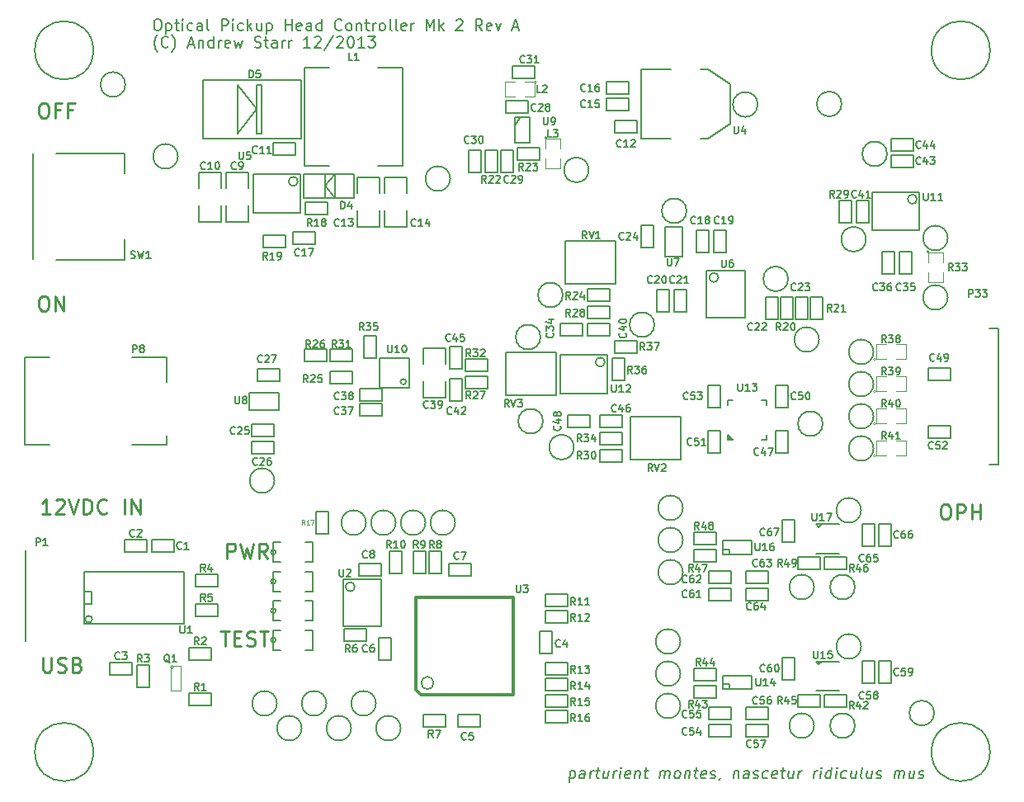
<source format=gto>
G04 (created by PCBNEW (2013-07-07 BZR 4022)-stable) date Tue 03 Dec 2013 19:18:52 NZDT*
%MOIN*%
G04 Gerber Fmt 3.4, Leading zero omitted, Abs format*
%FSLAX34Y34*%
G01*
G70*
G90*
G04 APERTURE LIST*
%ADD10C,0.00590551*%
%ADD11C,0.01*%
%ADD12C,0.006*%
%ADD13C,0.00787402*%
%ADD14C,0.005*%
%ADD15C,0.008*%
%ADD16C,0.012*%
%ADD17C,0.0039*%
%ADD18C,0.0031*%
%ADD19C,0.0045*%
G04 APERTURE END LIST*
G54D10*
G54D11*
X91454Y-73461D02*
X91568Y-73461D01*
X91625Y-73490D01*
X91683Y-73547D01*
X91711Y-73661D01*
X91711Y-73861D01*
X91683Y-73976D01*
X91625Y-74033D01*
X91568Y-74061D01*
X91454Y-74061D01*
X91397Y-74033D01*
X91340Y-73976D01*
X91311Y-73861D01*
X91311Y-73661D01*
X91340Y-73547D01*
X91397Y-73490D01*
X91454Y-73461D01*
X91968Y-74061D02*
X91968Y-73461D01*
X92197Y-73461D01*
X92254Y-73490D01*
X92283Y-73518D01*
X92311Y-73576D01*
X92311Y-73661D01*
X92283Y-73718D01*
X92254Y-73747D01*
X92197Y-73776D01*
X91968Y-73776D01*
X92568Y-74061D02*
X92568Y-73461D01*
X92568Y-73747D02*
X92911Y-73747D01*
X92911Y-74061D02*
X92911Y-73461D01*
G54D12*
X59641Y-53866D02*
X59727Y-53866D01*
X59770Y-53887D01*
X59813Y-53930D01*
X59834Y-54016D01*
X59834Y-54166D01*
X59813Y-54251D01*
X59770Y-54294D01*
X59727Y-54316D01*
X59641Y-54316D01*
X59598Y-54294D01*
X59555Y-54251D01*
X59534Y-54166D01*
X59534Y-54016D01*
X59555Y-53930D01*
X59598Y-53887D01*
X59641Y-53866D01*
X60027Y-54016D02*
X60027Y-54466D01*
X60027Y-54037D02*
X60070Y-54016D01*
X60155Y-54016D01*
X60198Y-54037D01*
X60220Y-54058D01*
X60241Y-54101D01*
X60241Y-54230D01*
X60220Y-54273D01*
X60198Y-54294D01*
X60155Y-54316D01*
X60070Y-54316D01*
X60027Y-54294D01*
X60370Y-54016D02*
X60541Y-54016D01*
X60434Y-53866D02*
X60434Y-54251D01*
X60455Y-54294D01*
X60498Y-54316D01*
X60541Y-54316D01*
X60691Y-54316D02*
X60691Y-54016D01*
X60691Y-53866D02*
X60670Y-53887D01*
X60691Y-53908D01*
X60713Y-53887D01*
X60691Y-53866D01*
X60691Y-53908D01*
X61098Y-54294D02*
X61055Y-54316D01*
X60970Y-54316D01*
X60927Y-54294D01*
X60905Y-54273D01*
X60884Y-54230D01*
X60884Y-54101D01*
X60905Y-54058D01*
X60927Y-54037D01*
X60970Y-54016D01*
X61055Y-54016D01*
X61098Y-54037D01*
X61484Y-54316D02*
X61484Y-54080D01*
X61463Y-54037D01*
X61420Y-54016D01*
X61334Y-54016D01*
X61291Y-54037D01*
X61484Y-54294D02*
X61441Y-54316D01*
X61334Y-54316D01*
X61291Y-54294D01*
X61270Y-54251D01*
X61270Y-54208D01*
X61291Y-54166D01*
X61334Y-54144D01*
X61441Y-54144D01*
X61484Y-54123D01*
X61763Y-54316D02*
X61720Y-54294D01*
X61698Y-54251D01*
X61698Y-53866D01*
X62277Y-54316D02*
X62277Y-53866D01*
X62448Y-53866D01*
X62491Y-53887D01*
X62513Y-53908D01*
X62534Y-53951D01*
X62534Y-54016D01*
X62513Y-54058D01*
X62491Y-54080D01*
X62448Y-54101D01*
X62277Y-54101D01*
X62727Y-54316D02*
X62727Y-54016D01*
X62727Y-53866D02*
X62705Y-53887D01*
X62727Y-53908D01*
X62748Y-53887D01*
X62727Y-53866D01*
X62727Y-53908D01*
X63134Y-54294D02*
X63091Y-54316D01*
X63005Y-54316D01*
X62963Y-54294D01*
X62941Y-54273D01*
X62920Y-54230D01*
X62920Y-54101D01*
X62941Y-54058D01*
X62963Y-54037D01*
X63005Y-54016D01*
X63091Y-54016D01*
X63134Y-54037D01*
X63327Y-54316D02*
X63327Y-53866D01*
X63370Y-54144D02*
X63498Y-54316D01*
X63498Y-54016D02*
X63327Y-54187D01*
X63884Y-54016D02*
X63884Y-54316D01*
X63691Y-54016D02*
X63691Y-54251D01*
X63713Y-54294D01*
X63755Y-54316D01*
X63820Y-54316D01*
X63863Y-54294D01*
X63884Y-54273D01*
X64098Y-54016D02*
X64098Y-54466D01*
X64098Y-54037D02*
X64141Y-54016D01*
X64227Y-54016D01*
X64270Y-54037D01*
X64291Y-54058D01*
X64313Y-54101D01*
X64313Y-54230D01*
X64291Y-54273D01*
X64270Y-54294D01*
X64227Y-54316D01*
X64141Y-54316D01*
X64098Y-54294D01*
X64848Y-54316D02*
X64848Y-53866D01*
X64848Y-54080D02*
X65105Y-54080D01*
X65105Y-54316D02*
X65105Y-53866D01*
X65491Y-54294D02*
X65448Y-54316D01*
X65363Y-54316D01*
X65320Y-54294D01*
X65298Y-54251D01*
X65298Y-54080D01*
X65320Y-54037D01*
X65363Y-54016D01*
X65448Y-54016D01*
X65491Y-54037D01*
X65513Y-54080D01*
X65513Y-54123D01*
X65298Y-54166D01*
X65898Y-54316D02*
X65898Y-54080D01*
X65877Y-54037D01*
X65834Y-54016D01*
X65748Y-54016D01*
X65705Y-54037D01*
X65898Y-54294D02*
X65855Y-54316D01*
X65748Y-54316D01*
X65705Y-54294D01*
X65684Y-54251D01*
X65684Y-54208D01*
X65705Y-54166D01*
X65748Y-54144D01*
X65855Y-54144D01*
X65898Y-54123D01*
X66305Y-54316D02*
X66305Y-53866D01*
X66305Y-54294D02*
X66263Y-54316D01*
X66177Y-54316D01*
X66134Y-54294D01*
X66113Y-54273D01*
X66091Y-54230D01*
X66091Y-54101D01*
X66113Y-54058D01*
X66134Y-54037D01*
X66177Y-54016D01*
X66263Y-54016D01*
X66305Y-54037D01*
X67120Y-54273D02*
X67098Y-54294D01*
X67034Y-54316D01*
X66991Y-54316D01*
X66927Y-54294D01*
X66884Y-54251D01*
X66863Y-54208D01*
X66841Y-54123D01*
X66841Y-54058D01*
X66863Y-53973D01*
X66884Y-53930D01*
X66927Y-53887D01*
X66991Y-53866D01*
X67034Y-53866D01*
X67098Y-53887D01*
X67120Y-53908D01*
X67377Y-54316D02*
X67334Y-54294D01*
X67313Y-54273D01*
X67291Y-54230D01*
X67291Y-54101D01*
X67313Y-54058D01*
X67334Y-54037D01*
X67377Y-54016D01*
X67441Y-54016D01*
X67484Y-54037D01*
X67505Y-54058D01*
X67527Y-54101D01*
X67527Y-54230D01*
X67505Y-54273D01*
X67484Y-54294D01*
X67441Y-54316D01*
X67377Y-54316D01*
X67720Y-54016D02*
X67720Y-54316D01*
X67720Y-54058D02*
X67741Y-54037D01*
X67784Y-54016D01*
X67848Y-54016D01*
X67891Y-54037D01*
X67913Y-54080D01*
X67913Y-54316D01*
X68063Y-54016D02*
X68234Y-54016D01*
X68127Y-53866D02*
X68127Y-54251D01*
X68148Y-54294D01*
X68191Y-54316D01*
X68234Y-54316D01*
X68384Y-54316D02*
X68384Y-54016D01*
X68384Y-54101D02*
X68405Y-54058D01*
X68427Y-54037D01*
X68470Y-54016D01*
X68513Y-54016D01*
X68727Y-54316D02*
X68684Y-54294D01*
X68663Y-54273D01*
X68641Y-54230D01*
X68641Y-54101D01*
X68663Y-54058D01*
X68684Y-54037D01*
X68727Y-54016D01*
X68791Y-54016D01*
X68834Y-54037D01*
X68855Y-54058D01*
X68877Y-54101D01*
X68877Y-54230D01*
X68855Y-54273D01*
X68834Y-54294D01*
X68791Y-54316D01*
X68727Y-54316D01*
X69134Y-54316D02*
X69091Y-54294D01*
X69070Y-54251D01*
X69070Y-53866D01*
X69370Y-54316D02*
X69327Y-54294D01*
X69305Y-54251D01*
X69305Y-53866D01*
X69713Y-54294D02*
X69670Y-54316D01*
X69584Y-54316D01*
X69541Y-54294D01*
X69520Y-54251D01*
X69520Y-54080D01*
X69541Y-54037D01*
X69584Y-54016D01*
X69670Y-54016D01*
X69713Y-54037D01*
X69734Y-54080D01*
X69734Y-54123D01*
X69520Y-54166D01*
X69927Y-54316D02*
X69927Y-54016D01*
X69927Y-54101D02*
X69948Y-54058D01*
X69970Y-54037D01*
X70013Y-54016D01*
X70055Y-54016D01*
X70548Y-54316D02*
X70548Y-53866D01*
X70698Y-54187D01*
X70848Y-53866D01*
X70848Y-54316D01*
X71063Y-54316D02*
X71063Y-53866D01*
X71105Y-54144D02*
X71234Y-54316D01*
X71234Y-54016D02*
X71063Y-54187D01*
X71748Y-53908D02*
X71770Y-53887D01*
X71813Y-53866D01*
X71920Y-53866D01*
X71963Y-53887D01*
X71984Y-53908D01*
X72005Y-53951D01*
X72005Y-53994D01*
X71984Y-54058D01*
X71727Y-54316D01*
X72005Y-54316D01*
X72798Y-54316D02*
X72648Y-54101D01*
X72541Y-54316D02*
X72541Y-53866D01*
X72713Y-53866D01*
X72755Y-53887D01*
X72777Y-53908D01*
X72798Y-53951D01*
X72798Y-54016D01*
X72777Y-54058D01*
X72755Y-54080D01*
X72713Y-54101D01*
X72541Y-54101D01*
X73163Y-54294D02*
X73120Y-54316D01*
X73034Y-54316D01*
X72991Y-54294D01*
X72970Y-54251D01*
X72970Y-54080D01*
X72991Y-54037D01*
X73034Y-54016D01*
X73120Y-54016D01*
X73163Y-54037D01*
X73184Y-54080D01*
X73184Y-54123D01*
X72970Y-54166D01*
X73334Y-54016D02*
X73441Y-54316D01*
X73548Y-54016D01*
X74041Y-54187D02*
X74255Y-54187D01*
X73998Y-54316D02*
X74148Y-53866D01*
X74298Y-54316D01*
X59684Y-55177D02*
X59663Y-55156D01*
X59620Y-55091D01*
X59598Y-55048D01*
X59577Y-54984D01*
X59555Y-54877D01*
X59555Y-54791D01*
X59577Y-54684D01*
X59598Y-54620D01*
X59620Y-54577D01*
X59663Y-54513D01*
X59684Y-54491D01*
X60113Y-54963D02*
X60091Y-54984D01*
X60027Y-55006D01*
X59984Y-55006D01*
X59920Y-54984D01*
X59877Y-54941D01*
X59855Y-54898D01*
X59834Y-54813D01*
X59834Y-54748D01*
X59855Y-54663D01*
X59877Y-54620D01*
X59920Y-54577D01*
X59984Y-54556D01*
X60027Y-54556D01*
X60091Y-54577D01*
X60113Y-54598D01*
X60263Y-55177D02*
X60284Y-55156D01*
X60327Y-55091D01*
X60348Y-55048D01*
X60370Y-54984D01*
X60391Y-54877D01*
X60391Y-54791D01*
X60370Y-54684D01*
X60348Y-54620D01*
X60327Y-54577D01*
X60284Y-54513D01*
X60263Y-54491D01*
X60927Y-54877D02*
X61141Y-54877D01*
X60884Y-55006D02*
X61034Y-54556D01*
X61184Y-55006D01*
X61334Y-54706D02*
X61334Y-55006D01*
X61334Y-54748D02*
X61355Y-54727D01*
X61398Y-54706D01*
X61463Y-54706D01*
X61505Y-54727D01*
X61527Y-54770D01*
X61527Y-55006D01*
X61934Y-55006D02*
X61934Y-54556D01*
X61934Y-54984D02*
X61891Y-55006D01*
X61805Y-55006D01*
X61763Y-54984D01*
X61741Y-54963D01*
X61720Y-54920D01*
X61720Y-54791D01*
X61741Y-54748D01*
X61763Y-54727D01*
X61805Y-54706D01*
X61891Y-54706D01*
X61934Y-54727D01*
X62148Y-55006D02*
X62148Y-54706D01*
X62148Y-54791D02*
X62170Y-54748D01*
X62191Y-54727D01*
X62234Y-54706D01*
X62277Y-54706D01*
X62598Y-54984D02*
X62555Y-55006D01*
X62470Y-55006D01*
X62427Y-54984D01*
X62405Y-54941D01*
X62405Y-54770D01*
X62427Y-54727D01*
X62470Y-54706D01*
X62555Y-54706D01*
X62598Y-54727D01*
X62620Y-54770D01*
X62620Y-54813D01*
X62405Y-54856D01*
X62770Y-54706D02*
X62855Y-55006D01*
X62941Y-54791D01*
X63027Y-55006D01*
X63113Y-54706D01*
X63605Y-54984D02*
X63670Y-55006D01*
X63777Y-55006D01*
X63820Y-54984D01*
X63841Y-54963D01*
X63863Y-54920D01*
X63863Y-54877D01*
X63841Y-54834D01*
X63820Y-54813D01*
X63777Y-54791D01*
X63691Y-54770D01*
X63648Y-54748D01*
X63627Y-54727D01*
X63605Y-54684D01*
X63605Y-54641D01*
X63627Y-54598D01*
X63648Y-54577D01*
X63691Y-54556D01*
X63798Y-54556D01*
X63863Y-54577D01*
X63991Y-54706D02*
X64163Y-54706D01*
X64055Y-54556D02*
X64055Y-54941D01*
X64077Y-54984D01*
X64120Y-55006D01*
X64163Y-55006D01*
X64505Y-55006D02*
X64505Y-54770D01*
X64484Y-54727D01*
X64441Y-54706D01*
X64355Y-54706D01*
X64313Y-54727D01*
X64505Y-54984D02*
X64463Y-55006D01*
X64355Y-55006D01*
X64313Y-54984D01*
X64291Y-54941D01*
X64291Y-54898D01*
X64313Y-54856D01*
X64355Y-54834D01*
X64463Y-54834D01*
X64505Y-54813D01*
X64720Y-55006D02*
X64720Y-54706D01*
X64720Y-54791D02*
X64741Y-54748D01*
X64763Y-54727D01*
X64805Y-54706D01*
X64848Y-54706D01*
X64998Y-55006D02*
X64998Y-54706D01*
X64998Y-54791D02*
X65020Y-54748D01*
X65041Y-54727D01*
X65084Y-54706D01*
X65127Y-54706D01*
X65855Y-55006D02*
X65598Y-55006D01*
X65727Y-55006D02*
X65727Y-54556D01*
X65684Y-54620D01*
X65641Y-54663D01*
X65598Y-54684D01*
X66027Y-54598D02*
X66048Y-54577D01*
X66091Y-54556D01*
X66198Y-54556D01*
X66241Y-54577D01*
X66263Y-54598D01*
X66284Y-54641D01*
X66284Y-54684D01*
X66263Y-54748D01*
X66005Y-55006D01*
X66284Y-55006D01*
X66798Y-54534D02*
X66413Y-55113D01*
X66927Y-54598D02*
X66948Y-54577D01*
X66991Y-54556D01*
X67098Y-54556D01*
X67141Y-54577D01*
X67163Y-54598D01*
X67184Y-54641D01*
X67184Y-54684D01*
X67163Y-54748D01*
X66905Y-55006D01*
X67184Y-55006D01*
X67463Y-54556D02*
X67505Y-54556D01*
X67548Y-54577D01*
X67570Y-54598D01*
X67591Y-54641D01*
X67613Y-54727D01*
X67613Y-54834D01*
X67591Y-54920D01*
X67570Y-54963D01*
X67548Y-54984D01*
X67505Y-55006D01*
X67463Y-55006D01*
X67420Y-54984D01*
X67398Y-54963D01*
X67377Y-54920D01*
X67355Y-54834D01*
X67355Y-54727D01*
X67377Y-54641D01*
X67398Y-54598D01*
X67420Y-54577D01*
X67463Y-54556D01*
X68041Y-55006D02*
X67784Y-55006D01*
X67913Y-55006D02*
X67913Y-54556D01*
X67870Y-54620D01*
X67827Y-54663D01*
X67784Y-54684D01*
X68191Y-54556D02*
X68470Y-54556D01*
X68320Y-54727D01*
X68384Y-54727D01*
X68427Y-54748D01*
X68448Y-54770D01*
X68470Y-54813D01*
X68470Y-54920D01*
X68448Y-54963D01*
X68427Y-54984D01*
X68384Y-55006D01*
X68255Y-55006D01*
X68213Y-54984D01*
X68191Y-54963D01*
X76357Y-84232D02*
X76301Y-84682D01*
X76354Y-84253D02*
X76400Y-84232D01*
X76486Y-84232D01*
X76526Y-84253D01*
X76545Y-84275D01*
X76561Y-84317D01*
X76545Y-84446D01*
X76518Y-84489D01*
X76494Y-84510D01*
X76448Y-84532D01*
X76362Y-84532D01*
X76322Y-84510D01*
X76920Y-84532D02*
X76949Y-84296D01*
X76933Y-84253D01*
X76893Y-84232D01*
X76807Y-84232D01*
X76762Y-84253D01*
X76922Y-84510D02*
X76877Y-84532D01*
X76770Y-84532D01*
X76729Y-84510D01*
X76713Y-84467D01*
X76719Y-84425D01*
X76745Y-84382D01*
X76791Y-84360D01*
X76898Y-84360D01*
X76944Y-84339D01*
X77134Y-84532D02*
X77171Y-84232D01*
X77161Y-84317D02*
X77187Y-84275D01*
X77212Y-84253D01*
X77257Y-84232D01*
X77300Y-84232D01*
X77386Y-84232D02*
X77557Y-84232D01*
X77469Y-84082D02*
X77420Y-84467D01*
X77437Y-84510D01*
X77477Y-84532D01*
X77520Y-84532D01*
X77900Y-84232D02*
X77862Y-84532D01*
X77707Y-84232D02*
X77678Y-84467D01*
X77694Y-84510D01*
X77734Y-84532D01*
X77798Y-84532D01*
X77844Y-84510D01*
X77868Y-84489D01*
X78077Y-84532D02*
X78114Y-84232D01*
X78104Y-84317D02*
X78130Y-84275D01*
X78154Y-84253D01*
X78200Y-84232D01*
X78243Y-84232D01*
X78355Y-84532D02*
X78393Y-84232D01*
X78412Y-84082D02*
X78387Y-84103D01*
X78406Y-84125D01*
X78430Y-84103D01*
X78412Y-84082D01*
X78406Y-84125D01*
X78744Y-84510D02*
X78698Y-84532D01*
X78612Y-84532D01*
X78572Y-84510D01*
X78556Y-84467D01*
X78578Y-84296D01*
X78604Y-84253D01*
X78650Y-84232D01*
X78736Y-84232D01*
X78776Y-84253D01*
X78792Y-84296D01*
X78787Y-84339D01*
X78567Y-84382D01*
X78993Y-84232D02*
X78955Y-84532D01*
X78987Y-84275D02*
X79012Y-84253D01*
X79057Y-84232D01*
X79121Y-84232D01*
X79162Y-84253D01*
X79178Y-84296D01*
X79148Y-84532D01*
X79336Y-84232D02*
X79507Y-84232D01*
X79419Y-84082D02*
X79370Y-84467D01*
X79387Y-84510D01*
X79427Y-84532D01*
X79470Y-84532D01*
X79962Y-84532D02*
X80000Y-84232D01*
X79995Y-84275D02*
X80019Y-84253D01*
X80064Y-84232D01*
X80129Y-84232D01*
X80169Y-84253D01*
X80185Y-84296D01*
X80155Y-84532D01*
X80185Y-84296D02*
X80212Y-84253D01*
X80257Y-84232D01*
X80321Y-84232D01*
X80362Y-84253D01*
X80378Y-84296D01*
X80348Y-84532D01*
X80627Y-84532D02*
X80587Y-84510D01*
X80568Y-84489D01*
X80552Y-84446D01*
X80568Y-84317D01*
X80595Y-84275D01*
X80619Y-84253D01*
X80664Y-84232D01*
X80729Y-84232D01*
X80769Y-84253D01*
X80787Y-84275D01*
X80804Y-84317D01*
X80787Y-84446D01*
X80761Y-84489D01*
X80737Y-84510D01*
X80691Y-84532D01*
X80627Y-84532D01*
X81007Y-84232D02*
X80970Y-84532D01*
X81002Y-84275D02*
X81026Y-84253D01*
X81071Y-84232D01*
X81136Y-84232D01*
X81176Y-84253D01*
X81192Y-84296D01*
X81162Y-84532D01*
X81350Y-84232D02*
X81521Y-84232D01*
X81433Y-84082D02*
X81385Y-84467D01*
X81401Y-84510D01*
X81441Y-84532D01*
X81484Y-84532D01*
X81808Y-84510D02*
X81762Y-84532D01*
X81677Y-84532D01*
X81637Y-84510D01*
X81620Y-84467D01*
X81642Y-84296D01*
X81669Y-84253D01*
X81714Y-84232D01*
X81800Y-84232D01*
X81840Y-84253D01*
X81856Y-84296D01*
X81851Y-84339D01*
X81631Y-84382D01*
X82001Y-84510D02*
X82041Y-84532D01*
X82127Y-84532D01*
X82172Y-84510D01*
X82199Y-84467D01*
X82202Y-84446D01*
X82186Y-84403D01*
X82145Y-84382D01*
X82081Y-84382D01*
X82041Y-84360D01*
X82025Y-84317D01*
X82028Y-84296D01*
X82054Y-84253D01*
X82100Y-84232D01*
X82164Y-84232D01*
X82204Y-84253D01*
X82408Y-84510D02*
X82405Y-84532D01*
X82379Y-84575D01*
X82354Y-84596D01*
X82979Y-84232D02*
X82941Y-84532D01*
X82973Y-84275D02*
X82997Y-84253D01*
X83043Y-84232D01*
X83107Y-84232D01*
X83147Y-84253D01*
X83163Y-84296D01*
X83134Y-84532D01*
X83541Y-84532D02*
X83570Y-84296D01*
X83554Y-84253D01*
X83514Y-84232D01*
X83429Y-84232D01*
X83383Y-84253D01*
X83544Y-84510D02*
X83498Y-84532D01*
X83391Y-84532D01*
X83351Y-84510D01*
X83335Y-84467D01*
X83340Y-84425D01*
X83367Y-84382D01*
X83412Y-84360D01*
X83520Y-84360D01*
X83565Y-84339D01*
X83737Y-84510D02*
X83777Y-84532D01*
X83862Y-84532D01*
X83908Y-84510D01*
X83935Y-84467D01*
X83937Y-84446D01*
X83921Y-84403D01*
X83881Y-84382D01*
X83817Y-84382D01*
X83777Y-84360D01*
X83761Y-84317D01*
X83763Y-84296D01*
X83790Y-84253D01*
X83836Y-84232D01*
X83900Y-84232D01*
X83940Y-84253D01*
X84315Y-84510D02*
X84270Y-84532D01*
X84184Y-84532D01*
X84144Y-84510D01*
X84125Y-84489D01*
X84109Y-84446D01*
X84125Y-84317D01*
X84152Y-84275D01*
X84176Y-84253D01*
X84221Y-84232D01*
X84307Y-84232D01*
X84347Y-84253D01*
X84679Y-84510D02*
X84634Y-84532D01*
X84548Y-84532D01*
X84508Y-84510D01*
X84492Y-84467D01*
X84513Y-84296D01*
X84540Y-84253D01*
X84586Y-84232D01*
X84671Y-84232D01*
X84712Y-84253D01*
X84728Y-84296D01*
X84722Y-84339D01*
X84503Y-84382D01*
X84864Y-84232D02*
X85036Y-84232D01*
X84947Y-84082D02*
X84899Y-84467D01*
X84915Y-84510D01*
X84955Y-84532D01*
X84998Y-84532D01*
X85379Y-84232D02*
X85341Y-84532D01*
X85186Y-84232D02*
X85156Y-84467D01*
X85172Y-84510D01*
X85212Y-84532D01*
X85277Y-84532D01*
X85322Y-84510D01*
X85346Y-84489D01*
X85555Y-84532D02*
X85593Y-84232D01*
X85582Y-84317D02*
X85609Y-84275D01*
X85633Y-84253D01*
X85679Y-84232D01*
X85721Y-84232D01*
X86177Y-84532D02*
X86214Y-84232D01*
X86204Y-84317D02*
X86230Y-84275D01*
X86254Y-84253D01*
X86300Y-84232D01*
X86343Y-84232D01*
X86455Y-84532D02*
X86493Y-84232D01*
X86512Y-84082D02*
X86487Y-84103D01*
X86506Y-84125D01*
X86530Y-84103D01*
X86512Y-84082D01*
X86506Y-84125D01*
X86862Y-84532D02*
X86919Y-84082D01*
X86865Y-84510D02*
X86820Y-84532D01*
X86734Y-84532D01*
X86694Y-84510D01*
X86675Y-84489D01*
X86659Y-84446D01*
X86675Y-84317D01*
X86702Y-84275D01*
X86726Y-84253D01*
X86771Y-84232D01*
X86857Y-84232D01*
X86897Y-84253D01*
X87077Y-84532D02*
X87114Y-84232D01*
X87133Y-84082D02*
X87109Y-84103D01*
X87128Y-84125D01*
X87152Y-84103D01*
X87133Y-84082D01*
X87128Y-84125D01*
X87487Y-84510D02*
X87441Y-84532D01*
X87355Y-84532D01*
X87315Y-84510D01*
X87296Y-84489D01*
X87280Y-84446D01*
X87296Y-84317D01*
X87323Y-84275D01*
X87347Y-84253D01*
X87393Y-84232D01*
X87479Y-84232D01*
X87519Y-84253D01*
X87907Y-84232D02*
X87870Y-84532D01*
X87714Y-84232D02*
X87685Y-84467D01*
X87701Y-84510D01*
X87741Y-84532D01*
X87805Y-84532D01*
X87851Y-84510D01*
X87875Y-84489D01*
X88148Y-84532D02*
X88108Y-84510D01*
X88092Y-84467D01*
X88140Y-84082D01*
X88550Y-84232D02*
X88512Y-84532D01*
X88357Y-84232D02*
X88328Y-84467D01*
X88344Y-84510D01*
X88384Y-84532D01*
X88448Y-84532D01*
X88494Y-84510D01*
X88518Y-84489D01*
X88708Y-84510D02*
X88748Y-84532D01*
X88834Y-84532D01*
X88879Y-84510D01*
X88906Y-84467D01*
X88909Y-84446D01*
X88893Y-84403D01*
X88853Y-84382D01*
X88788Y-84382D01*
X88748Y-84360D01*
X88732Y-84317D01*
X88735Y-84296D01*
X88762Y-84253D01*
X88807Y-84232D01*
X88871Y-84232D01*
X88912Y-84253D01*
X89434Y-84532D02*
X89471Y-84232D01*
X89466Y-84275D02*
X89490Y-84253D01*
X89536Y-84232D01*
X89600Y-84232D01*
X89640Y-84253D01*
X89656Y-84296D01*
X89627Y-84532D01*
X89656Y-84296D02*
X89683Y-84253D01*
X89729Y-84232D01*
X89793Y-84232D01*
X89833Y-84253D01*
X89849Y-84296D01*
X89820Y-84532D01*
X90264Y-84232D02*
X90227Y-84532D01*
X90071Y-84232D02*
X90042Y-84467D01*
X90058Y-84510D01*
X90098Y-84532D01*
X90162Y-84532D01*
X90208Y-84510D01*
X90232Y-84489D01*
X90422Y-84510D02*
X90462Y-84532D01*
X90548Y-84532D01*
X90594Y-84510D01*
X90620Y-84467D01*
X90623Y-84446D01*
X90607Y-84403D01*
X90567Y-84382D01*
X90503Y-84382D01*
X90462Y-84360D01*
X90446Y-84317D01*
X90449Y-84296D01*
X90476Y-84253D01*
X90521Y-84232D01*
X90586Y-84232D01*
X90626Y-84253D01*
G54D11*
X62231Y-78579D02*
X62574Y-78579D01*
X62403Y-79179D02*
X62403Y-78579D01*
X62774Y-78865D02*
X62974Y-78865D01*
X63060Y-79179D02*
X62774Y-79179D01*
X62774Y-78579D01*
X63060Y-78579D01*
X63288Y-79151D02*
X63374Y-79179D01*
X63517Y-79179D01*
X63574Y-79151D01*
X63603Y-79122D01*
X63631Y-79065D01*
X63631Y-79008D01*
X63603Y-78951D01*
X63574Y-78922D01*
X63517Y-78894D01*
X63403Y-78865D01*
X63346Y-78837D01*
X63317Y-78808D01*
X63288Y-78751D01*
X63288Y-78694D01*
X63317Y-78637D01*
X63346Y-78608D01*
X63403Y-78579D01*
X63546Y-78579D01*
X63631Y-78608D01*
X63803Y-78579D02*
X64146Y-78579D01*
X63974Y-79179D02*
X63974Y-78579D01*
X62487Y-75636D02*
X62487Y-75036D01*
X62715Y-75036D01*
X62773Y-75065D01*
X62801Y-75093D01*
X62830Y-75150D01*
X62830Y-75236D01*
X62801Y-75293D01*
X62773Y-75322D01*
X62715Y-75350D01*
X62487Y-75350D01*
X63030Y-75036D02*
X63173Y-75636D01*
X63287Y-75207D01*
X63401Y-75636D01*
X63544Y-75036D01*
X64115Y-75636D02*
X63915Y-75350D01*
X63773Y-75636D02*
X63773Y-75036D01*
X64001Y-75036D01*
X64058Y-75065D01*
X64087Y-75093D01*
X64115Y-75150D01*
X64115Y-75236D01*
X64087Y-75293D01*
X64058Y-75322D01*
X64001Y-75350D01*
X63773Y-75350D01*
X55042Y-79642D02*
X55042Y-80128D01*
X55071Y-80185D01*
X55100Y-80214D01*
X55157Y-80242D01*
X55271Y-80242D01*
X55328Y-80214D01*
X55357Y-80185D01*
X55385Y-80128D01*
X55385Y-79642D01*
X55642Y-80214D02*
X55728Y-80242D01*
X55871Y-80242D01*
X55928Y-80214D01*
X55957Y-80185D01*
X55985Y-80128D01*
X55985Y-80071D01*
X55957Y-80014D01*
X55928Y-79985D01*
X55871Y-79957D01*
X55757Y-79928D01*
X55700Y-79900D01*
X55671Y-79871D01*
X55642Y-79814D01*
X55642Y-79757D01*
X55671Y-79700D01*
X55700Y-79671D01*
X55757Y-79642D01*
X55900Y-79642D01*
X55985Y-79671D01*
X56442Y-79928D02*
X56528Y-79957D01*
X56557Y-79985D01*
X56585Y-80042D01*
X56585Y-80128D01*
X56557Y-80185D01*
X56528Y-80214D01*
X56471Y-80242D01*
X56242Y-80242D01*
X56242Y-79642D01*
X56442Y-79642D01*
X56500Y-79671D01*
X56528Y-79700D01*
X56557Y-79757D01*
X56557Y-79814D01*
X56528Y-79871D01*
X56500Y-79900D01*
X56442Y-79928D01*
X56242Y-79928D01*
X55342Y-73842D02*
X55000Y-73842D01*
X55171Y-73842D02*
X55171Y-73242D01*
X55114Y-73328D01*
X55057Y-73385D01*
X55000Y-73414D01*
X55571Y-73300D02*
X55600Y-73271D01*
X55657Y-73242D01*
X55800Y-73242D01*
X55857Y-73271D01*
X55885Y-73300D01*
X55914Y-73357D01*
X55914Y-73414D01*
X55885Y-73500D01*
X55542Y-73842D01*
X55914Y-73842D01*
X56085Y-73242D02*
X56285Y-73842D01*
X56485Y-73242D01*
X56685Y-73842D02*
X56685Y-73242D01*
X56828Y-73242D01*
X56914Y-73271D01*
X56971Y-73328D01*
X57000Y-73385D01*
X57028Y-73500D01*
X57028Y-73585D01*
X57000Y-73700D01*
X56971Y-73757D01*
X56914Y-73814D01*
X56828Y-73842D01*
X56685Y-73842D01*
X57628Y-73785D02*
X57600Y-73814D01*
X57514Y-73842D01*
X57457Y-73842D01*
X57371Y-73814D01*
X57314Y-73757D01*
X57285Y-73700D01*
X57257Y-73585D01*
X57257Y-73500D01*
X57285Y-73385D01*
X57314Y-73328D01*
X57371Y-73271D01*
X57457Y-73242D01*
X57514Y-73242D01*
X57600Y-73271D01*
X57628Y-73300D01*
X58342Y-73842D02*
X58342Y-73242D01*
X58628Y-73842D02*
X58628Y-73242D01*
X58971Y-73842D01*
X58971Y-73242D01*
X55028Y-65042D02*
X55142Y-65042D01*
X55200Y-65071D01*
X55257Y-65128D01*
X55285Y-65242D01*
X55285Y-65442D01*
X55257Y-65557D01*
X55200Y-65614D01*
X55142Y-65642D01*
X55028Y-65642D01*
X54971Y-65614D01*
X54914Y-65557D01*
X54885Y-65442D01*
X54885Y-65242D01*
X54914Y-65128D01*
X54971Y-65071D01*
X55028Y-65042D01*
X55542Y-65642D02*
X55542Y-65042D01*
X55885Y-65642D01*
X55885Y-65042D01*
X55028Y-57242D02*
X55142Y-57242D01*
X55200Y-57271D01*
X55257Y-57328D01*
X55285Y-57442D01*
X55285Y-57642D01*
X55257Y-57757D01*
X55200Y-57814D01*
X55142Y-57842D01*
X55028Y-57842D01*
X54971Y-57814D01*
X54914Y-57757D01*
X54885Y-57642D01*
X54885Y-57442D01*
X54914Y-57328D01*
X54971Y-57271D01*
X55028Y-57242D01*
X55742Y-57528D02*
X55542Y-57528D01*
X55542Y-57842D02*
X55542Y-57242D01*
X55828Y-57242D01*
X56257Y-57528D02*
X56057Y-57528D01*
X56057Y-57842D02*
X56057Y-57242D01*
X56342Y-57242D01*
G54D13*
X93307Y-83464D02*
G75*
G03X93307Y-83464I-1181J0D01*
G74*
G01*
X93307Y-55118D02*
G75*
G03X93307Y-55118I-1181J0D01*
G74*
G01*
X57086Y-55118D02*
G75*
G03X57086Y-55118I-1181J0D01*
G74*
G01*
X57086Y-83464D02*
G75*
G03X57086Y-83464I-1181J0D01*
G74*
G01*
G54D10*
X54330Y-67519D02*
X54330Y-71062D01*
X58661Y-71062D02*
X60039Y-71062D01*
X60039Y-71062D02*
X60039Y-70669D01*
X58661Y-67519D02*
X60039Y-67519D01*
X60039Y-67519D02*
X60039Y-68503D01*
X54330Y-71062D02*
X55314Y-71062D01*
X54330Y-67519D02*
X55314Y-67519D01*
G54D14*
X69716Y-68504D02*
G75*
G03X69716Y-68504I-111J0D01*
G74*
G01*
X68659Y-67559D02*
X68659Y-68741D01*
X68659Y-68741D02*
X69841Y-68741D01*
X69841Y-68741D02*
X69841Y-67559D01*
X69841Y-67559D02*
X68659Y-67559D01*
X68730Y-76500D02*
X67170Y-76500D01*
X67170Y-76500D02*
X67170Y-78400D01*
X67170Y-78400D02*
X68730Y-78400D01*
X68730Y-78400D02*
X68730Y-76500D01*
X67646Y-76790D02*
G75*
G03X67646Y-76790I-186J0D01*
G74*
G01*
X77850Y-68980D02*
X77850Y-67420D01*
X77850Y-67420D02*
X75950Y-67420D01*
X75950Y-67420D02*
X75950Y-68980D01*
X75950Y-68980D02*
X77850Y-68980D01*
X77746Y-67710D02*
G75*
G03X77746Y-67710I-186J0D01*
G74*
G01*
X83423Y-64002D02*
X81863Y-64002D01*
X81863Y-64002D02*
X81863Y-65902D01*
X81863Y-65902D02*
X83423Y-65902D01*
X83423Y-65902D02*
X83423Y-64002D01*
X82339Y-64292D02*
G75*
G03X82339Y-64292I-186J0D01*
G74*
G01*
X90461Y-62400D02*
X90461Y-60840D01*
X90461Y-60840D02*
X88561Y-60840D01*
X88561Y-60840D02*
X88561Y-62400D01*
X88561Y-62400D02*
X90461Y-62400D01*
X90357Y-61130D02*
G75*
G03X90357Y-61130I-186J0D01*
G74*
G01*
X65450Y-61680D02*
X65450Y-60120D01*
X65450Y-60120D02*
X63550Y-60120D01*
X63550Y-60120D02*
X63550Y-61680D01*
X63550Y-61680D02*
X65450Y-61680D01*
X65346Y-60410D02*
G75*
G03X65346Y-60410I-186J0D01*
G74*
G01*
G54D10*
X64457Y-77755D02*
G75*
G03X64457Y-77755I-100J0D01*
G74*
G01*
X64657Y-78155D02*
X64357Y-78155D01*
X64357Y-78155D02*
X64357Y-77355D01*
X64357Y-77355D02*
X64657Y-77355D01*
X65657Y-78155D02*
X65957Y-78155D01*
X65957Y-78155D02*
X65957Y-77355D01*
X65957Y-77355D02*
X65657Y-77355D01*
G54D15*
X80400Y-55900D02*
X79200Y-55900D01*
X79200Y-55900D02*
X79200Y-58700D01*
X79200Y-58700D02*
X80400Y-58700D01*
X81600Y-55900D02*
X81900Y-55900D01*
X81900Y-55900D02*
X82800Y-56500D01*
X82800Y-56500D02*
X82800Y-58100D01*
X82800Y-58100D02*
X81900Y-58700D01*
X81900Y-58700D02*
X81600Y-58700D01*
G54D10*
X93267Y-71850D02*
X93661Y-71850D01*
X93661Y-71850D02*
X93661Y-66338D01*
X93661Y-66338D02*
X93267Y-66338D01*
X54350Y-75334D02*
X54350Y-78996D01*
G54D16*
X70112Y-77205D02*
X74052Y-77205D01*
X74052Y-77205D02*
X74052Y-81145D01*
X70302Y-81145D02*
X74052Y-81145D01*
X70112Y-80955D02*
X70112Y-77205D01*
X70302Y-81145D02*
X70112Y-80955D01*
G54D15*
X70832Y-80675D02*
G75*
G03X70832Y-80675I-250J0D01*
G74*
G01*
G54D13*
X87850Y-76800D02*
G75*
G03X87850Y-76800I-500J0D01*
G74*
G01*
X87311Y-57283D02*
G75*
G03X87311Y-57283I-500J0D01*
G74*
G01*
X58374Y-56496D02*
G75*
G03X58374Y-56496I-500J0D01*
G74*
G01*
X89150Y-59300D02*
G75*
G03X89150Y-59300I-500J0D01*
G74*
G01*
X88300Y-62750D02*
G75*
G03X88300Y-62750I-500J0D01*
G74*
G01*
X91600Y-62700D02*
G75*
G03X91600Y-62700I-500J0D01*
G74*
G01*
X88600Y-71200D02*
G75*
G03X88600Y-71200I-500J0D01*
G74*
G01*
X88600Y-69900D02*
G75*
G03X88600Y-69900I-500J0D01*
G74*
G01*
X88600Y-68600D02*
G75*
G03X88600Y-68600I-500J0D01*
G74*
G01*
X88600Y-67300D02*
G75*
G03X88600Y-67300I-500J0D01*
G74*
G01*
X88100Y-73700D02*
G75*
G03X88100Y-73700I-500J0D01*
G74*
G01*
X83923Y-57305D02*
G75*
G03X83923Y-57305I-500J0D01*
G74*
G01*
X87850Y-82400D02*
G75*
G03X87850Y-82400I-500J0D01*
G74*
G01*
X88100Y-79200D02*
G75*
G03X88100Y-79200I-500J0D01*
G74*
G01*
X86400Y-66800D02*
G75*
G03X86400Y-66800I-500J0D01*
G74*
G01*
X77100Y-59950D02*
G75*
G03X77100Y-59950I-500J0D01*
G74*
G01*
X60500Y-59400D02*
G75*
G03X60500Y-59400I-500J0D01*
G74*
G01*
X64400Y-72500D02*
G75*
G03X64400Y-72500I-500J0D01*
G74*
G01*
X81050Y-61600D02*
G75*
G03X81050Y-61600I-500J0D01*
G74*
G01*
X85150Y-64350D02*
G75*
G03X85150Y-64350I-500J0D01*
G74*
G01*
X68100Y-74200D02*
G75*
G03X68100Y-74200I-500J0D01*
G74*
G01*
X64500Y-81500D02*
G75*
G03X64500Y-81500I-500J0D01*
G74*
G01*
X69300Y-74200D02*
G75*
G03X69300Y-74200I-500J0D01*
G74*
G01*
X70500Y-74200D02*
G75*
G03X70500Y-74200I-500J0D01*
G74*
G01*
X71700Y-74200D02*
G75*
G03X71700Y-74200I-500J0D01*
G74*
G01*
X80800Y-80300D02*
G75*
G03X80800Y-80300I-500J0D01*
G74*
G01*
X80800Y-81600D02*
G75*
G03X80800Y-81600I-500J0D01*
G74*
G01*
X80800Y-79000D02*
G75*
G03X80800Y-79000I-500J0D01*
G74*
G01*
X80900Y-74900D02*
G75*
G03X80900Y-74900I-500J0D01*
G74*
G01*
X80900Y-76200D02*
G75*
G03X80900Y-76200I-500J0D01*
G74*
G01*
X80900Y-73600D02*
G75*
G03X80900Y-73600I-500J0D01*
G74*
G01*
X91051Y-81889D02*
G75*
G03X91051Y-81889I-500J0D01*
G74*
G01*
X86550Y-70200D02*
G75*
G03X86550Y-70200I-500J0D01*
G74*
G01*
X76500Y-71150D02*
G75*
G03X76500Y-71150I-500J0D01*
G74*
G01*
X79750Y-66200D02*
G75*
G03X79750Y-66200I-500J0D01*
G74*
G01*
X76050Y-65000D02*
G75*
G03X76050Y-65000I-500J0D01*
G74*
G01*
X75150Y-66700D02*
G75*
G03X75150Y-66700I-500J0D01*
G74*
G01*
X75250Y-70100D02*
G75*
G03X75250Y-70100I-500J0D01*
G74*
G01*
X86200Y-76800D02*
G75*
G03X86200Y-76800I-500J0D01*
G74*
G01*
X86200Y-82400D02*
G75*
G03X86200Y-82400I-500J0D01*
G74*
G01*
X91600Y-65100D02*
G75*
G03X91600Y-65100I-500J0D01*
G74*
G01*
X71500Y-60300D02*
G75*
G03X71500Y-60300I-500J0D01*
G74*
G01*
X68500Y-81500D02*
G75*
G03X68500Y-81500I-500J0D01*
G74*
G01*
X69500Y-82500D02*
G75*
G03X69500Y-82500I-500J0D01*
G74*
G01*
X65500Y-82500D02*
G75*
G03X65500Y-82500I-500J0D01*
G74*
G01*
X67500Y-82500D02*
G75*
G03X67500Y-82500I-500J0D01*
G74*
G01*
X66500Y-81500D02*
G75*
G03X66500Y-81500I-500J0D01*
G74*
G01*
G54D14*
X57041Y-78100D02*
G75*
G03X57041Y-78100I-141J0D01*
G74*
G01*
X56700Y-77000D02*
X57000Y-77000D01*
X57000Y-77000D02*
X57000Y-77500D01*
X57000Y-77500D02*
X56700Y-77500D01*
X60750Y-78300D02*
X56700Y-78300D01*
X56700Y-76200D02*
X60750Y-76200D01*
X56700Y-76200D02*
X56700Y-78300D01*
X60750Y-76200D02*
X60750Y-78300D01*
X74100Y-58150D02*
X74300Y-57850D01*
X74100Y-58850D02*
X74100Y-57825D01*
X74100Y-57825D02*
X74700Y-57825D01*
X74700Y-57825D02*
X74700Y-58850D01*
X74700Y-58850D02*
X74100Y-58850D01*
X80896Y-63457D02*
X80196Y-63457D01*
X80196Y-63457D02*
X80196Y-62257D01*
X80196Y-62257D02*
X80896Y-62257D01*
X80896Y-62257D02*
X80896Y-63457D01*
X63373Y-69657D02*
X63373Y-68957D01*
X63373Y-68957D02*
X64573Y-68957D01*
X64573Y-68957D02*
X64573Y-69657D01*
X64573Y-69657D02*
X63373Y-69657D01*
G54D10*
X82785Y-75475D02*
X82785Y-75278D01*
X82785Y-75278D02*
X82509Y-75278D01*
X82509Y-74924D02*
X82509Y-75475D01*
X82509Y-75475D02*
X83690Y-75475D01*
X83690Y-75475D02*
X83690Y-74924D01*
X83690Y-74924D02*
X82509Y-74924D01*
X82785Y-80925D02*
X82785Y-80728D01*
X82785Y-80728D02*
X82509Y-80728D01*
X82509Y-80374D02*
X82509Y-80925D01*
X82509Y-80925D02*
X83690Y-80925D01*
X83690Y-80925D02*
X83690Y-80374D01*
X83690Y-80374D02*
X82509Y-80374D01*
X66442Y-61072D02*
X66442Y-60127D01*
X66836Y-61072D02*
X66836Y-60127D01*
X66836Y-60127D02*
X66442Y-60600D01*
X66442Y-60600D02*
X66836Y-61072D01*
X67623Y-61072D02*
X67623Y-60127D01*
X67623Y-60127D02*
X65576Y-60127D01*
X65576Y-60127D02*
X65576Y-61072D01*
X65576Y-61072D02*
X67623Y-61072D01*
X61531Y-56318D02*
X61531Y-58681D01*
X65468Y-56318D02*
X65468Y-58681D01*
X63696Y-56515D02*
X63696Y-58484D01*
X63696Y-58484D02*
X63893Y-58484D01*
X63893Y-58484D02*
X63893Y-56515D01*
X63893Y-56515D02*
X63696Y-56515D01*
X62909Y-58484D02*
X63696Y-57500D01*
X63696Y-57500D02*
X62909Y-56515D01*
X62909Y-56515D02*
X62909Y-58484D01*
X61531Y-58681D02*
X65468Y-58681D01*
X65468Y-56318D02*
X61531Y-56318D01*
G54D14*
X62256Y-60037D02*
X61356Y-60037D01*
X61356Y-60037D02*
X61356Y-60687D01*
X62256Y-61387D02*
X62256Y-62037D01*
X62256Y-62037D02*
X61356Y-62037D01*
X61356Y-62037D02*
X61356Y-61387D01*
X62256Y-60687D02*
X62256Y-60037D01*
X69756Y-60237D02*
X68856Y-60237D01*
X68856Y-60237D02*
X68856Y-60887D01*
X69756Y-61587D02*
X69756Y-62237D01*
X69756Y-62237D02*
X68856Y-62237D01*
X68856Y-62237D02*
X68856Y-61587D01*
X69756Y-60887D02*
X69756Y-60237D01*
X68656Y-60237D02*
X67756Y-60237D01*
X67756Y-60237D02*
X67756Y-60887D01*
X68656Y-61587D02*
X68656Y-62237D01*
X68656Y-62237D02*
X67756Y-62237D01*
X67756Y-62237D02*
X67756Y-61587D01*
X68656Y-60887D02*
X68656Y-60237D01*
X63356Y-60037D02*
X62456Y-60037D01*
X62456Y-60037D02*
X62456Y-60687D01*
X63356Y-61387D02*
X63356Y-62037D01*
X63356Y-62037D02*
X62456Y-62037D01*
X62456Y-62037D02*
X62456Y-61387D01*
X63356Y-60687D02*
X63356Y-60037D01*
G54D17*
X90850Y-63250D02*
G75*
G03X90850Y-63250I-50J0D01*
G74*
G01*
X90800Y-63700D02*
X90800Y-63300D01*
X90800Y-63300D02*
X91400Y-63300D01*
X91400Y-63300D02*
X91400Y-63700D01*
X91400Y-64100D02*
X91400Y-64500D01*
X91400Y-64500D02*
X90800Y-64500D01*
X90800Y-64500D02*
X90800Y-64100D01*
X75400Y-58650D02*
G75*
G03X75400Y-58650I-50J0D01*
G74*
G01*
X75350Y-59100D02*
X75350Y-58700D01*
X75350Y-58700D02*
X75950Y-58700D01*
X75950Y-58700D02*
X75950Y-59100D01*
X75950Y-59500D02*
X75950Y-59900D01*
X75950Y-59900D02*
X75350Y-59900D01*
X75350Y-59900D02*
X75350Y-59500D01*
X88700Y-68900D02*
G75*
G03X88700Y-68900I-50J0D01*
G74*
G01*
X89100Y-68900D02*
X88700Y-68900D01*
X88700Y-68900D02*
X88700Y-68300D01*
X88700Y-68300D02*
X89100Y-68300D01*
X89500Y-68300D02*
X89900Y-68300D01*
X89900Y-68300D02*
X89900Y-68900D01*
X89900Y-68900D02*
X89500Y-68900D01*
X75000Y-56400D02*
G75*
G03X75000Y-56400I-50J0D01*
G74*
G01*
X74500Y-56400D02*
X74900Y-56400D01*
X74900Y-56400D02*
X74900Y-57000D01*
X74900Y-57000D02*
X74500Y-57000D01*
X74100Y-57000D02*
X73700Y-57000D01*
X73700Y-57000D02*
X73700Y-56400D01*
X73700Y-56400D02*
X74100Y-56400D01*
X88700Y-67600D02*
G75*
G03X88700Y-67600I-50J0D01*
G74*
G01*
X89100Y-67600D02*
X88700Y-67600D01*
X88700Y-67600D02*
X88700Y-67000D01*
X88700Y-67000D02*
X89100Y-67000D01*
X89500Y-67000D02*
X89900Y-67000D01*
X89900Y-67000D02*
X89900Y-67600D01*
X89900Y-67600D02*
X89500Y-67600D01*
X88700Y-70200D02*
G75*
G03X88700Y-70200I-50J0D01*
G74*
G01*
X89100Y-70200D02*
X88700Y-70200D01*
X88700Y-70200D02*
X88700Y-69600D01*
X88700Y-69600D02*
X89100Y-69600D01*
X89500Y-69600D02*
X89900Y-69600D01*
X89900Y-69600D02*
X89900Y-70200D01*
X89900Y-70200D02*
X89500Y-70200D01*
X88700Y-71500D02*
G75*
G03X88700Y-71500I-50J0D01*
G74*
G01*
X89100Y-71500D02*
X88700Y-71500D01*
X88700Y-71500D02*
X88700Y-70900D01*
X88700Y-70900D02*
X89100Y-70900D01*
X89500Y-70900D02*
X89900Y-70900D01*
X89900Y-70900D02*
X89900Y-71500D01*
X89900Y-71500D02*
X89500Y-71500D01*
G54D14*
X77550Y-70550D02*
X78450Y-70550D01*
X78450Y-70550D02*
X78450Y-71050D01*
X78450Y-71050D02*
X77550Y-71050D01*
X77550Y-71050D02*
X77550Y-70550D01*
X71975Y-68375D02*
X71975Y-69275D01*
X71975Y-69275D02*
X71475Y-69275D01*
X71475Y-69275D02*
X71475Y-68375D01*
X71475Y-68375D02*
X71975Y-68375D01*
X77950Y-65250D02*
X77050Y-65250D01*
X77050Y-65250D02*
X77050Y-64750D01*
X77050Y-64750D02*
X77950Y-64750D01*
X77950Y-64750D02*
X77950Y-65250D01*
X77550Y-71250D02*
X78450Y-71250D01*
X78450Y-71250D02*
X78450Y-71750D01*
X78450Y-71750D02*
X77550Y-71750D01*
X77550Y-71750D02*
X77550Y-71250D01*
X77950Y-65950D02*
X77050Y-65950D01*
X77050Y-65950D02*
X77050Y-65450D01*
X77050Y-65450D02*
X77950Y-65450D01*
X77950Y-65450D02*
X77950Y-65950D01*
X78050Y-68450D02*
X78050Y-67550D01*
X78050Y-67550D02*
X78550Y-67550D01*
X78550Y-67550D02*
X78550Y-68450D01*
X78550Y-68450D02*
X78050Y-68450D01*
X77950Y-66650D02*
X77050Y-66650D01*
X77050Y-66650D02*
X77050Y-66150D01*
X77050Y-66150D02*
X77950Y-66150D01*
X77950Y-66150D02*
X77950Y-66650D01*
X78450Y-70350D02*
X77550Y-70350D01*
X77550Y-70350D02*
X77550Y-69850D01*
X77550Y-69850D02*
X78450Y-69850D01*
X78450Y-69850D02*
X78450Y-70350D01*
X78150Y-66850D02*
X79050Y-66850D01*
X79050Y-66850D02*
X79050Y-67350D01*
X79050Y-67350D02*
X78150Y-67350D01*
X78150Y-67350D02*
X78150Y-66850D01*
X81900Y-71400D02*
X81900Y-70500D01*
X81900Y-70500D02*
X82400Y-70500D01*
X82400Y-70500D02*
X82400Y-71400D01*
X82400Y-71400D02*
X81900Y-71400D01*
X71975Y-67075D02*
X71975Y-67975D01*
X71975Y-67975D02*
X71475Y-67975D01*
X71475Y-67975D02*
X71475Y-67075D01*
X71475Y-67075D02*
X71975Y-67075D01*
X72125Y-67575D02*
X73025Y-67575D01*
X73025Y-67575D02*
X73025Y-68075D01*
X73025Y-68075D02*
X72125Y-68075D01*
X72125Y-68075D02*
X72125Y-67575D01*
X72125Y-68275D02*
X73025Y-68275D01*
X73025Y-68275D02*
X73025Y-68775D01*
X73025Y-68775D02*
X72125Y-68775D01*
X72125Y-68775D02*
X72125Y-68275D01*
X82850Y-77350D02*
X81950Y-77350D01*
X81950Y-77350D02*
X81950Y-76850D01*
X81950Y-76850D02*
X82850Y-76850D01*
X82850Y-76850D02*
X82850Y-77350D01*
X82850Y-76650D02*
X81950Y-76650D01*
X81950Y-76650D02*
X81950Y-76150D01*
X81950Y-76150D02*
X82850Y-76150D01*
X82850Y-76150D02*
X82850Y-76650D01*
X83450Y-76850D02*
X84350Y-76850D01*
X84350Y-76850D02*
X84350Y-77350D01*
X84350Y-77350D02*
X83450Y-77350D01*
X83450Y-77350D02*
X83450Y-76850D01*
X83450Y-76150D02*
X84350Y-76150D01*
X84350Y-76150D02*
X84350Y-76650D01*
X84350Y-76650D02*
X83450Y-76650D01*
X83450Y-76650D02*
X83450Y-76150D01*
X84900Y-75000D02*
X84900Y-74100D01*
X84900Y-74100D02*
X85400Y-74100D01*
X85400Y-74100D02*
X85400Y-75000D01*
X85400Y-75000D02*
X84900Y-75000D01*
X88800Y-75150D02*
X88800Y-74250D01*
X88800Y-74250D02*
X89300Y-74250D01*
X89300Y-74250D02*
X89300Y-75150D01*
X89300Y-75150D02*
X88800Y-75150D01*
X88150Y-75150D02*
X88150Y-74250D01*
X88150Y-74250D02*
X88650Y-74250D01*
X88650Y-74250D02*
X88650Y-75150D01*
X88650Y-75150D02*
X88150Y-75150D01*
X85550Y-75600D02*
X86450Y-75600D01*
X86450Y-75600D02*
X86450Y-76100D01*
X86450Y-76100D02*
X85550Y-76100D01*
X85550Y-76100D02*
X85550Y-75600D01*
X86600Y-75600D02*
X87500Y-75600D01*
X87500Y-75600D02*
X87500Y-76100D01*
X87500Y-76100D02*
X86600Y-76100D01*
X86600Y-76100D02*
X86600Y-75600D01*
X67200Y-78500D02*
X68100Y-78500D01*
X68100Y-78500D02*
X68100Y-79000D01*
X68100Y-79000D02*
X67200Y-79000D01*
X67200Y-79000D02*
X67200Y-78500D01*
X67800Y-75850D02*
X68700Y-75850D01*
X68700Y-75850D02*
X68700Y-76350D01*
X68700Y-76350D02*
X67800Y-76350D01*
X67800Y-76350D02*
X67800Y-75850D01*
X75600Y-78600D02*
X75600Y-79500D01*
X75600Y-79500D02*
X75100Y-79500D01*
X75100Y-79500D02*
X75100Y-78600D01*
X75100Y-78600D02*
X75600Y-78600D01*
X72700Y-82450D02*
X71800Y-82450D01*
X71800Y-82450D02*
X71800Y-81950D01*
X71800Y-81950D02*
X72700Y-81950D01*
X72700Y-81950D02*
X72700Y-82450D01*
X68600Y-79750D02*
X68600Y-78850D01*
X68600Y-78850D02*
X69100Y-78850D01*
X69100Y-78850D02*
X69100Y-79750D01*
X69100Y-79750D02*
X68600Y-79750D01*
X71450Y-75850D02*
X72350Y-75850D01*
X72350Y-75850D02*
X72350Y-76350D01*
X72350Y-76350D02*
X71450Y-76350D01*
X71450Y-76350D02*
X71450Y-75850D01*
X82250Y-75800D02*
X81350Y-75800D01*
X81350Y-75800D02*
X81350Y-75300D01*
X81350Y-75300D02*
X82250Y-75300D01*
X82250Y-75300D02*
X82250Y-75800D01*
X82250Y-75100D02*
X81350Y-75100D01*
X81350Y-75100D02*
X81350Y-74600D01*
X81350Y-74600D02*
X82250Y-74600D01*
X82250Y-74600D02*
X82250Y-75100D01*
X82250Y-81300D02*
X81350Y-81300D01*
X81350Y-81300D02*
X81350Y-80800D01*
X81350Y-80800D02*
X82250Y-80800D01*
X82250Y-80800D02*
X82250Y-81300D01*
X82250Y-80600D02*
X81350Y-80600D01*
X81350Y-80600D02*
X81350Y-80100D01*
X81350Y-80100D02*
X82250Y-80100D01*
X82250Y-80100D02*
X82250Y-80600D01*
X68000Y-67550D02*
X68000Y-66650D01*
X68000Y-66650D02*
X68500Y-66650D01*
X68500Y-66650D02*
X68500Y-67550D01*
X68500Y-67550D02*
X68000Y-67550D01*
X66650Y-68100D02*
X67550Y-68100D01*
X67550Y-68100D02*
X67550Y-68600D01*
X67550Y-68600D02*
X66650Y-68600D01*
X66650Y-68600D02*
X66650Y-68100D01*
X66650Y-67200D02*
X67550Y-67200D01*
X67550Y-67200D02*
X67550Y-67700D01*
X67550Y-67700D02*
X66650Y-67700D01*
X66650Y-67700D02*
X66650Y-67200D01*
X65600Y-67200D02*
X66500Y-67200D01*
X66500Y-67200D02*
X66500Y-67700D01*
X66500Y-67700D02*
X65600Y-67700D01*
X65600Y-67700D02*
X65600Y-67200D01*
X67850Y-69400D02*
X68750Y-69400D01*
X68750Y-69400D02*
X68750Y-69900D01*
X68750Y-69900D02*
X67850Y-69900D01*
X67850Y-69900D02*
X67850Y-69400D01*
X76850Y-66650D02*
X75950Y-66650D01*
X75950Y-66650D02*
X75950Y-66150D01*
X75950Y-66150D02*
X76850Y-66150D01*
X76850Y-66150D02*
X76850Y-66650D01*
X67850Y-68800D02*
X68750Y-68800D01*
X68750Y-68800D02*
X68750Y-69300D01*
X68750Y-69300D02*
X67850Y-69300D01*
X67850Y-69300D02*
X67850Y-68800D01*
X61200Y-76300D02*
X62100Y-76300D01*
X62100Y-76300D02*
X62100Y-76800D01*
X62100Y-76800D02*
X61200Y-76800D01*
X61200Y-76800D02*
X61200Y-76300D01*
X61200Y-77500D02*
X62100Y-77500D01*
X62100Y-77500D02*
X62100Y-78000D01*
X62100Y-78000D02*
X61200Y-78000D01*
X61200Y-78000D02*
X61200Y-77500D01*
X82400Y-68650D02*
X82400Y-69550D01*
X82400Y-69550D02*
X81900Y-69550D01*
X81900Y-69550D02*
X81900Y-68650D01*
X81900Y-68650D02*
X82400Y-68650D01*
X88800Y-80700D02*
X88800Y-79800D01*
X88800Y-79800D02*
X89300Y-79800D01*
X89300Y-79800D02*
X89300Y-80700D01*
X89300Y-80700D02*
X88800Y-80700D01*
X57750Y-79850D02*
X58650Y-79850D01*
X58650Y-79850D02*
X58650Y-80350D01*
X58650Y-80350D02*
X57750Y-80350D01*
X57750Y-80350D02*
X57750Y-79850D01*
X59350Y-79950D02*
X59350Y-80850D01*
X59350Y-80850D02*
X58850Y-80850D01*
X58850Y-80850D02*
X58850Y-79950D01*
X58850Y-79950D02*
X59350Y-79950D01*
X59250Y-75400D02*
X58350Y-75400D01*
X58350Y-75400D02*
X58350Y-74900D01*
X58350Y-74900D02*
X59250Y-74900D01*
X59250Y-74900D02*
X59250Y-75400D01*
X60350Y-75400D02*
X59450Y-75400D01*
X59450Y-75400D02*
X59450Y-74900D01*
X59450Y-74900D02*
X60350Y-74900D01*
X60350Y-74900D02*
X60350Y-75400D01*
X85150Y-68650D02*
X85150Y-69550D01*
X85150Y-69550D02*
X84650Y-69550D01*
X84650Y-69550D02*
X84650Y-68650D01*
X84650Y-68650D02*
X85150Y-68650D01*
X84650Y-71400D02*
X84650Y-70500D01*
X84650Y-70500D02*
X85150Y-70500D01*
X85150Y-70500D02*
X85150Y-71400D01*
X85150Y-71400D02*
X84650Y-71400D01*
X76250Y-69850D02*
X77150Y-69850D01*
X77150Y-69850D02*
X77150Y-70350D01*
X77150Y-70350D02*
X76250Y-70350D01*
X76250Y-70350D02*
X76250Y-69850D01*
X73750Y-57150D02*
X74650Y-57150D01*
X74650Y-57150D02*
X74650Y-57650D01*
X74650Y-57650D02*
X73750Y-57650D01*
X73750Y-57650D02*
X73750Y-57150D01*
X87900Y-62100D02*
X87900Y-61200D01*
X87900Y-61200D02*
X88400Y-61200D01*
X88400Y-61200D02*
X88400Y-62100D01*
X88400Y-62100D02*
X87900Y-62100D01*
X90150Y-63250D02*
X90150Y-64150D01*
X90150Y-64150D02*
X89650Y-64150D01*
X89650Y-64150D02*
X89650Y-63250D01*
X89650Y-63250D02*
X90150Y-63250D01*
X89450Y-63250D02*
X89450Y-64150D01*
X89450Y-64150D02*
X88950Y-64150D01*
X88950Y-64150D02*
X88950Y-63250D01*
X88950Y-63250D02*
X89450Y-63250D01*
X90200Y-59850D02*
X89300Y-59850D01*
X89300Y-59850D02*
X89300Y-59350D01*
X89300Y-59350D02*
X90200Y-59350D01*
X90200Y-59350D02*
X90200Y-59850D01*
X64850Y-63100D02*
X63950Y-63100D01*
X63950Y-63100D02*
X63950Y-62600D01*
X63950Y-62600D02*
X64850Y-62600D01*
X64850Y-62600D02*
X64850Y-63100D01*
X76250Y-82300D02*
X75350Y-82300D01*
X75350Y-82300D02*
X75350Y-81800D01*
X75350Y-81800D02*
X76250Y-81800D01*
X76250Y-81800D02*
X76250Y-82300D01*
X86050Y-66000D02*
X86050Y-65100D01*
X86050Y-65100D02*
X86550Y-65100D01*
X86550Y-65100D02*
X86550Y-66000D01*
X86550Y-66000D02*
X86050Y-66000D01*
X85350Y-65100D02*
X85350Y-66000D01*
X85350Y-66000D02*
X84850Y-66000D01*
X84850Y-66000D02*
X84850Y-65100D01*
X84850Y-65100D02*
X85350Y-65100D01*
X72250Y-60050D02*
X72250Y-59150D01*
X72250Y-59150D02*
X72750Y-59150D01*
X72750Y-59150D02*
X72750Y-60050D01*
X72750Y-60050D02*
X72250Y-60050D01*
X74900Y-56250D02*
X74000Y-56250D01*
X74000Y-56250D02*
X74000Y-55750D01*
X74000Y-55750D02*
X74900Y-55750D01*
X74900Y-55750D02*
X74900Y-56250D01*
X73550Y-60050D02*
X73550Y-59150D01*
X73550Y-59150D02*
X74050Y-59150D01*
X74050Y-59150D02*
X74050Y-60050D01*
X74050Y-60050D02*
X73550Y-60050D01*
X72900Y-60050D02*
X72900Y-59150D01*
X72900Y-59150D02*
X73400Y-59150D01*
X73400Y-59150D02*
X73400Y-60050D01*
X73400Y-60050D02*
X72900Y-60050D01*
X74200Y-59050D02*
X75100Y-59050D01*
X75100Y-59050D02*
X75100Y-59550D01*
X75100Y-59550D02*
X74200Y-59550D01*
X74200Y-59550D02*
X74200Y-59050D01*
X87200Y-62100D02*
X87200Y-61200D01*
X87200Y-61200D02*
X87700Y-61200D01*
X87700Y-61200D02*
X87700Y-62100D01*
X87700Y-62100D02*
X87200Y-62100D01*
X78700Y-57550D02*
X77800Y-57550D01*
X77800Y-57550D02*
X77800Y-57050D01*
X77800Y-57050D02*
X78700Y-57050D01*
X78700Y-57050D02*
X78700Y-57550D01*
X85450Y-66000D02*
X85450Y-65100D01*
X85450Y-65100D02*
X85950Y-65100D01*
X85950Y-65100D02*
X85950Y-66000D01*
X85950Y-66000D02*
X85450Y-66000D01*
X80350Y-64800D02*
X80350Y-65700D01*
X80350Y-65700D02*
X79850Y-65700D01*
X79850Y-65700D02*
X79850Y-64800D01*
X79850Y-64800D02*
X80350Y-64800D01*
X84750Y-65100D02*
X84750Y-66000D01*
X84750Y-66000D02*
X84250Y-66000D01*
X84250Y-66000D02*
X84250Y-65100D01*
X84250Y-65100D02*
X84750Y-65100D01*
X64393Y-70725D02*
X63493Y-70725D01*
X63493Y-70725D02*
X63493Y-70225D01*
X63493Y-70225D02*
X64393Y-70225D01*
X64393Y-70225D02*
X64393Y-70725D01*
X81050Y-64800D02*
X81050Y-65700D01*
X81050Y-65700D02*
X80550Y-65700D01*
X80550Y-65700D02*
X80550Y-64800D01*
X80550Y-64800D02*
X81050Y-64800D01*
X82650Y-62400D02*
X82650Y-63300D01*
X82650Y-63300D02*
X82150Y-63300D01*
X82150Y-63300D02*
X82150Y-62400D01*
X82150Y-62400D02*
X82650Y-62400D01*
X79050Y-58450D02*
X78150Y-58450D01*
X78150Y-58450D02*
X78150Y-57950D01*
X78150Y-57950D02*
X79050Y-57950D01*
X79050Y-57950D02*
X79050Y-58450D01*
X64600Y-68500D02*
X63700Y-68500D01*
X63700Y-68500D02*
X63700Y-68000D01*
X63700Y-68000D02*
X64600Y-68000D01*
X64600Y-68000D02*
X64600Y-68500D01*
X79700Y-62200D02*
X79700Y-63100D01*
X79700Y-63100D02*
X79200Y-63100D01*
X79200Y-63100D02*
X79200Y-62200D01*
X79200Y-62200D02*
X79700Y-62200D01*
X65250Y-59350D02*
X64350Y-59350D01*
X64350Y-59350D02*
X64350Y-58850D01*
X64350Y-58850D02*
X65250Y-58850D01*
X65250Y-58850D02*
X65250Y-59350D01*
X81950Y-62400D02*
X81950Y-63300D01*
X81950Y-63300D02*
X81450Y-63300D01*
X81450Y-63300D02*
X81450Y-62400D01*
X81450Y-62400D02*
X81950Y-62400D01*
X64393Y-71425D02*
X63493Y-71425D01*
X63493Y-71425D02*
X63493Y-70925D01*
X63493Y-70925D02*
X64393Y-70925D01*
X64393Y-70925D02*
X64393Y-71425D01*
X66550Y-61750D02*
X65650Y-61750D01*
X65650Y-61750D02*
X65650Y-61250D01*
X65650Y-61250D02*
X66550Y-61250D01*
X66550Y-61250D02*
X66550Y-61750D01*
X60950Y-79250D02*
X61850Y-79250D01*
X61850Y-79250D02*
X61850Y-79750D01*
X61850Y-79750D02*
X60950Y-79750D01*
X60950Y-79750D02*
X60950Y-79250D01*
X82850Y-82850D02*
X81950Y-82850D01*
X81950Y-82850D02*
X81950Y-82350D01*
X81950Y-82350D02*
X82850Y-82350D01*
X82850Y-82350D02*
X82850Y-82850D01*
X82850Y-82150D02*
X81950Y-82150D01*
X81950Y-82150D02*
X81950Y-81650D01*
X81950Y-81650D02*
X82850Y-81650D01*
X82850Y-81650D02*
X82850Y-82150D01*
X83450Y-82350D02*
X84350Y-82350D01*
X84350Y-82350D02*
X84350Y-82850D01*
X84350Y-82850D02*
X83450Y-82850D01*
X83450Y-82850D02*
X83450Y-82350D01*
X83450Y-81650D02*
X84350Y-81650D01*
X84350Y-81650D02*
X84350Y-82150D01*
X84350Y-82150D02*
X83450Y-82150D01*
X83450Y-82150D02*
X83450Y-81650D01*
X84900Y-80550D02*
X84900Y-79650D01*
X84900Y-79650D02*
X85400Y-79650D01*
X85400Y-79650D02*
X85400Y-80550D01*
X85400Y-80550D02*
X84900Y-80550D01*
X88150Y-80700D02*
X88150Y-79800D01*
X88150Y-79800D02*
X88650Y-79800D01*
X88650Y-79800D02*
X88650Y-80700D01*
X88650Y-80700D02*
X88150Y-80700D01*
X85550Y-81150D02*
X86450Y-81150D01*
X86450Y-81150D02*
X86450Y-81650D01*
X86450Y-81650D02*
X85550Y-81650D01*
X85550Y-81650D02*
X85550Y-81150D01*
X86600Y-81150D02*
X87500Y-81150D01*
X87500Y-81150D02*
X87500Y-81650D01*
X87500Y-81650D02*
X86600Y-81650D01*
X86600Y-81650D02*
X86600Y-81150D01*
X66588Y-73762D02*
X66588Y-74662D01*
X66588Y-74662D02*
X66088Y-74662D01*
X66088Y-74662D02*
X66088Y-73762D01*
X66088Y-73762D02*
X66588Y-73762D01*
X78700Y-56900D02*
X77800Y-56900D01*
X77800Y-56900D02*
X77800Y-56400D01*
X77800Y-56400D02*
X78700Y-56400D01*
X78700Y-56400D02*
X78700Y-56900D01*
X60950Y-81100D02*
X61850Y-81100D01*
X61850Y-81100D02*
X61850Y-81600D01*
X61850Y-81600D02*
X60950Y-81600D01*
X60950Y-81600D02*
X60950Y-81100D01*
X65150Y-62450D02*
X66050Y-62450D01*
X66050Y-62450D02*
X66050Y-62950D01*
X66050Y-62950D02*
X65150Y-62950D01*
X65150Y-62950D02*
X65150Y-62450D01*
X70400Y-81950D02*
X71300Y-81950D01*
X71300Y-81950D02*
X71300Y-82450D01*
X71300Y-82450D02*
X70400Y-82450D01*
X70400Y-82450D02*
X70400Y-81950D01*
X71150Y-75350D02*
X71150Y-76250D01*
X71150Y-76250D02*
X70650Y-76250D01*
X70650Y-76250D02*
X70650Y-75350D01*
X70650Y-75350D02*
X71150Y-75350D01*
X69550Y-75350D02*
X69550Y-76250D01*
X69550Y-76250D02*
X69050Y-76250D01*
X69050Y-76250D02*
X69050Y-75350D01*
X69050Y-75350D02*
X69550Y-75350D01*
X70500Y-75350D02*
X70500Y-76250D01*
X70500Y-76250D02*
X70000Y-76250D01*
X70000Y-76250D02*
X70000Y-75350D01*
X70000Y-75350D02*
X70500Y-75350D01*
X76250Y-77600D02*
X75350Y-77600D01*
X75350Y-77600D02*
X75350Y-77100D01*
X75350Y-77100D02*
X76250Y-77100D01*
X76250Y-77100D02*
X76250Y-77600D01*
X76250Y-78250D02*
X75350Y-78250D01*
X75350Y-78250D02*
X75350Y-77750D01*
X75350Y-77750D02*
X76250Y-77750D01*
X76250Y-77750D02*
X76250Y-78250D01*
X76250Y-80350D02*
X75350Y-80350D01*
X75350Y-80350D02*
X75350Y-79850D01*
X75350Y-79850D02*
X76250Y-79850D01*
X76250Y-79850D02*
X76250Y-80350D01*
X76250Y-81000D02*
X75350Y-81000D01*
X75350Y-81000D02*
X75350Y-80500D01*
X75350Y-80500D02*
X76250Y-80500D01*
X76250Y-80500D02*
X76250Y-81000D01*
X76250Y-81650D02*
X75350Y-81650D01*
X75350Y-81650D02*
X75350Y-81150D01*
X75350Y-81150D02*
X76250Y-81150D01*
X76250Y-81150D02*
X76250Y-81650D01*
X91700Y-70800D02*
X90800Y-70800D01*
X90800Y-70800D02*
X90800Y-70300D01*
X90800Y-70300D02*
X91700Y-70300D01*
X91700Y-70300D02*
X91700Y-70800D01*
X91700Y-68450D02*
X90800Y-68450D01*
X90800Y-68450D02*
X90800Y-67950D01*
X90800Y-67950D02*
X91700Y-67950D01*
X91700Y-67950D02*
X91700Y-68450D01*
X90200Y-59200D02*
X89300Y-59200D01*
X89300Y-59200D02*
X89300Y-58700D01*
X89300Y-58700D02*
X90200Y-58700D01*
X90200Y-58700D02*
X90200Y-59200D01*
G54D10*
X82712Y-70679D02*
X82830Y-70798D01*
X82811Y-70837D02*
X82712Y-70738D01*
X82712Y-70640D02*
X82909Y-70837D01*
X84090Y-69262D02*
X84287Y-69262D01*
X84287Y-69262D02*
X84287Y-69459D01*
X84090Y-70837D02*
X84287Y-70837D01*
X84287Y-70837D02*
X84287Y-70640D01*
X82712Y-69459D02*
X82712Y-69262D01*
X82712Y-69262D02*
X82909Y-69262D01*
X82909Y-70837D02*
X82712Y-70837D01*
X82712Y-70837D02*
X82712Y-70640D01*
X55590Y-59291D02*
X58346Y-59291D01*
X58346Y-59291D02*
X58346Y-60078D01*
X55590Y-63582D02*
X58346Y-63582D01*
X58346Y-63582D02*
X58346Y-62755D01*
X54645Y-63543D02*
X54645Y-59291D01*
X86277Y-79809D02*
X86395Y-79927D01*
X86395Y-79927D02*
X86513Y-79809D01*
X87222Y-80990D02*
X86277Y-80990D01*
X87222Y-79809D02*
X86277Y-79809D01*
X86277Y-74259D02*
X86395Y-74377D01*
X86395Y-74377D02*
X86513Y-74259D01*
X87222Y-75440D02*
X86277Y-75440D01*
X87222Y-74259D02*
X86277Y-74259D01*
X68584Y-55831D02*
X69568Y-55831D01*
X66615Y-59768D02*
X65631Y-59768D01*
X65631Y-59768D02*
X65631Y-55831D01*
X65631Y-55831D02*
X66615Y-55831D01*
X69568Y-55831D02*
X69568Y-59768D01*
X69568Y-59768D02*
X68584Y-59768D01*
G54D18*
X60324Y-80037D02*
G75*
G03X60324Y-80037I-62J0D01*
G74*
G01*
X60600Y-81000D02*
X60200Y-81000D01*
X60600Y-79975D02*
X60200Y-79975D01*
X60200Y-81000D02*
X60200Y-79975D01*
X60600Y-79975D02*
X60600Y-81000D01*
G54D14*
X70400Y-69150D02*
X71300Y-69150D01*
X71300Y-69150D02*
X71300Y-68500D01*
X70400Y-67800D02*
X70400Y-67150D01*
X70400Y-67150D02*
X71300Y-67150D01*
X71300Y-67150D02*
X71300Y-67800D01*
X70400Y-68500D02*
X70400Y-69150D01*
G54D10*
X73733Y-67333D02*
X73733Y-69066D01*
X73733Y-69066D02*
X75781Y-69066D01*
X75781Y-69066D02*
X75781Y-67333D01*
X75781Y-67333D02*
X73733Y-67333D01*
X78783Y-69933D02*
X78783Y-71666D01*
X78783Y-71666D02*
X80831Y-71666D01*
X80831Y-71666D02*
X80831Y-69933D01*
X80831Y-69933D02*
X78783Y-69933D01*
X76133Y-62833D02*
X76133Y-64566D01*
X76133Y-64566D02*
X78181Y-64566D01*
X78181Y-64566D02*
X78181Y-62833D01*
X78181Y-62833D02*
X76133Y-62833D01*
X64457Y-76574D02*
G75*
G03X64457Y-76574I-100J0D01*
G74*
G01*
X64657Y-76974D02*
X64357Y-76974D01*
X64357Y-76974D02*
X64357Y-76174D01*
X64357Y-76174D02*
X64657Y-76174D01*
X65657Y-76974D02*
X65957Y-76974D01*
X65957Y-76974D02*
X65957Y-76174D01*
X65957Y-76174D02*
X65657Y-76174D01*
X64457Y-78937D02*
G75*
G03X64457Y-78937I-100J0D01*
G74*
G01*
X64657Y-79337D02*
X64357Y-79337D01*
X64357Y-79337D02*
X64357Y-78537D01*
X64357Y-78537D02*
X64657Y-78537D01*
X65657Y-79337D02*
X65957Y-79337D01*
X65957Y-79337D02*
X65957Y-78537D01*
X65957Y-78537D02*
X65657Y-78537D01*
X64457Y-75393D02*
G75*
G03X64457Y-75393I-100J0D01*
G74*
G01*
X64657Y-75793D02*
X64357Y-75793D01*
X64357Y-75793D02*
X64357Y-74993D01*
X64357Y-74993D02*
X64657Y-74993D01*
X65657Y-75793D02*
X65957Y-75793D01*
X65957Y-75793D02*
X65957Y-74993D01*
X65957Y-74993D02*
X65657Y-74993D01*
G54D14*
X58678Y-67321D02*
X58678Y-67021D01*
X58792Y-67021D01*
X58821Y-67035D01*
X58835Y-67050D01*
X58850Y-67078D01*
X58850Y-67121D01*
X58835Y-67150D01*
X58821Y-67164D01*
X58792Y-67178D01*
X58678Y-67178D01*
X59021Y-67150D02*
X58992Y-67135D01*
X58978Y-67121D01*
X58964Y-67092D01*
X58964Y-67078D01*
X58978Y-67050D01*
X58992Y-67035D01*
X59021Y-67021D01*
X59078Y-67021D01*
X59107Y-67035D01*
X59121Y-67050D01*
X59135Y-67078D01*
X59135Y-67092D01*
X59121Y-67121D01*
X59107Y-67135D01*
X59078Y-67150D01*
X59021Y-67150D01*
X58992Y-67164D01*
X58978Y-67178D01*
X58964Y-67207D01*
X58964Y-67264D01*
X58978Y-67292D01*
X58992Y-67307D01*
X59021Y-67321D01*
X59078Y-67321D01*
X59107Y-67307D01*
X59121Y-67292D01*
X59135Y-67264D01*
X59135Y-67207D01*
X59121Y-67178D01*
X59107Y-67164D01*
X59078Y-67150D01*
X68978Y-67021D02*
X68978Y-67264D01*
X68992Y-67292D01*
X69007Y-67307D01*
X69035Y-67321D01*
X69092Y-67321D01*
X69121Y-67307D01*
X69135Y-67292D01*
X69150Y-67264D01*
X69150Y-67021D01*
X69450Y-67321D02*
X69278Y-67321D01*
X69364Y-67321D02*
X69364Y-67021D01*
X69335Y-67064D01*
X69307Y-67092D01*
X69278Y-67107D01*
X69635Y-67021D02*
X69664Y-67021D01*
X69692Y-67035D01*
X69707Y-67050D01*
X69721Y-67078D01*
X69735Y-67135D01*
X69735Y-67207D01*
X69721Y-67264D01*
X69707Y-67292D01*
X69692Y-67307D01*
X69664Y-67321D01*
X69635Y-67321D01*
X69607Y-67307D01*
X69592Y-67292D01*
X69578Y-67264D01*
X69564Y-67207D01*
X69564Y-67135D01*
X69578Y-67078D01*
X69592Y-67050D01*
X69607Y-67035D01*
X69635Y-67021D01*
X67021Y-76071D02*
X67021Y-76314D01*
X67035Y-76342D01*
X67050Y-76357D01*
X67078Y-76371D01*
X67135Y-76371D01*
X67164Y-76357D01*
X67178Y-76342D01*
X67192Y-76314D01*
X67192Y-76071D01*
X67321Y-76100D02*
X67335Y-76085D01*
X67364Y-76071D01*
X67435Y-76071D01*
X67464Y-76085D01*
X67478Y-76100D01*
X67492Y-76128D01*
X67492Y-76157D01*
X67478Y-76200D01*
X67307Y-76371D01*
X67492Y-76371D01*
X78028Y-68621D02*
X78028Y-68864D01*
X78042Y-68892D01*
X78057Y-68907D01*
X78085Y-68921D01*
X78142Y-68921D01*
X78171Y-68907D01*
X78185Y-68892D01*
X78200Y-68864D01*
X78200Y-68621D01*
X78500Y-68921D02*
X78328Y-68921D01*
X78414Y-68921D02*
X78414Y-68621D01*
X78385Y-68664D01*
X78357Y-68692D01*
X78328Y-68707D01*
X78614Y-68650D02*
X78628Y-68635D01*
X78657Y-68621D01*
X78728Y-68621D01*
X78757Y-68635D01*
X78771Y-68650D01*
X78785Y-68678D01*
X78785Y-68707D01*
X78771Y-68750D01*
X78600Y-68921D01*
X78785Y-68921D01*
X82471Y-63571D02*
X82471Y-63814D01*
X82485Y-63842D01*
X82500Y-63857D01*
X82528Y-63871D01*
X82585Y-63871D01*
X82614Y-63857D01*
X82628Y-63842D01*
X82642Y-63814D01*
X82642Y-63571D01*
X82914Y-63571D02*
X82857Y-63571D01*
X82828Y-63585D01*
X82814Y-63600D01*
X82785Y-63642D01*
X82771Y-63700D01*
X82771Y-63814D01*
X82785Y-63842D01*
X82800Y-63857D01*
X82828Y-63871D01*
X82885Y-63871D01*
X82914Y-63857D01*
X82928Y-63842D01*
X82942Y-63814D01*
X82942Y-63742D01*
X82928Y-63714D01*
X82914Y-63700D01*
X82885Y-63685D01*
X82828Y-63685D01*
X82800Y-63700D01*
X82785Y-63714D01*
X82771Y-63742D01*
X90628Y-60871D02*
X90628Y-61114D01*
X90642Y-61142D01*
X90657Y-61157D01*
X90685Y-61171D01*
X90742Y-61171D01*
X90771Y-61157D01*
X90785Y-61142D01*
X90800Y-61114D01*
X90800Y-60871D01*
X91100Y-61171D02*
X90928Y-61171D01*
X91014Y-61171D02*
X91014Y-60871D01*
X90985Y-60914D01*
X90957Y-60942D01*
X90928Y-60957D01*
X91385Y-61171D02*
X91214Y-61171D01*
X91300Y-61171D02*
X91300Y-60871D01*
X91271Y-60914D01*
X91242Y-60942D01*
X91214Y-60957D01*
X62971Y-59221D02*
X62971Y-59464D01*
X62985Y-59492D01*
X63000Y-59507D01*
X63028Y-59521D01*
X63085Y-59521D01*
X63114Y-59507D01*
X63128Y-59492D01*
X63142Y-59464D01*
X63142Y-59221D01*
X63428Y-59221D02*
X63285Y-59221D01*
X63271Y-59364D01*
X63285Y-59350D01*
X63314Y-59335D01*
X63385Y-59335D01*
X63414Y-59350D01*
X63428Y-59364D01*
X63442Y-59392D01*
X63442Y-59464D01*
X63428Y-59492D01*
X63414Y-59507D01*
X63385Y-59521D01*
X63314Y-59521D01*
X63285Y-59507D01*
X63271Y-59492D01*
X82971Y-58171D02*
X82971Y-58414D01*
X82985Y-58442D01*
X83000Y-58457D01*
X83028Y-58471D01*
X83085Y-58471D01*
X83114Y-58457D01*
X83128Y-58442D01*
X83142Y-58414D01*
X83142Y-58171D01*
X83414Y-58271D02*
X83414Y-58471D01*
X83342Y-58157D02*
X83271Y-58371D01*
X83457Y-58371D01*
X92450Y-65082D02*
X92450Y-64782D01*
X92564Y-64782D01*
X92593Y-64796D01*
X92607Y-64810D01*
X92622Y-64839D01*
X92622Y-64882D01*
X92607Y-64910D01*
X92593Y-64924D01*
X92564Y-64939D01*
X92450Y-64939D01*
X92722Y-64782D02*
X92907Y-64782D01*
X92807Y-64896D01*
X92850Y-64896D01*
X92879Y-64910D01*
X92893Y-64924D01*
X92907Y-64953D01*
X92907Y-65024D01*
X92893Y-65053D01*
X92879Y-65067D01*
X92850Y-65082D01*
X92764Y-65082D01*
X92736Y-65067D01*
X92722Y-65053D01*
X93007Y-64782D02*
X93193Y-64782D01*
X93093Y-64896D01*
X93136Y-64896D01*
X93164Y-64910D01*
X93179Y-64924D01*
X93193Y-64953D01*
X93193Y-65024D01*
X93179Y-65053D01*
X93164Y-65067D01*
X93136Y-65082D01*
X93050Y-65082D01*
X93022Y-65067D01*
X93007Y-65053D01*
X54778Y-75121D02*
X54778Y-74821D01*
X54892Y-74821D01*
X54921Y-74835D01*
X54935Y-74850D01*
X54950Y-74878D01*
X54950Y-74921D01*
X54935Y-74950D01*
X54921Y-74964D01*
X54892Y-74978D01*
X54778Y-74978D01*
X55235Y-75121D02*
X55064Y-75121D01*
X55150Y-75121D02*
X55150Y-74821D01*
X55121Y-74864D01*
X55092Y-74892D01*
X55064Y-74907D01*
X74171Y-76721D02*
X74171Y-76964D01*
X74185Y-76992D01*
X74200Y-77007D01*
X74228Y-77021D01*
X74285Y-77021D01*
X74314Y-77007D01*
X74328Y-76992D01*
X74342Y-76964D01*
X74342Y-76721D01*
X74457Y-76721D02*
X74642Y-76721D01*
X74542Y-76835D01*
X74585Y-76835D01*
X74614Y-76850D01*
X74628Y-76864D01*
X74642Y-76892D01*
X74642Y-76964D01*
X74628Y-76992D01*
X74614Y-77007D01*
X74585Y-77021D01*
X74500Y-77021D01*
X74471Y-77007D01*
X74457Y-76992D01*
X60598Y-78364D02*
X60598Y-78607D01*
X60612Y-78636D01*
X60626Y-78650D01*
X60655Y-78664D01*
X60712Y-78664D01*
X60741Y-78650D01*
X60755Y-78636D01*
X60769Y-78607D01*
X60769Y-78364D01*
X61069Y-78664D02*
X60898Y-78664D01*
X60983Y-78664D02*
X60983Y-78364D01*
X60955Y-78407D01*
X60926Y-78436D01*
X60898Y-78450D01*
X75271Y-57821D02*
X75271Y-58064D01*
X75285Y-58092D01*
X75300Y-58107D01*
X75328Y-58121D01*
X75385Y-58121D01*
X75414Y-58107D01*
X75428Y-58092D01*
X75442Y-58064D01*
X75442Y-57821D01*
X75600Y-58121D02*
X75657Y-58121D01*
X75685Y-58107D01*
X75700Y-58092D01*
X75728Y-58050D01*
X75742Y-57992D01*
X75742Y-57878D01*
X75728Y-57850D01*
X75714Y-57835D01*
X75685Y-57821D01*
X75628Y-57821D01*
X75600Y-57835D01*
X75585Y-57850D01*
X75571Y-57878D01*
X75571Y-57950D01*
X75585Y-57978D01*
X75600Y-57992D01*
X75628Y-58007D01*
X75685Y-58007D01*
X75714Y-57992D01*
X75728Y-57978D01*
X75742Y-57950D01*
X80271Y-63521D02*
X80271Y-63764D01*
X80285Y-63792D01*
X80300Y-63807D01*
X80328Y-63821D01*
X80385Y-63821D01*
X80414Y-63807D01*
X80428Y-63792D01*
X80442Y-63764D01*
X80442Y-63521D01*
X80557Y-63521D02*
X80757Y-63521D01*
X80628Y-63821D01*
X62814Y-69096D02*
X62814Y-69339D01*
X62829Y-69367D01*
X62843Y-69382D01*
X62872Y-69396D01*
X62929Y-69396D01*
X62957Y-69382D01*
X62972Y-69367D01*
X62986Y-69339D01*
X62986Y-69096D01*
X63172Y-69225D02*
X63143Y-69210D01*
X63129Y-69196D01*
X63114Y-69167D01*
X63114Y-69153D01*
X63129Y-69125D01*
X63143Y-69110D01*
X63172Y-69096D01*
X63229Y-69096D01*
X63257Y-69110D01*
X63272Y-69125D01*
X63286Y-69153D01*
X63286Y-69167D01*
X63272Y-69196D01*
X63257Y-69210D01*
X63229Y-69225D01*
X63172Y-69225D01*
X63143Y-69239D01*
X63129Y-69253D01*
X63114Y-69282D01*
X63114Y-69339D01*
X63129Y-69367D01*
X63143Y-69382D01*
X63172Y-69396D01*
X63229Y-69396D01*
X63257Y-69382D01*
X63272Y-69367D01*
X63286Y-69339D01*
X63286Y-69282D01*
X63272Y-69253D01*
X63257Y-69239D01*
X63229Y-69225D01*
X83828Y-75021D02*
X83828Y-75264D01*
X83842Y-75292D01*
X83857Y-75307D01*
X83885Y-75321D01*
X83942Y-75321D01*
X83971Y-75307D01*
X83985Y-75292D01*
X84000Y-75264D01*
X84000Y-75021D01*
X84300Y-75321D02*
X84128Y-75321D01*
X84214Y-75321D02*
X84214Y-75021D01*
X84185Y-75064D01*
X84157Y-75092D01*
X84128Y-75107D01*
X84557Y-75021D02*
X84500Y-75021D01*
X84471Y-75035D01*
X84457Y-75050D01*
X84428Y-75092D01*
X84414Y-75150D01*
X84414Y-75264D01*
X84428Y-75292D01*
X84442Y-75307D01*
X84471Y-75321D01*
X84528Y-75321D01*
X84557Y-75307D01*
X84571Y-75292D01*
X84585Y-75264D01*
X84585Y-75192D01*
X84571Y-75164D01*
X84557Y-75150D01*
X84528Y-75135D01*
X84471Y-75135D01*
X84442Y-75150D01*
X84428Y-75164D01*
X84414Y-75192D01*
X83865Y-80482D02*
X83865Y-80725D01*
X83879Y-80753D01*
X83894Y-80768D01*
X83922Y-80782D01*
X83979Y-80782D01*
X84008Y-80768D01*
X84022Y-80753D01*
X84037Y-80725D01*
X84037Y-80482D01*
X84337Y-80782D02*
X84165Y-80782D01*
X84251Y-80782D02*
X84251Y-80482D01*
X84222Y-80525D01*
X84194Y-80553D01*
X84165Y-80568D01*
X84594Y-80582D02*
X84594Y-80782D01*
X84522Y-80468D02*
X84451Y-80682D01*
X84637Y-80682D01*
X67078Y-61521D02*
X67078Y-61221D01*
X67150Y-61221D01*
X67192Y-61235D01*
X67221Y-61264D01*
X67235Y-61292D01*
X67250Y-61350D01*
X67250Y-61392D01*
X67235Y-61450D01*
X67221Y-61478D01*
X67192Y-61507D01*
X67150Y-61521D01*
X67078Y-61521D01*
X67507Y-61321D02*
X67507Y-61521D01*
X67435Y-61207D02*
X67364Y-61421D01*
X67550Y-61421D01*
X63378Y-56221D02*
X63378Y-55921D01*
X63450Y-55921D01*
X63492Y-55935D01*
X63521Y-55964D01*
X63535Y-55992D01*
X63550Y-56050D01*
X63550Y-56092D01*
X63535Y-56150D01*
X63521Y-56178D01*
X63492Y-56207D01*
X63450Y-56221D01*
X63378Y-56221D01*
X63821Y-55921D02*
X63678Y-55921D01*
X63664Y-56064D01*
X63678Y-56050D01*
X63707Y-56035D01*
X63778Y-56035D01*
X63807Y-56050D01*
X63821Y-56064D01*
X63835Y-56092D01*
X63835Y-56164D01*
X63821Y-56192D01*
X63807Y-56207D01*
X63778Y-56221D01*
X63707Y-56221D01*
X63678Y-56207D01*
X63664Y-56192D01*
X61607Y-59892D02*
X61592Y-59907D01*
X61550Y-59921D01*
X61521Y-59921D01*
X61478Y-59907D01*
X61450Y-59878D01*
X61435Y-59850D01*
X61421Y-59792D01*
X61421Y-59750D01*
X61435Y-59692D01*
X61450Y-59664D01*
X61478Y-59635D01*
X61521Y-59621D01*
X61550Y-59621D01*
X61592Y-59635D01*
X61607Y-59650D01*
X61892Y-59921D02*
X61721Y-59921D01*
X61807Y-59921D02*
X61807Y-59621D01*
X61778Y-59664D01*
X61750Y-59692D01*
X61721Y-59707D01*
X62078Y-59621D02*
X62107Y-59621D01*
X62135Y-59635D01*
X62150Y-59650D01*
X62164Y-59678D01*
X62178Y-59735D01*
X62178Y-59807D01*
X62164Y-59864D01*
X62150Y-59892D01*
X62135Y-59907D01*
X62107Y-59921D01*
X62078Y-59921D01*
X62050Y-59907D01*
X62035Y-59892D01*
X62021Y-59864D01*
X62007Y-59807D01*
X62007Y-59735D01*
X62021Y-59678D01*
X62035Y-59650D01*
X62050Y-59635D01*
X62078Y-59621D01*
X70107Y-62192D02*
X70092Y-62207D01*
X70050Y-62221D01*
X70021Y-62221D01*
X69978Y-62207D01*
X69950Y-62178D01*
X69935Y-62150D01*
X69921Y-62092D01*
X69921Y-62050D01*
X69935Y-61992D01*
X69950Y-61964D01*
X69978Y-61935D01*
X70021Y-61921D01*
X70050Y-61921D01*
X70092Y-61935D01*
X70107Y-61950D01*
X70392Y-62221D02*
X70221Y-62221D01*
X70307Y-62221D02*
X70307Y-61921D01*
X70278Y-61964D01*
X70250Y-61992D01*
X70221Y-62007D01*
X70650Y-62021D02*
X70650Y-62221D01*
X70578Y-61907D02*
X70507Y-62121D01*
X70692Y-62121D01*
X67007Y-62192D02*
X66992Y-62207D01*
X66950Y-62221D01*
X66921Y-62221D01*
X66878Y-62207D01*
X66850Y-62178D01*
X66835Y-62150D01*
X66821Y-62092D01*
X66821Y-62050D01*
X66835Y-61992D01*
X66850Y-61964D01*
X66878Y-61935D01*
X66921Y-61921D01*
X66950Y-61921D01*
X66992Y-61935D01*
X67007Y-61950D01*
X67292Y-62221D02*
X67121Y-62221D01*
X67207Y-62221D02*
X67207Y-61921D01*
X67178Y-61964D01*
X67150Y-61992D01*
X67121Y-62007D01*
X67392Y-61921D02*
X67578Y-61921D01*
X67478Y-62035D01*
X67521Y-62035D01*
X67550Y-62050D01*
X67564Y-62064D01*
X67578Y-62092D01*
X67578Y-62164D01*
X67564Y-62192D01*
X67550Y-62207D01*
X67521Y-62221D01*
X67435Y-62221D01*
X67407Y-62207D01*
X67392Y-62192D01*
X62850Y-59892D02*
X62835Y-59907D01*
X62792Y-59921D01*
X62764Y-59921D01*
X62721Y-59907D01*
X62692Y-59878D01*
X62678Y-59850D01*
X62664Y-59792D01*
X62664Y-59750D01*
X62678Y-59692D01*
X62692Y-59664D01*
X62721Y-59635D01*
X62764Y-59621D01*
X62792Y-59621D01*
X62835Y-59635D01*
X62850Y-59650D01*
X62992Y-59921D02*
X63050Y-59921D01*
X63078Y-59907D01*
X63092Y-59892D01*
X63121Y-59850D01*
X63135Y-59792D01*
X63135Y-59678D01*
X63121Y-59650D01*
X63107Y-59635D01*
X63078Y-59621D01*
X63021Y-59621D01*
X62992Y-59635D01*
X62978Y-59650D01*
X62964Y-59678D01*
X62964Y-59750D01*
X62978Y-59778D01*
X62992Y-59792D01*
X63021Y-59807D01*
X63078Y-59807D01*
X63107Y-59792D01*
X63121Y-59778D01*
X63135Y-59750D01*
X91807Y-64021D02*
X91707Y-63878D01*
X91635Y-64021D02*
X91635Y-63721D01*
X91750Y-63721D01*
X91778Y-63735D01*
X91792Y-63750D01*
X91807Y-63778D01*
X91807Y-63821D01*
X91792Y-63850D01*
X91778Y-63864D01*
X91750Y-63878D01*
X91635Y-63878D01*
X91907Y-63721D02*
X92092Y-63721D01*
X91992Y-63835D01*
X92035Y-63835D01*
X92064Y-63850D01*
X92078Y-63864D01*
X92092Y-63892D01*
X92092Y-63964D01*
X92078Y-63992D01*
X92064Y-64007D01*
X92035Y-64021D01*
X91950Y-64021D01*
X91921Y-64007D01*
X91907Y-63992D01*
X92192Y-63721D02*
X92378Y-63721D01*
X92278Y-63835D01*
X92321Y-63835D01*
X92350Y-63850D01*
X92364Y-63864D01*
X92378Y-63892D01*
X92378Y-63964D01*
X92364Y-63992D01*
X92350Y-64007D01*
X92321Y-64021D01*
X92235Y-64021D01*
X92207Y-64007D01*
X92192Y-63992D01*
X75600Y-58621D02*
X75457Y-58621D01*
X75457Y-58321D01*
X75671Y-58321D02*
X75857Y-58321D01*
X75757Y-58435D01*
X75800Y-58435D01*
X75828Y-58450D01*
X75842Y-58464D01*
X75857Y-58492D01*
X75857Y-58564D01*
X75842Y-58592D01*
X75828Y-58607D01*
X75800Y-58621D01*
X75714Y-58621D01*
X75685Y-58607D01*
X75671Y-58592D01*
X89107Y-68221D02*
X89007Y-68078D01*
X88935Y-68221D02*
X88935Y-67921D01*
X89050Y-67921D01*
X89078Y-67935D01*
X89092Y-67950D01*
X89107Y-67978D01*
X89107Y-68021D01*
X89092Y-68050D01*
X89078Y-68064D01*
X89050Y-68078D01*
X88935Y-68078D01*
X89207Y-67921D02*
X89392Y-67921D01*
X89292Y-68035D01*
X89335Y-68035D01*
X89364Y-68050D01*
X89378Y-68064D01*
X89392Y-68092D01*
X89392Y-68164D01*
X89378Y-68192D01*
X89364Y-68207D01*
X89335Y-68221D01*
X89250Y-68221D01*
X89221Y-68207D01*
X89207Y-68192D01*
X89535Y-68221D02*
X89592Y-68221D01*
X89621Y-68207D01*
X89635Y-68192D01*
X89664Y-68150D01*
X89678Y-68092D01*
X89678Y-67978D01*
X89664Y-67950D01*
X89650Y-67935D01*
X89621Y-67921D01*
X89564Y-67921D01*
X89535Y-67935D01*
X89521Y-67950D01*
X89507Y-67978D01*
X89507Y-68050D01*
X89521Y-68078D01*
X89535Y-68092D01*
X89564Y-68107D01*
X89621Y-68107D01*
X89650Y-68092D01*
X89664Y-68078D01*
X89678Y-68050D01*
X75150Y-56821D02*
X75007Y-56821D01*
X75007Y-56521D01*
X75235Y-56550D02*
X75250Y-56535D01*
X75278Y-56521D01*
X75350Y-56521D01*
X75378Y-56535D01*
X75392Y-56550D01*
X75407Y-56578D01*
X75407Y-56607D01*
X75392Y-56650D01*
X75221Y-56821D01*
X75407Y-56821D01*
X89107Y-66921D02*
X89007Y-66778D01*
X88935Y-66921D02*
X88935Y-66621D01*
X89050Y-66621D01*
X89078Y-66635D01*
X89092Y-66650D01*
X89107Y-66678D01*
X89107Y-66721D01*
X89092Y-66750D01*
X89078Y-66764D01*
X89050Y-66778D01*
X88935Y-66778D01*
X89207Y-66621D02*
X89392Y-66621D01*
X89292Y-66735D01*
X89335Y-66735D01*
X89364Y-66750D01*
X89378Y-66764D01*
X89392Y-66792D01*
X89392Y-66864D01*
X89378Y-66892D01*
X89364Y-66907D01*
X89335Y-66921D01*
X89250Y-66921D01*
X89221Y-66907D01*
X89207Y-66892D01*
X89564Y-66750D02*
X89535Y-66735D01*
X89521Y-66721D01*
X89507Y-66692D01*
X89507Y-66678D01*
X89521Y-66650D01*
X89535Y-66635D01*
X89564Y-66621D01*
X89621Y-66621D01*
X89650Y-66635D01*
X89664Y-66650D01*
X89678Y-66678D01*
X89678Y-66692D01*
X89664Y-66721D01*
X89650Y-66735D01*
X89621Y-66750D01*
X89564Y-66750D01*
X89535Y-66764D01*
X89521Y-66778D01*
X89507Y-66807D01*
X89507Y-66864D01*
X89521Y-66892D01*
X89535Y-66907D01*
X89564Y-66921D01*
X89621Y-66921D01*
X89650Y-66907D01*
X89664Y-66892D01*
X89678Y-66864D01*
X89678Y-66807D01*
X89664Y-66778D01*
X89650Y-66764D01*
X89621Y-66750D01*
X89107Y-69521D02*
X89007Y-69378D01*
X88935Y-69521D02*
X88935Y-69221D01*
X89050Y-69221D01*
X89078Y-69235D01*
X89092Y-69250D01*
X89107Y-69278D01*
X89107Y-69321D01*
X89092Y-69350D01*
X89078Y-69364D01*
X89050Y-69378D01*
X88935Y-69378D01*
X89364Y-69321D02*
X89364Y-69521D01*
X89292Y-69207D02*
X89221Y-69421D01*
X89407Y-69421D01*
X89578Y-69221D02*
X89607Y-69221D01*
X89635Y-69235D01*
X89650Y-69250D01*
X89664Y-69278D01*
X89678Y-69335D01*
X89678Y-69407D01*
X89664Y-69464D01*
X89650Y-69492D01*
X89635Y-69507D01*
X89607Y-69521D01*
X89578Y-69521D01*
X89550Y-69507D01*
X89535Y-69492D01*
X89521Y-69464D01*
X89507Y-69407D01*
X89507Y-69335D01*
X89521Y-69278D01*
X89535Y-69250D01*
X89550Y-69235D01*
X89578Y-69221D01*
X89107Y-70821D02*
X89007Y-70678D01*
X88935Y-70821D02*
X88935Y-70521D01*
X89050Y-70521D01*
X89078Y-70535D01*
X89092Y-70550D01*
X89107Y-70578D01*
X89107Y-70621D01*
X89092Y-70650D01*
X89078Y-70664D01*
X89050Y-70678D01*
X88935Y-70678D01*
X89364Y-70621D02*
X89364Y-70821D01*
X89292Y-70507D02*
X89221Y-70721D01*
X89407Y-70721D01*
X89678Y-70821D02*
X89507Y-70821D01*
X89592Y-70821D02*
X89592Y-70521D01*
X89564Y-70564D01*
X89535Y-70592D01*
X89507Y-70607D01*
X76807Y-70921D02*
X76707Y-70778D01*
X76635Y-70921D02*
X76635Y-70621D01*
X76750Y-70621D01*
X76778Y-70635D01*
X76792Y-70650D01*
X76807Y-70678D01*
X76807Y-70721D01*
X76792Y-70750D01*
X76778Y-70764D01*
X76750Y-70778D01*
X76635Y-70778D01*
X76907Y-70621D02*
X77092Y-70621D01*
X76992Y-70735D01*
X77035Y-70735D01*
X77064Y-70750D01*
X77078Y-70764D01*
X77092Y-70792D01*
X77092Y-70864D01*
X77078Y-70892D01*
X77064Y-70907D01*
X77035Y-70921D01*
X76950Y-70921D01*
X76921Y-70907D01*
X76907Y-70892D01*
X77350Y-70721D02*
X77350Y-70921D01*
X77278Y-70607D02*
X77207Y-70821D01*
X77392Y-70821D01*
X71557Y-69792D02*
X71542Y-69807D01*
X71500Y-69821D01*
X71471Y-69821D01*
X71428Y-69807D01*
X71400Y-69778D01*
X71385Y-69750D01*
X71371Y-69692D01*
X71371Y-69650D01*
X71385Y-69592D01*
X71400Y-69564D01*
X71428Y-69535D01*
X71471Y-69521D01*
X71500Y-69521D01*
X71542Y-69535D01*
X71557Y-69550D01*
X71814Y-69621D02*
X71814Y-69821D01*
X71742Y-69507D02*
X71671Y-69721D01*
X71857Y-69721D01*
X71957Y-69550D02*
X71971Y-69535D01*
X72000Y-69521D01*
X72071Y-69521D01*
X72100Y-69535D01*
X72114Y-69550D01*
X72128Y-69578D01*
X72128Y-69607D01*
X72114Y-69650D01*
X71942Y-69821D01*
X72128Y-69821D01*
X76357Y-65171D02*
X76257Y-65028D01*
X76185Y-65171D02*
X76185Y-64871D01*
X76300Y-64871D01*
X76328Y-64885D01*
X76342Y-64900D01*
X76357Y-64928D01*
X76357Y-64971D01*
X76342Y-65000D01*
X76328Y-65014D01*
X76300Y-65028D01*
X76185Y-65028D01*
X76471Y-64900D02*
X76485Y-64885D01*
X76514Y-64871D01*
X76585Y-64871D01*
X76614Y-64885D01*
X76628Y-64900D01*
X76642Y-64928D01*
X76642Y-64957D01*
X76628Y-65000D01*
X76457Y-65171D01*
X76642Y-65171D01*
X76900Y-64971D02*
X76900Y-65171D01*
X76828Y-64857D02*
X76757Y-65071D01*
X76942Y-65071D01*
X76807Y-71621D02*
X76707Y-71478D01*
X76635Y-71621D02*
X76635Y-71321D01*
X76750Y-71321D01*
X76778Y-71335D01*
X76792Y-71350D01*
X76807Y-71378D01*
X76807Y-71421D01*
X76792Y-71450D01*
X76778Y-71464D01*
X76750Y-71478D01*
X76635Y-71478D01*
X76907Y-71321D02*
X77092Y-71321D01*
X76992Y-71435D01*
X77035Y-71435D01*
X77064Y-71450D01*
X77078Y-71464D01*
X77092Y-71492D01*
X77092Y-71564D01*
X77078Y-71592D01*
X77064Y-71607D01*
X77035Y-71621D01*
X76950Y-71621D01*
X76921Y-71607D01*
X76907Y-71592D01*
X77278Y-71321D02*
X77307Y-71321D01*
X77335Y-71335D01*
X77350Y-71350D01*
X77364Y-71378D01*
X77378Y-71435D01*
X77378Y-71507D01*
X77364Y-71564D01*
X77350Y-71592D01*
X77335Y-71607D01*
X77307Y-71621D01*
X77278Y-71621D01*
X77250Y-71607D01*
X77235Y-71592D01*
X77221Y-71564D01*
X77207Y-71507D01*
X77207Y-71435D01*
X77221Y-71378D01*
X77235Y-71350D01*
X77250Y-71335D01*
X77278Y-71321D01*
X76357Y-65871D02*
X76257Y-65728D01*
X76185Y-65871D02*
X76185Y-65571D01*
X76300Y-65571D01*
X76328Y-65585D01*
X76342Y-65600D01*
X76357Y-65628D01*
X76357Y-65671D01*
X76342Y-65700D01*
X76328Y-65714D01*
X76300Y-65728D01*
X76185Y-65728D01*
X76471Y-65600D02*
X76485Y-65585D01*
X76514Y-65571D01*
X76585Y-65571D01*
X76614Y-65585D01*
X76628Y-65600D01*
X76642Y-65628D01*
X76642Y-65657D01*
X76628Y-65700D01*
X76457Y-65871D01*
X76642Y-65871D01*
X76814Y-65700D02*
X76785Y-65685D01*
X76771Y-65671D01*
X76757Y-65642D01*
X76757Y-65628D01*
X76771Y-65600D01*
X76785Y-65585D01*
X76814Y-65571D01*
X76871Y-65571D01*
X76900Y-65585D01*
X76914Y-65600D01*
X76928Y-65628D01*
X76928Y-65642D01*
X76914Y-65671D01*
X76900Y-65685D01*
X76871Y-65700D01*
X76814Y-65700D01*
X76785Y-65714D01*
X76771Y-65728D01*
X76757Y-65757D01*
X76757Y-65814D01*
X76771Y-65842D01*
X76785Y-65857D01*
X76814Y-65871D01*
X76871Y-65871D01*
X76900Y-65857D01*
X76914Y-65842D01*
X76928Y-65814D01*
X76928Y-65757D01*
X76914Y-65728D01*
X76900Y-65714D01*
X76871Y-65700D01*
X78857Y-68171D02*
X78757Y-68028D01*
X78685Y-68171D02*
X78685Y-67871D01*
X78800Y-67871D01*
X78828Y-67885D01*
X78842Y-67900D01*
X78857Y-67928D01*
X78857Y-67971D01*
X78842Y-68000D01*
X78828Y-68014D01*
X78800Y-68028D01*
X78685Y-68028D01*
X78957Y-67871D02*
X79142Y-67871D01*
X79042Y-67985D01*
X79085Y-67985D01*
X79114Y-68000D01*
X79128Y-68014D01*
X79142Y-68042D01*
X79142Y-68114D01*
X79128Y-68142D01*
X79114Y-68157D01*
X79085Y-68171D01*
X79000Y-68171D01*
X78971Y-68157D01*
X78957Y-68142D01*
X79400Y-67871D02*
X79342Y-67871D01*
X79314Y-67885D01*
X79300Y-67900D01*
X79271Y-67942D01*
X79257Y-68000D01*
X79257Y-68114D01*
X79271Y-68142D01*
X79285Y-68157D01*
X79314Y-68171D01*
X79371Y-68171D01*
X79400Y-68157D01*
X79414Y-68142D01*
X79428Y-68114D01*
X79428Y-68042D01*
X79414Y-68014D01*
X79400Y-68000D01*
X79371Y-67985D01*
X79314Y-67985D01*
X79285Y-68000D01*
X79271Y-68014D01*
X79257Y-68042D01*
X78592Y-66542D02*
X78607Y-66557D01*
X78621Y-66600D01*
X78621Y-66628D01*
X78607Y-66671D01*
X78578Y-66700D01*
X78550Y-66714D01*
X78492Y-66728D01*
X78450Y-66728D01*
X78392Y-66714D01*
X78364Y-66700D01*
X78335Y-66671D01*
X78321Y-66628D01*
X78321Y-66600D01*
X78335Y-66557D01*
X78350Y-66542D01*
X78421Y-66285D02*
X78621Y-66285D01*
X78307Y-66357D02*
X78521Y-66428D01*
X78521Y-66242D01*
X78321Y-66071D02*
X78321Y-66042D01*
X78335Y-66014D01*
X78350Y-66000D01*
X78378Y-65985D01*
X78435Y-65971D01*
X78507Y-65971D01*
X78564Y-65985D01*
X78592Y-66000D01*
X78607Y-66014D01*
X78621Y-66042D01*
X78621Y-66071D01*
X78607Y-66100D01*
X78592Y-66114D01*
X78564Y-66128D01*
X78507Y-66142D01*
X78435Y-66142D01*
X78378Y-66128D01*
X78350Y-66114D01*
X78335Y-66100D01*
X78321Y-66071D01*
X78207Y-69692D02*
X78192Y-69707D01*
X78150Y-69721D01*
X78121Y-69721D01*
X78078Y-69707D01*
X78050Y-69678D01*
X78035Y-69650D01*
X78021Y-69592D01*
X78021Y-69550D01*
X78035Y-69492D01*
X78050Y-69464D01*
X78078Y-69435D01*
X78121Y-69421D01*
X78150Y-69421D01*
X78192Y-69435D01*
X78207Y-69450D01*
X78464Y-69521D02*
X78464Y-69721D01*
X78392Y-69407D02*
X78321Y-69621D01*
X78507Y-69621D01*
X78750Y-69421D02*
X78692Y-69421D01*
X78664Y-69435D01*
X78650Y-69450D01*
X78621Y-69492D01*
X78607Y-69550D01*
X78607Y-69664D01*
X78621Y-69692D01*
X78635Y-69707D01*
X78664Y-69721D01*
X78721Y-69721D01*
X78750Y-69707D01*
X78764Y-69692D01*
X78778Y-69664D01*
X78778Y-69592D01*
X78764Y-69564D01*
X78750Y-69550D01*
X78721Y-69535D01*
X78664Y-69535D01*
X78635Y-69550D01*
X78621Y-69564D01*
X78607Y-69592D01*
X79357Y-67221D02*
X79257Y-67078D01*
X79185Y-67221D02*
X79185Y-66921D01*
X79300Y-66921D01*
X79328Y-66935D01*
X79342Y-66950D01*
X79357Y-66978D01*
X79357Y-67021D01*
X79342Y-67050D01*
X79328Y-67064D01*
X79300Y-67078D01*
X79185Y-67078D01*
X79457Y-66921D02*
X79642Y-66921D01*
X79542Y-67035D01*
X79585Y-67035D01*
X79614Y-67050D01*
X79628Y-67064D01*
X79642Y-67092D01*
X79642Y-67164D01*
X79628Y-67192D01*
X79614Y-67207D01*
X79585Y-67221D01*
X79500Y-67221D01*
X79471Y-67207D01*
X79457Y-67192D01*
X79742Y-66921D02*
X79942Y-66921D01*
X79814Y-67221D01*
X81257Y-71042D02*
X81242Y-71057D01*
X81200Y-71071D01*
X81171Y-71071D01*
X81128Y-71057D01*
X81100Y-71028D01*
X81085Y-71000D01*
X81071Y-70942D01*
X81071Y-70900D01*
X81085Y-70842D01*
X81100Y-70814D01*
X81128Y-70785D01*
X81171Y-70771D01*
X81200Y-70771D01*
X81242Y-70785D01*
X81257Y-70800D01*
X81528Y-70771D02*
X81385Y-70771D01*
X81371Y-70914D01*
X81385Y-70900D01*
X81414Y-70885D01*
X81485Y-70885D01*
X81514Y-70900D01*
X81528Y-70914D01*
X81542Y-70942D01*
X81542Y-71014D01*
X81528Y-71042D01*
X81514Y-71057D01*
X81485Y-71071D01*
X81414Y-71071D01*
X81385Y-71057D01*
X81371Y-71042D01*
X81828Y-71071D02*
X81657Y-71071D01*
X81742Y-71071D02*
X81742Y-70771D01*
X81714Y-70814D01*
X81685Y-70842D01*
X81657Y-70857D01*
X71507Y-66842D02*
X71492Y-66857D01*
X71450Y-66871D01*
X71421Y-66871D01*
X71378Y-66857D01*
X71350Y-66828D01*
X71335Y-66800D01*
X71321Y-66742D01*
X71321Y-66700D01*
X71335Y-66642D01*
X71350Y-66614D01*
X71378Y-66585D01*
X71421Y-66571D01*
X71450Y-66571D01*
X71492Y-66585D01*
X71507Y-66600D01*
X71764Y-66671D02*
X71764Y-66871D01*
X71692Y-66557D02*
X71621Y-66771D01*
X71807Y-66771D01*
X72064Y-66571D02*
X71921Y-66571D01*
X71907Y-66714D01*
X71921Y-66700D01*
X71950Y-66685D01*
X72021Y-66685D01*
X72050Y-66700D01*
X72064Y-66714D01*
X72078Y-66742D01*
X72078Y-66814D01*
X72064Y-66842D01*
X72050Y-66857D01*
X72021Y-66871D01*
X71950Y-66871D01*
X71921Y-66857D01*
X71907Y-66842D01*
X72332Y-67496D02*
X72232Y-67353D01*
X72160Y-67496D02*
X72160Y-67196D01*
X72275Y-67196D01*
X72303Y-67210D01*
X72317Y-67225D01*
X72332Y-67253D01*
X72332Y-67296D01*
X72317Y-67325D01*
X72303Y-67339D01*
X72275Y-67353D01*
X72160Y-67353D01*
X72432Y-67196D02*
X72617Y-67196D01*
X72517Y-67310D01*
X72560Y-67310D01*
X72589Y-67325D01*
X72603Y-67339D01*
X72617Y-67367D01*
X72617Y-67439D01*
X72603Y-67467D01*
X72589Y-67482D01*
X72560Y-67496D01*
X72475Y-67496D01*
X72446Y-67482D01*
X72432Y-67467D01*
X72732Y-67225D02*
X72746Y-67210D01*
X72775Y-67196D01*
X72846Y-67196D01*
X72875Y-67210D01*
X72889Y-67225D01*
X72903Y-67253D01*
X72903Y-67282D01*
X72889Y-67325D01*
X72717Y-67496D01*
X72903Y-67496D01*
X72332Y-69196D02*
X72232Y-69053D01*
X72160Y-69196D02*
X72160Y-68896D01*
X72275Y-68896D01*
X72303Y-68910D01*
X72317Y-68925D01*
X72332Y-68953D01*
X72332Y-68996D01*
X72317Y-69025D01*
X72303Y-69039D01*
X72275Y-69053D01*
X72160Y-69053D01*
X72446Y-68925D02*
X72460Y-68910D01*
X72489Y-68896D01*
X72560Y-68896D01*
X72589Y-68910D01*
X72603Y-68925D01*
X72617Y-68953D01*
X72617Y-68982D01*
X72603Y-69025D01*
X72432Y-69196D01*
X72617Y-69196D01*
X72717Y-68896D02*
X72917Y-68896D01*
X72789Y-69196D01*
X81057Y-77192D02*
X81042Y-77207D01*
X81000Y-77221D01*
X80971Y-77221D01*
X80928Y-77207D01*
X80900Y-77178D01*
X80885Y-77150D01*
X80871Y-77092D01*
X80871Y-77050D01*
X80885Y-76992D01*
X80900Y-76964D01*
X80928Y-76935D01*
X80971Y-76921D01*
X81000Y-76921D01*
X81042Y-76935D01*
X81057Y-76950D01*
X81314Y-76921D02*
X81257Y-76921D01*
X81228Y-76935D01*
X81214Y-76950D01*
X81185Y-76992D01*
X81171Y-77050D01*
X81171Y-77164D01*
X81185Y-77192D01*
X81200Y-77207D01*
X81228Y-77221D01*
X81285Y-77221D01*
X81314Y-77207D01*
X81328Y-77192D01*
X81342Y-77164D01*
X81342Y-77092D01*
X81328Y-77064D01*
X81314Y-77050D01*
X81285Y-77035D01*
X81228Y-77035D01*
X81200Y-77050D01*
X81185Y-77064D01*
X81171Y-77092D01*
X81628Y-77221D02*
X81457Y-77221D01*
X81542Y-77221D02*
X81542Y-76921D01*
X81514Y-76964D01*
X81485Y-76992D01*
X81457Y-77007D01*
X81057Y-76592D02*
X81042Y-76607D01*
X81000Y-76621D01*
X80971Y-76621D01*
X80928Y-76607D01*
X80900Y-76578D01*
X80885Y-76550D01*
X80871Y-76492D01*
X80871Y-76450D01*
X80885Y-76392D01*
X80900Y-76364D01*
X80928Y-76335D01*
X80971Y-76321D01*
X81000Y-76321D01*
X81042Y-76335D01*
X81057Y-76350D01*
X81314Y-76321D02*
X81257Y-76321D01*
X81228Y-76335D01*
X81214Y-76350D01*
X81185Y-76392D01*
X81171Y-76450D01*
X81171Y-76564D01*
X81185Y-76592D01*
X81200Y-76607D01*
X81228Y-76621D01*
X81285Y-76621D01*
X81314Y-76607D01*
X81328Y-76592D01*
X81342Y-76564D01*
X81342Y-76492D01*
X81328Y-76464D01*
X81314Y-76450D01*
X81285Y-76435D01*
X81228Y-76435D01*
X81200Y-76450D01*
X81185Y-76464D01*
X81171Y-76492D01*
X81457Y-76350D02*
X81471Y-76335D01*
X81500Y-76321D01*
X81571Y-76321D01*
X81600Y-76335D01*
X81614Y-76350D01*
X81628Y-76378D01*
X81628Y-76407D01*
X81614Y-76450D01*
X81442Y-76621D01*
X81628Y-76621D01*
X83657Y-77692D02*
X83642Y-77707D01*
X83600Y-77721D01*
X83571Y-77721D01*
X83528Y-77707D01*
X83500Y-77678D01*
X83485Y-77650D01*
X83471Y-77592D01*
X83471Y-77550D01*
X83485Y-77492D01*
X83500Y-77464D01*
X83528Y-77435D01*
X83571Y-77421D01*
X83600Y-77421D01*
X83642Y-77435D01*
X83657Y-77450D01*
X83914Y-77421D02*
X83857Y-77421D01*
X83828Y-77435D01*
X83814Y-77450D01*
X83785Y-77492D01*
X83771Y-77550D01*
X83771Y-77664D01*
X83785Y-77692D01*
X83800Y-77707D01*
X83828Y-77721D01*
X83885Y-77721D01*
X83914Y-77707D01*
X83928Y-77692D01*
X83942Y-77664D01*
X83942Y-77592D01*
X83928Y-77564D01*
X83914Y-77550D01*
X83885Y-77535D01*
X83828Y-77535D01*
X83800Y-77550D01*
X83785Y-77564D01*
X83771Y-77592D01*
X84200Y-77521D02*
X84200Y-77721D01*
X84128Y-77407D02*
X84057Y-77621D01*
X84242Y-77621D01*
X83907Y-75942D02*
X83892Y-75957D01*
X83850Y-75971D01*
X83821Y-75971D01*
X83778Y-75957D01*
X83750Y-75928D01*
X83735Y-75900D01*
X83721Y-75842D01*
X83721Y-75800D01*
X83735Y-75742D01*
X83750Y-75714D01*
X83778Y-75685D01*
X83821Y-75671D01*
X83850Y-75671D01*
X83892Y-75685D01*
X83907Y-75700D01*
X84164Y-75671D02*
X84107Y-75671D01*
X84078Y-75685D01*
X84064Y-75700D01*
X84035Y-75742D01*
X84021Y-75800D01*
X84021Y-75914D01*
X84035Y-75942D01*
X84050Y-75957D01*
X84078Y-75971D01*
X84135Y-75971D01*
X84164Y-75957D01*
X84178Y-75942D01*
X84192Y-75914D01*
X84192Y-75842D01*
X84178Y-75814D01*
X84164Y-75800D01*
X84135Y-75785D01*
X84078Y-75785D01*
X84050Y-75800D01*
X84035Y-75814D01*
X84021Y-75842D01*
X84292Y-75671D02*
X84478Y-75671D01*
X84378Y-75785D01*
X84421Y-75785D01*
X84450Y-75800D01*
X84464Y-75814D01*
X84478Y-75842D01*
X84478Y-75914D01*
X84464Y-75942D01*
X84450Y-75957D01*
X84421Y-75971D01*
X84335Y-75971D01*
X84307Y-75957D01*
X84292Y-75942D01*
X84207Y-74692D02*
X84192Y-74707D01*
X84150Y-74721D01*
X84121Y-74721D01*
X84078Y-74707D01*
X84050Y-74678D01*
X84035Y-74650D01*
X84021Y-74592D01*
X84021Y-74550D01*
X84035Y-74492D01*
X84050Y-74464D01*
X84078Y-74435D01*
X84121Y-74421D01*
X84150Y-74421D01*
X84192Y-74435D01*
X84207Y-74450D01*
X84464Y-74421D02*
X84407Y-74421D01*
X84378Y-74435D01*
X84364Y-74450D01*
X84335Y-74492D01*
X84321Y-74550D01*
X84321Y-74664D01*
X84335Y-74692D01*
X84350Y-74707D01*
X84378Y-74721D01*
X84435Y-74721D01*
X84464Y-74707D01*
X84478Y-74692D01*
X84492Y-74664D01*
X84492Y-74592D01*
X84478Y-74564D01*
X84464Y-74550D01*
X84435Y-74535D01*
X84378Y-74535D01*
X84350Y-74550D01*
X84335Y-74564D01*
X84321Y-74592D01*
X84592Y-74421D02*
X84792Y-74421D01*
X84664Y-74721D01*
X89607Y-74792D02*
X89592Y-74807D01*
X89550Y-74821D01*
X89521Y-74821D01*
X89478Y-74807D01*
X89450Y-74778D01*
X89435Y-74750D01*
X89421Y-74692D01*
X89421Y-74650D01*
X89435Y-74592D01*
X89450Y-74564D01*
X89478Y-74535D01*
X89521Y-74521D01*
X89550Y-74521D01*
X89592Y-74535D01*
X89607Y-74550D01*
X89864Y-74521D02*
X89807Y-74521D01*
X89778Y-74535D01*
X89764Y-74550D01*
X89735Y-74592D01*
X89721Y-74650D01*
X89721Y-74764D01*
X89735Y-74792D01*
X89750Y-74807D01*
X89778Y-74821D01*
X89835Y-74821D01*
X89864Y-74807D01*
X89878Y-74792D01*
X89892Y-74764D01*
X89892Y-74692D01*
X89878Y-74664D01*
X89864Y-74650D01*
X89835Y-74635D01*
X89778Y-74635D01*
X89750Y-74650D01*
X89735Y-74664D01*
X89721Y-74692D01*
X90150Y-74521D02*
X90092Y-74521D01*
X90064Y-74535D01*
X90050Y-74550D01*
X90021Y-74592D01*
X90007Y-74650D01*
X90007Y-74764D01*
X90021Y-74792D01*
X90035Y-74807D01*
X90064Y-74821D01*
X90121Y-74821D01*
X90150Y-74807D01*
X90164Y-74792D01*
X90178Y-74764D01*
X90178Y-74692D01*
X90164Y-74664D01*
X90150Y-74650D01*
X90121Y-74635D01*
X90064Y-74635D01*
X90035Y-74650D01*
X90021Y-74664D01*
X90007Y-74692D01*
X88207Y-75742D02*
X88192Y-75757D01*
X88150Y-75771D01*
X88121Y-75771D01*
X88078Y-75757D01*
X88050Y-75728D01*
X88035Y-75700D01*
X88021Y-75642D01*
X88021Y-75600D01*
X88035Y-75542D01*
X88050Y-75514D01*
X88078Y-75485D01*
X88121Y-75471D01*
X88150Y-75471D01*
X88192Y-75485D01*
X88207Y-75500D01*
X88464Y-75471D02*
X88407Y-75471D01*
X88378Y-75485D01*
X88364Y-75500D01*
X88335Y-75542D01*
X88321Y-75600D01*
X88321Y-75714D01*
X88335Y-75742D01*
X88350Y-75757D01*
X88378Y-75771D01*
X88435Y-75771D01*
X88464Y-75757D01*
X88478Y-75742D01*
X88492Y-75714D01*
X88492Y-75642D01*
X88478Y-75614D01*
X88464Y-75600D01*
X88435Y-75585D01*
X88378Y-75585D01*
X88350Y-75600D01*
X88335Y-75614D01*
X88321Y-75642D01*
X88764Y-75471D02*
X88621Y-75471D01*
X88607Y-75614D01*
X88621Y-75600D01*
X88650Y-75585D01*
X88721Y-75585D01*
X88750Y-75600D01*
X88764Y-75614D01*
X88778Y-75642D01*
X88778Y-75714D01*
X88764Y-75742D01*
X88750Y-75757D01*
X88721Y-75771D01*
X88650Y-75771D01*
X88621Y-75757D01*
X88607Y-75742D01*
X84907Y-75971D02*
X84807Y-75828D01*
X84735Y-75971D02*
X84735Y-75671D01*
X84850Y-75671D01*
X84878Y-75685D01*
X84892Y-75700D01*
X84907Y-75728D01*
X84907Y-75771D01*
X84892Y-75800D01*
X84878Y-75814D01*
X84850Y-75828D01*
X84735Y-75828D01*
X85164Y-75771D02*
X85164Y-75971D01*
X85092Y-75657D02*
X85021Y-75871D01*
X85207Y-75871D01*
X85335Y-75971D02*
X85392Y-75971D01*
X85421Y-75957D01*
X85435Y-75942D01*
X85464Y-75900D01*
X85478Y-75842D01*
X85478Y-75728D01*
X85464Y-75700D01*
X85450Y-75685D01*
X85421Y-75671D01*
X85364Y-75671D01*
X85335Y-75685D01*
X85321Y-75700D01*
X85307Y-75728D01*
X85307Y-75800D01*
X85321Y-75828D01*
X85335Y-75842D01*
X85364Y-75857D01*
X85421Y-75857D01*
X85450Y-75842D01*
X85464Y-75828D01*
X85478Y-75800D01*
X87807Y-76171D02*
X87707Y-76028D01*
X87635Y-76171D02*
X87635Y-75871D01*
X87750Y-75871D01*
X87778Y-75885D01*
X87792Y-75900D01*
X87807Y-75928D01*
X87807Y-75971D01*
X87792Y-76000D01*
X87778Y-76014D01*
X87750Y-76028D01*
X87635Y-76028D01*
X88064Y-75971D02*
X88064Y-76171D01*
X87992Y-75857D02*
X87921Y-76071D01*
X88107Y-76071D01*
X88350Y-75871D02*
X88292Y-75871D01*
X88264Y-75885D01*
X88250Y-75900D01*
X88221Y-75942D01*
X88207Y-76000D01*
X88207Y-76114D01*
X88221Y-76142D01*
X88235Y-76157D01*
X88264Y-76171D01*
X88321Y-76171D01*
X88350Y-76157D01*
X88364Y-76142D01*
X88378Y-76114D01*
X88378Y-76042D01*
X88364Y-76014D01*
X88350Y-76000D01*
X88321Y-75985D01*
X88264Y-75985D01*
X88235Y-76000D01*
X88221Y-76014D01*
X88207Y-76042D01*
X67450Y-79421D02*
X67350Y-79278D01*
X67278Y-79421D02*
X67278Y-79121D01*
X67392Y-79121D01*
X67421Y-79135D01*
X67435Y-79150D01*
X67450Y-79178D01*
X67450Y-79221D01*
X67435Y-79250D01*
X67421Y-79264D01*
X67392Y-79278D01*
X67278Y-79278D01*
X67707Y-79121D02*
X67650Y-79121D01*
X67621Y-79135D01*
X67607Y-79150D01*
X67578Y-79192D01*
X67564Y-79250D01*
X67564Y-79364D01*
X67578Y-79392D01*
X67592Y-79407D01*
X67621Y-79421D01*
X67678Y-79421D01*
X67707Y-79407D01*
X67721Y-79392D01*
X67735Y-79364D01*
X67735Y-79292D01*
X67721Y-79264D01*
X67707Y-79250D01*
X67678Y-79235D01*
X67621Y-79235D01*
X67592Y-79250D01*
X67578Y-79264D01*
X67564Y-79292D01*
X68150Y-75592D02*
X68135Y-75607D01*
X68092Y-75621D01*
X68064Y-75621D01*
X68021Y-75607D01*
X67992Y-75578D01*
X67978Y-75550D01*
X67964Y-75492D01*
X67964Y-75450D01*
X67978Y-75392D01*
X67992Y-75364D01*
X68021Y-75335D01*
X68064Y-75321D01*
X68092Y-75321D01*
X68135Y-75335D01*
X68150Y-75350D01*
X68321Y-75450D02*
X68292Y-75435D01*
X68278Y-75421D01*
X68264Y-75392D01*
X68264Y-75378D01*
X68278Y-75350D01*
X68292Y-75335D01*
X68321Y-75321D01*
X68378Y-75321D01*
X68407Y-75335D01*
X68421Y-75350D01*
X68435Y-75378D01*
X68435Y-75392D01*
X68421Y-75421D01*
X68407Y-75435D01*
X68378Y-75450D01*
X68321Y-75450D01*
X68292Y-75464D01*
X68278Y-75478D01*
X68264Y-75507D01*
X68264Y-75564D01*
X68278Y-75592D01*
X68292Y-75607D01*
X68321Y-75621D01*
X68378Y-75621D01*
X68407Y-75607D01*
X68421Y-75592D01*
X68435Y-75564D01*
X68435Y-75507D01*
X68421Y-75478D01*
X68407Y-75464D01*
X68378Y-75450D01*
X75950Y-79192D02*
X75935Y-79207D01*
X75892Y-79221D01*
X75864Y-79221D01*
X75821Y-79207D01*
X75792Y-79178D01*
X75778Y-79150D01*
X75764Y-79092D01*
X75764Y-79050D01*
X75778Y-78992D01*
X75792Y-78964D01*
X75821Y-78935D01*
X75864Y-78921D01*
X75892Y-78921D01*
X75935Y-78935D01*
X75950Y-78950D01*
X76207Y-79021D02*
X76207Y-79221D01*
X76135Y-78907D02*
X76064Y-79121D01*
X76250Y-79121D01*
X72150Y-82942D02*
X72135Y-82957D01*
X72092Y-82971D01*
X72064Y-82971D01*
X72021Y-82957D01*
X71992Y-82928D01*
X71978Y-82900D01*
X71964Y-82842D01*
X71964Y-82800D01*
X71978Y-82742D01*
X71992Y-82714D01*
X72021Y-82685D01*
X72064Y-82671D01*
X72092Y-82671D01*
X72135Y-82685D01*
X72150Y-82700D01*
X72421Y-82671D02*
X72278Y-82671D01*
X72264Y-82814D01*
X72278Y-82800D01*
X72307Y-82785D01*
X72378Y-82785D01*
X72407Y-82800D01*
X72421Y-82814D01*
X72435Y-82842D01*
X72435Y-82914D01*
X72421Y-82942D01*
X72407Y-82957D01*
X72378Y-82971D01*
X72307Y-82971D01*
X72278Y-82957D01*
X72264Y-82942D01*
X68150Y-79392D02*
X68135Y-79407D01*
X68092Y-79421D01*
X68064Y-79421D01*
X68021Y-79407D01*
X67992Y-79378D01*
X67978Y-79350D01*
X67964Y-79292D01*
X67964Y-79250D01*
X67978Y-79192D01*
X67992Y-79164D01*
X68021Y-79135D01*
X68064Y-79121D01*
X68092Y-79121D01*
X68135Y-79135D01*
X68150Y-79150D01*
X68407Y-79121D02*
X68350Y-79121D01*
X68321Y-79135D01*
X68307Y-79150D01*
X68278Y-79192D01*
X68264Y-79250D01*
X68264Y-79364D01*
X68278Y-79392D01*
X68292Y-79407D01*
X68321Y-79421D01*
X68378Y-79421D01*
X68407Y-79407D01*
X68421Y-79392D01*
X68435Y-79364D01*
X68435Y-79292D01*
X68421Y-79264D01*
X68407Y-79250D01*
X68378Y-79235D01*
X68321Y-79235D01*
X68292Y-79250D01*
X68278Y-79264D01*
X68264Y-79292D01*
X71850Y-75642D02*
X71835Y-75657D01*
X71792Y-75671D01*
X71764Y-75671D01*
X71721Y-75657D01*
X71692Y-75628D01*
X71678Y-75600D01*
X71664Y-75542D01*
X71664Y-75500D01*
X71678Y-75442D01*
X71692Y-75414D01*
X71721Y-75385D01*
X71764Y-75371D01*
X71792Y-75371D01*
X71835Y-75385D01*
X71850Y-75400D01*
X71950Y-75371D02*
X72150Y-75371D01*
X72021Y-75671D01*
X81307Y-76171D02*
X81207Y-76028D01*
X81135Y-76171D02*
X81135Y-75871D01*
X81250Y-75871D01*
X81278Y-75885D01*
X81292Y-75900D01*
X81307Y-75928D01*
X81307Y-75971D01*
X81292Y-76000D01*
X81278Y-76014D01*
X81250Y-76028D01*
X81135Y-76028D01*
X81564Y-75971D02*
X81564Y-76171D01*
X81492Y-75857D02*
X81421Y-76071D01*
X81607Y-76071D01*
X81692Y-75871D02*
X81892Y-75871D01*
X81764Y-76171D01*
X81557Y-74471D02*
X81457Y-74328D01*
X81385Y-74471D02*
X81385Y-74171D01*
X81500Y-74171D01*
X81528Y-74185D01*
X81542Y-74200D01*
X81557Y-74228D01*
X81557Y-74271D01*
X81542Y-74300D01*
X81528Y-74314D01*
X81500Y-74328D01*
X81385Y-74328D01*
X81814Y-74271D02*
X81814Y-74471D01*
X81742Y-74157D02*
X81671Y-74371D01*
X81857Y-74371D01*
X82014Y-74300D02*
X81985Y-74285D01*
X81971Y-74271D01*
X81957Y-74242D01*
X81957Y-74228D01*
X81971Y-74200D01*
X81985Y-74185D01*
X82014Y-74171D01*
X82071Y-74171D01*
X82100Y-74185D01*
X82114Y-74200D01*
X82128Y-74228D01*
X82128Y-74242D01*
X82114Y-74271D01*
X82100Y-74285D01*
X82071Y-74300D01*
X82014Y-74300D01*
X81985Y-74314D01*
X81971Y-74328D01*
X81957Y-74357D01*
X81957Y-74414D01*
X81971Y-74442D01*
X81985Y-74457D01*
X82014Y-74471D01*
X82071Y-74471D01*
X82100Y-74457D01*
X82114Y-74442D01*
X82128Y-74414D01*
X82128Y-74357D01*
X82114Y-74328D01*
X82100Y-74314D01*
X82071Y-74300D01*
X81307Y-81671D02*
X81207Y-81528D01*
X81135Y-81671D02*
X81135Y-81371D01*
X81250Y-81371D01*
X81278Y-81385D01*
X81292Y-81400D01*
X81307Y-81428D01*
X81307Y-81471D01*
X81292Y-81500D01*
X81278Y-81514D01*
X81250Y-81528D01*
X81135Y-81528D01*
X81564Y-81471D02*
X81564Y-81671D01*
X81492Y-81357D02*
X81421Y-81571D01*
X81607Y-81571D01*
X81692Y-81371D02*
X81878Y-81371D01*
X81778Y-81485D01*
X81821Y-81485D01*
X81850Y-81500D01*
X81864Y-81514D01*
X81878Y-81542D01*
X81878Y-81614D01*
X81864Y-81642D01*
X81850Y-81657D01*
X81821Y-81671D01*
X81735Y-81671D01*
X81707Y-81657D01*
X81692Y-81642D01*
X81607Y-79971D02*
X81507Y-79828D01*
X81435Y-79971D02*
X81435Y-79671D01*
X81550Y-79671D01*
X81578Y-79685D01*
X81592Y-79700D01*
X81607Y-79728D01*
X81607Y-79771D01*
X81592Y-79800D01*
X81578Y-79814D01*
X81550Y-79828D01*
X81435Y-79828D01*
X81864Y-79771D02*
X81864Y-79971D01*
X81792Y-79657D02*
X81721Y-79871D01*
X81907Y-79871D01*
X82150Y-79771D02*
X82150Y-79971D01*
X82078Y-79657D02*
X82007Y-79871D01*
X82192Y-79871D01*
X68007Y-66421D02*
X67907Y-66278D01*
X67835Y-66421D02*
X67835Y-66121D01*
X67950Y-66121D01*
X67978Y-66135D01*
X67992Y-66150D01*
X68007Y-66178D01*
X68007Y-66221D01*
X67992Y-66250D01*
X67978Y-66264D01*
X67950Y-66278D01*
X67835Y-66278D01*
X68107Y-66121D02*
X68292Y-66121D01*
X68192Y-66235D01*
X68235Y-66235D01*
X68264Y-66250D01*
X68278Y-66264D01*
X68292Y-66292D01*
X68292Y-66364D01*
X68278Y-66392D01*
X68264Y-66407D01*
X68235Y-66421D01*
X68150Y-66421D01*
X68121Y-66407D01*
X68107Y-66392D01*
X68564Y-66121D02*
X68421Y-66121D01*
X68407Y-66264D01*
X68421Y-66250D01*
X68450Y-66235D01*
X68521Y-66235D01*
X68550Y-66250D01*
X68564Y-66264D01*
X68578Y-66292D01*
X68578Y-66364D01*
X68564Y-66392D01*
X68550Y-66407D01*
X68521Y-66421D01*
X68450Y-66421D01*
X68421Y-66407D01*
X68407Y-66392D01*
X65757Y-68521D02*
X65657Y-68378D01*
X65585Y-68521D02*
X65585Y-68221D01*
X65700Y-68221D01*
X65728Y-68235D01*
X65742Y-68250D01*
X65757Y-68278D01*
X65757Y-68321D01*
X65742Y-68350D01*
X65728Y-68364D01*
X65700Y-68378D01*
X65585Y-68378D01*
X65871Y-68250D02*
X65885Y-68235D01*
X65914Y-68221D01*
X65985Y-68221D01*
X66014Y-68235D01*
X66028Y-68250D01*
X66042Y-68278D01*
X66042Y-68307D01*
X66028Y-68350D01*
X65857Y-68521D01*
X66042Y-68521D01*
X66314Y-68221D02*
X66171Y-68221D01*
X66157Y-68364D01*
X66171Y-68350D01*
X66200Y-68335D01*
X66271Y-68335D01*
X66300Y-68350D01*
X66314Y-68364D01*
X66328Y-68392D01*
X66328Y-68464D01*
X66314Y-68492D01*
X66300Y-68507D01*
X66271Y-68521D01*
X66200Y-68521D01*
X66171Y-68507D01*
X66157Y-68492D01*
X66907Y-67121D02*
X66807Y-66978D01*
X66735Y-67121D02*
X66735Y-66821D01*
X66850Y-66821D01*
X66878Y-66835D01*
X66892Y-66850D01*
X66907Y-66878D01*
X66907Y-66921D01*
X66892Y-66950D01*
X66878Y-66964D01*
X66850Y-66978D01*
X66735Y-66978D01*
X67007Y-66821D02*
X67192Y-66821D01*
X67092Y-66935D01*
X67135Y-66935D01*
X67164Y-66950D01*
X67178Y-66964D01*
X67192Y-66992D01*
X67192Y-67064D01*
X67178Y-67092D01*
X67164Y-67107D01*
X67135Y-67121D01*
X67050Y-67121D01*
X67021Y-67107D01*
X67007Y-67092D01*
X67478Y-67121D02*
X67307Y-67121D01*
X67392Y-67121D02*
X67392Y-66821D01*
X67364Y-66864D01*
X67335Y-66892D01*
X67307Y-66907D01*
X65857Y-67121D02*
X65757Y-66978D01*
X65685Y-67121D02*
X65685Y-66821D01*
X65800Y-66821D01*
X65828Y-66835D01*
X65842Y-66850D01*
X65857Y-66878D01*
X65857Y-66921D01*
X65842Y-66950D01*
X65828Y-66964D01*
X65800Y-66978D01*
X65685Y-66978D01*
X65971Y-66850D02*
X65985Y-66835D01*
X66014Y-66821D01*
X66085Y-66821D01*
X66114Y-66835D01*
X66128Y-66850D01*
X66142Y-66878D01*
X66142Y-66907D01*
X66128Y-66950D01*
X65957Y-67121D01*
X66142Y-67121D01*
X66400Y-66821D02*
X66342Y-66821D01*
X66314Y-66835D01*
X66300Y-66850D01*
X66271Y-66892D01*
X66257Y-66950D01*
X66257Y-67064D01*
X66271Y-67092D01*
X66285Y-67107D01*
X66314Y-67121D01*
X66371Y-67121D01*
X66400Y-67107D01*
X66414Y-67092D01*
X66428Y-67064D01*
X66428Y-66992D01*
X66414Y-66964D01*
X66400Y-66950D01*
X66371Y-66935D01*
X66314Y-66935D01*
X66285Y-66950D01*
X66271Y-66964D01*
X66257Y-66992D01*
X67007Y-69792D02*
X66992Y-69807D01*
X66950Y-69821D01*
X66921Y-69821D01*
X66878Y-69807D01*
X66850Y-69778D01*
X66835Y-69750D01*
X66821Y-69692D01*
X66821Y-69650D01*
X66835Y-69592D01*
X66850Y-69564D01*
X66878Y-69535D01*
X66921Y-69521D01*
X66950Y-69521D01*
X66992Y-69535D01*
X67007Y-69550D01*
X67107Y-69521D02*
X67292Y-69521D01*
X67192Y-69635D01*
X67235Y-69635D01*
X67264Y-69650D01*
X67278Y-69664D01*
X67292Y-69692D01*
X67292Y-69764D01*
X67278Y-69792D01*
X67264Y-69807D01*
X67235Y-69821D01*
X67150Y-69821D01*
X67121Y-69807D01*
X67107Y-69792D01*
X67392Y-69521D02*
X67592Y-69521D01*
X67464Y-69821D01*
X75642Y-66542D02*
X75657Y-66557D01*
X75671Y-66600D01*
X75671Y-66628D01*
X75657Y-66671D01*
X75628Y-66700D01*
X75600Y-66714D01*
X75542Y-66728D01*
X75500Y-66728D01*
X75442Y-66714D01*
X75414Y-66700D01*
X75385Y-66671D01*
X75371Y-66628D01*
X75371Y-66600D01*
X75385Y-66557D01*
X75400Y-66542D01*
X75371Y-66442D02*
X75371Y-66257D01*
X75485Y-66357D01*
X75485Y-66314D01*
X75500Y-66285D01*
X75514Y-66271D01*
X75542Y-66257D01*
X75614Y-66257D01*
X75642Y-66271D01*
X75657Y-66285D01*
X75671Y-66314D01*
X75671Y-66400D01*
X75657Y-66428D01*
X75642Y-66442D01*
X75471Y-66000D02*
X75671Y-66000D01*
X75357Y-66071D02*
X75571Y-66142D01*
X75571Y-65957D01*
X67007Y-69192D02*
X66992Y-69207D01*
X66950Y-69221D01*
X66921Y-69221D01*
X66878Y-69207D01*
X66850Y-69178D01*
X66835Y-69150D01*
X66821Y-69092D01*
X66821Y-69050D01*
X66835Y-68992D01*
X66850Y-68964D01*
X66878Y-68935D01*
X66921Y-68921D01*
X66950Y-68921D01*
X66992Y-68935D01*
X67007Y-68950D01*
X67107Y-68921D02*
X67292Y-68921D01*
X67192Y-69035D01*
X67235Y-69035D01*
X67264Y-69050D01*
X67278Y-69064D01*
X67292Y-69092D01*
X67292Y-69164D01*
X67278Y-69192D01*
X67264Y-69207D01*
X67235Y-69221D01*
X67150Y-69221D01*
X67121Y-69207D01*
X67107Y-69192D01*
X67464Y-69050D02*
X67435Y-69035D01*
X67421Y-69021D01*
X67407Y-68992D01*
X67407Y-68978D01*
X67421Y-68950D01*
X67435Y-68935D01*
X67464Y-68921D01*
X67521Y-68921D01*
X67550Y-68935D01*
X67564Y-68950D01*
X67578Y-68978D01*
X67578Y-68992D01*
X67564Y-69021D01*
X67550Y-69035D01*
X67521Y-69050D01*
X67464Y-69050D01*
X67435Y-69064D01*
X67421Y-69078D01*
X67407Y-69107D01*
X67407Y-69164D01*
X67421Y-69192D01*
X67435Y-69207D01*
X67464Y-69221D01*
X67521Y-69221D01*
X67550Y-69207D01*
X67564Y-69192D01*
X67578Y-69164D01*
X67578Y-69107D01*
X67564Y-69078D01*
X67550Y-69064D01*
X67521Y-69050D01*
X61600Y-76171D02*
X61500Y-76028D01*
X61428Y-76171D02*
X61428Y-75871D01*
X61542Y-75871D01*
X61571Y-75885D01*
X61585Y-75900D01*
X61600Y-75928D01*
X61600Y-75971D01*
X61585Y-76000D01*
X61571Y-76014D01*
X61542Y-76028D01*
X61428Y-76028D01*
X61857Y-75971D02*
X61857Y-76171D01*
X61785Y-75857D02*
X61714Y-76071D01*
X61900Y-76071D01*
X61600Y-77371D02*
X61500Y-77228D01*
X61428Y-77371D02*
X61428Y-77071D01*
X61542Y-77071D01*
X61571Y-77085D01*
X61585Y-77100D01*
X61600Y-77128D01*
X61600Y-77171D01*
X61585Y-77200D01*
X61571Y-77214D01*
X61542Y-77228D01*
X61428Y-77228D01*
X61871Y-77071D02*
X61728Y-77071D01*
X61714Y-77214D01*
X61728Y-77200D01*
X61757Y-77185D01*
X61828Y-77185D01*
X61857Y-77200D01*
X61871Y-77214D01*
X61885Y-77242D01*
X61885Y-77314D01*
X61871Y-77342D01*
X61857Y-77357D01*
X61828Y-77371D01*
X61757Y-77371D01*
X61728Y-77357D01*
X61714Y-77342D01*
X81107Y-69192D02*
X81092Y-69207D01*
X81050Y-69221D01*
X81021Y-69221D01*
X80978Y-69207D01*
X80950Y-69178D01*
X80935Y-69150D01*
X80921Y-69092D01*
X80921Y-69050D01*
X80935Y-68992D01*
X80950Y-68964D01*
X80978Y-68935D01*
X81021Y-68921D01*
X81050Y-68921D01*
X81092Y-68935D01*
X81107Y-68950D01*
X81378Y-68921D02*
X81235Y-68921D01*
X81221Y-69064D01*
X81235Y-69050D01*
X81264Y-69035D01*
X81335Y-69035D01*
X81364Y-69050D01*
X81378Y-69064D01*
X81392Y-69092D01*
X81392Y-69164D01*
X81378Y-69192D01*
X81364Y-69207D01*
X81335Y-69221D01*
X81264Y-69221D01*
X81235Y-69207D01*
X81221Y-69192D01*
X81492Y-68921D02*
X81678Y-68921D01*
X81578Y-69035D01*
X81621Y-69035D01*
X81650Y-69050D01*
X81664Y-69064D01*
X81678Y-69092D01*
X81678Y-69164D01*
X81664Y-69192D01*
X81650Y-69207D01*
X81621Y-69221D01*
X81535Y-69221D01*
X81507Y-69207D01*
X81492Y-69192D01*
X89607Y-80342D02*
X89592Y-80357D01*
X89550Y-80371D01*
X89521Y-80371D01*
X89478Y-80357D01*
X89450Y-80328D01*
X89435Y-80300D01*
X89421Y-80242D01*
X89421Y-80200D01*
X89435Y-80142D01*
X89450Y-80114D01*
X89478Y-80085D01*
X89521Y-80071D01*
X89550Y-80071D01*
X89592Y-80085D01*
X89607Y-80100D01*
X89878Y-80071D02*
X89735Y-80071D01*
X89721Y-80214D01*
X89735Y-80200D01*
X89764Y-80185D01*
X89835Y-80185D01*
X89864Y-80200D01*
X89878Y-80214D01*
X89892Y-80242D01*
X89892Y-80314D01*
X89878Y-80342D01*
X89864Y-80357D01*
X89835Y-80371D01*
X89764Y-80371D01*
X89735Y-80357D01*
X89721Y-80342D01*
X90035Y-80371D02*
X90092Y-80371D01*
X90121Y-80357D01*
X90135Y-80342D01*
X90164Y-80300D01*
X90178Y-80242D01*
X90178Y-80128D01*
X90164Y-80100D01*
X90150Y-80085D01*
X90121Y-80071D01*
X90064Y-80071D01*
X90035Y-80085D01*
X90021Y-80100D01*
X90007Y-80128D01*
X90007Y-80200D01*
X90021Y-80228D01*
X90035Y-80242D01*
X90064Y-80257D01*
X90121Y-80257D01*
X90150Y-80242D01*
X90164Y-80228D01*
X90178Y-80200D01*
X58150Y-79692D02*
X58135Y-79707D01*
X58092Y-79721D01*
X58064Y-79721D01*
X58021Y-79707D01*
X57992Y-79678D01*
X57978Y-79650D01*
X57964Y-79592D01*
X57964Y-79550D01*
X57978Y-79492D01*
X57992Y-79464D01*
X58021Y-79435D01*
X58064Y-79421D01*
X58092Y-79421D01*
X58135Y-79435D01*
X58150Y-79450D01*
X58250Y-79421D02*
X58435Y-79421D01*
X58335Y-79535D01*
X58378Y-79535D01*
X58407Y-79550D01*
X58421Y-79564D01*
X58435Y-79592D01*
X58435Y-79664D01*
X58421Y-79692D01*
X58407Y-79707D01*
X58378Y-79721D01*
X58292Y-79721D01*
X58264Y-79707D01*
X58250Y-79692D01*
X59050Y-79821D02*
X58950Y-79678D01*
X58878Y-79821D02*
X58878Y-79521D01*
X58992Y-79521D01*
X59021Y-79535D01*
X59035Y-79550D01*
X59050Y-79578D01*
X59050Y-79621D01*
X59035Y-79650D01*
X59021Y-79664D01*
X58992Y-79678D01*
X58878Y-79678D01*
X59150Y-79521D02*
X59335Y-79521D01*
X59235Y-79635D01*
X59278Y-79635D01*
X59307Y-79650D01*
X59321Y-79664D01*
X59335Y-79692D01*
X59335Y-79764D01*
X59321Y-79792D01*
X59307Y-79807D01*
X59278Y-79821D01*
X59192Y-79821D01*
X59164Y-79807D01*
X59150Y-79792D01*
X58750Y-74742D02*
X58735Y-74757D01*
X58692Y-74771D01*
X58664Y-74771D01*
X58621Y-74757D01*
X58592Y-74728D01*
X58578Y-74700D01*
X58564Y-74642D01*
X58564Y-74600D01*
X58578Y-74542D01*
X58592Y-74514D01*
X58621Y-74485D01*
X58664Y-74471D01*
X58692Y-74471D01*
X58735Y-74485D01*
X58750Y-74500D01*
X58864Y-74500D02*
X58878Y-74485D01*
X58907Y-74471D01*
X58978Y-74471D01*
X59007Y-74485D01*
X59021Y-74500D01*
X59035Y-74528D01*
X59035Y-74557D01*
X59021Y-74600D01*
X58850Y-74771D01*
X59035Y-74771D01*
X60650Y-75242D02*
X60635Y-75257D01*
X60592Y-75271D01*
X60564Y-75271D01*
X60521Y-75257D01*
X60492Y-75228D01*
X60478Y-75200D01*
X60464Y-75142D01*
X60464Y-75100D01*
X60478Y-75042D01*
X60492Y-75014D01*
X60521Y-74985D01*
X60564Y-74971D01*
X60592Y-74971D01*
X60635Y-74985D01*
X60650Y-75000D01*
X60935Y-75271D02*
X60764Y-75271D01*
X60850Y-75271D02*
X60850Y-74971D01*
X60821Y-75014D01*
X60792Y-75042D01*
X60764Y-75057D01*
X85457Y-69192D02*
X85442Y-69207D01*
X85400Y-69221D01*
X85371Y-69221D01*
X85328Y-69207D01*
X85300Y-69178D01*
X85285Y-69150D01*
X85271Y-69092D01*
X85271Y-69050D01*
X85285Y-68992D01*
X85300Y-68964D01*
X85328Y-68935D01*
X85371Y-68921D01*
X85400Y-68921D01*
X85442Y-68935D01*
X85457Y-68950D01*
X85728Y-68921D02*
X85585Y-68921D01*
X85571Y-69064D01*
X85585Y-69050D01*
X85614Y-69035D01*
X85685Y-69035D01*
X85714Y-69050D01*
X85728Y-69064D01*
X85742Y-69092D01*
X85742Y-69164D01*
X85728Y-69192D01*
X85714Y-69207D01*
X85685Y-69221D01*
X85614Y-69221D01*
X85585Y-69207D01*
X85571Y-69192D01*
X85928Y-68921D02*
X85957Y-68921D01*
X85985Y-68935D01*
X86000Y-68950D01*
X86014Y-68978D01*
X86028Y-69035D01*
X86028Y-69107D01*
X86014Y-69164D01*
X86000Y-69192D01*
X85985Y-69207D01*
X85957Y-69221D01*
X85928Y-69221D01*
X85900Y-69207D01*
X85885Y-69192D01*
X85871Y-69164D01*
X85857Y-69107D01*
X85857Y-69035D01*
X85871Y-68978D01*
X85885Y-68950D01*
X85900Y-68935D01*
X85928Y-68921D01*
X83957Y-71442D02*
X83942Y-71457D01*
X83900Y-71471D01*
X83871Y-71471D01*
X83828Y-71457D01*
X83800Y-71428D01*
X83785Y-71400D01*
X83771Y-71342D01*
X83771Y-71300D01*
X83785Y-71242D01*
X83800Y-71214D01*
X83828Y-71185D01*
X83871Y-71171D01*
X83900Y-71171D01*
X83942Y-71185D01*
X83957Y-71200D01*
X84214Y-71271D02*
X84214Y-71471D01*
X84142Y-71157D02*
X84071Y-71371D01*
X84257Y-71371D01*
X84342Y-71171D02*
X84542Y-71171D01*
X84414Y-71471D01*
X75942Y-70292D02*
X75957Y-70307D01*
X75971Y-70350D01*
X75971Y-70378D01*
X75957Y-70421D01*
X75928Y-70450D01*
X75900Y-70464D01*
X75842Y-70478D01*
X75800Y-70478D01*
X75742Y-70464D01*
X75714Y-70450D01*
X75685Y-70421D01*
X75671Y-70378D01*
X75671Y-70350D01*
X75685Y-70307D01*
X75700Y-70292D01*
X75771Y-70035D02*
X75971Y-70035D01*
X75657Y-70107D02*
X75871Y-70178D01*
X75871Y-69992D01*
X75800Y-69835D02*
X75785Y-69864D01*
X75771Y-69878D01*
X75742Y-69892D01*
X75728Y-69892D01*
X75700Y-69878D01*
X75685Y-69864D01*
X75671Y-69835D01*
X75671Y-69778D01*
X75685Y-69750D01*
X75700Y-69735D01*
X75728Y-69721D01*
X75742Y-69721D01*
X75771Y-69735D01*
X75785Y-69750D01*
X75800Y-69778D01*
X75800Y-69835D01*
X75814Y-69864D01*
X75828Y-69878D01*
X75857Y-69892D01*
X75914Y-69892D01*
X75942Y-69878D01*
X75957Y-69864D01*
X75971Y-69835D01*
X75971Y-69778D01*
X75957Y-69750D01*
X75942Y-69735D01*
X75914Y-69721D01*
X75857Y-69721D01*
X75828Y-69735D01*
X75814Y-69750D01*
X75800Y-69778D01*
X74957Y-57542D02*
X74942Y-57557D01*
X74900Y-57571D01*
X74871Y-57571D01*
X74828Y-57557D01*
X74800Y-57528D01*
X74785Y-57500D01*
X74771Y-57442D01*
X74771Y-57400D01*
X74785Y-57342D01*
X74800Y-57314D01*
X74828Y-57285D01*
X74871Y-57271D01*
X74900Y-57271D01*
X74942Y-57285D01*
X74957Y-57300D01*
X75071Y-57300D02*
X75085Y-57285D01*
X75114Y-57271D01*
X75185Y-57271D01*
X75214Y-57285D01*
X75228Y-57300D01*
X75242Y-57328D01*
X75242Y-57357D01*
X75228Y-57400D01*
X75057Y-57571D01*
X75242Y-57571D01*
X75414Y-57400D02*
X75385Y-57385D01*
X75371Y-57371D01*
X75357Y-57342D01*
X75357Y-57328D01*
X75371Y-57300D01*
X75385Y-57285D01*
X75414Y-57271D01*
X75471Y-57271D01*
X75500Y-57285D01*
X75514Y-57300D01*
X75528Y-57328D01*
X75528Y-57342D01*
X75514Y-57371D01*
X75500Y-57385D01*
X75471Y-57400D01*
X75414Y-57400D01*
X75385Y-57414D01*
X75371Y-57428D01*
X75357Y-57457D01*
X75357Y-57514D01*
X75371Y-57542D01*
X75385Y-57557D01*
X75414Y-57571D01*
X75471Y-57571D01*
X75500Y-57557D01*
X75514Y-57542D01*
X75528Y-57514D01*
X75528Y-57457D01*
X75514Y-57428D01*
X75500Y-57414D01*
X75471Y-57400D01*
X87907Y-61042D02*
X87892Y-61057D01*
X87850Y-61071D01*
X87821Y-61071D01*
X87778Y-61057D01*
X87750Y-61028D01*
X87735Y-61000D01*
X87721Y-60942D01*
X87721Y-60900D01*
X87735Y-60842D01*
X87750Y-60814D01*
X87778Y-60785D01*
X87821Y-60771D01*
X87850Y-60771D01*
X87892Y-60785D01*
X87907Y-60800D01*
X88164Y-60871D02*
X88164Y-61071D01*
X88092Y-60757D02*
X88021Y-60971D01*
X88207Y-60971D01*
X88478Y-61071D02*
X88307Y-61071D01*
X88392Y-61071D02*
X88392Y-60771D01*
X88364Y-60814D01*
X88335Y-60842D01*
X88307Y-60857D01*
X89707Y-64792D02*
X89692Y-64807D01*
X89650Y-64821D01*
X89621Y-64821D01*
X89578Y-64807D01*
X89550Y-64778D01*
X89535Y-64750D01*
X89521Y-64692D01*
X89521Y-64650D01*
X89535Y-64592D01*
X89550Y-64564D01*
X89578Y-64535D01*
X89621Y-64521D01*
X89650Y-64521D01*
X89692Y-64535D01*
X89707Y-64550D01*
X89807Y-64521D02*
X89992Y-64521D01*
X89892Y-64635D01*
X89935Y-64635D01*
X89964Y-64650D01*
X89978Y-64664D01*
X89992Y-64692D01*
X89992Y-64764D01*
X89978Y-64792D01*
X89964Y-64807D01*
X89935Y-64821D01*
X89850Y-64821D01*
X89821Y-64807D01*
X89807Y-64792D01*
X90264Y-64521D02*
X90121Y-64521D01*
X90107Y-64664D01*
X90121Y-64650D01*
X90150Y-64635D01*
X90221Y-64635D01*
X90250Y-64650D01*
X90264Y-64664D01*
X90278Y-64692D01*
X90278Y-64764D01*
X90264Y-64792D01*
X90250Y-64807D01*
X90221Y-64821D01*
X90150Y-64821D01*
X90121Y-64807D01*
X90107Y-64792D01*
X88757Y-64792D02*
X88742Y-64807D01*
X88700Y-64821D01*
X88671Y-64821D01*
X88628Y-64807D01*
X88600Y-64778D01*
X88585Y-64750D01*
X88571Y-64692D01*
X88571Y-64650D01*
X88585Y-64592D01*
X88600Y-64564D01*
X88628Y-64535D01*
X88671Y-64521D01*
X88700Y-64521D01*
X88742Y-64535D01*
X88757Y-64550D01*
X88857Y-64521D02*
X89042Y-64521D01*
X88942Y-64635D01*
X88985Y-64635D01*
X89014Y-64650D01*
X89028Y-64664D01*
X89042Y-64692D01*
X89042Y-64764D01*
X89028Y-64792D01*
X89014Y-64807D01*
X88985Y-64821D01*
X88900Y-64821D01*
X88871Y-64807D01*
X88857Y-64792D01*
X89300Y-64521D02*
X89242Y-64521D01*
X89214Y-64535D01*
X89200Y-64550D01*
X89171Y-64592D01*
X89157Y-64650D01*
X89157Y-64764D01*
X89171Y-64792D01*
X89185Y-64807D01*
X89214Y-64821D01*
X89271Y-64821D01*
X89300Y-64807D01*
X89314Y-64792D01*
X89328Y-64764D01*
X89328Y-64692D01*
X89314Y-64664D01*
X89300Y-64650D01*
X89271Y-64635D01*
X89214Y-64635D01*
X89185Y-64650D01*
X89171Y-64664D01*
X89157Y-64692D01*
X90507Y-59692D02*
X90492Y-59707D01*
X90450Y-59721D01*
X90421Y-59721D01*
X90378Y-59707D01*
X90350Y-59678D01*
X90335Y-59650D01*
X90321Y-59592D01*
X90321Y-59550D01*
X90335Y-59492D01*
X90350Y-59464D01*
X90378Y-59435D01*
X90421Y-59421D01*
X90450Y-59421D01*
X90492Y-59435D01*
X90507Y-59450D01*
X90764Y-59521D02*
X90764Y-59721D01*
X90692Y-59407D02*
X90621Y-59621D01*
X90807Y-59621D01*
X90892Y-59421D02*
X91078Y-59421D01*
X90978Y-59535D01*
X91021Y-59535D01*
X91050Y-59550D01*
X91064Y-59564D01*
X91078Y-59592D01*
X91078Y-59664D01*
X91064Y-59692D01*
X91050Y-59707D01*
X91021Y-59721D01*
X90935Y-59721D01*
X90907Y-59707D01*
X90892Y-59692D01*
X64107Y-63571D02*
X64007Y-63428D01*
X63935Y-63571D02*
X63935Y-63271D01*
X64050Y-63271D01*
X64078Y-63285D01*
X64092Y-63300D01*
X64107Y-63328D01*
X64107Y-63371D01*
X64092Y-63400D01*
X64078Y-63414D01*
X64050Y-63428D01*
X63935Y-63428D01*
X64392Y-63571D02*
X64221Y-63571D01*
X64307Y-63571D02*
X64307Y-63271D01*
X64278Y-63314D01*
X64250Y-63342D01*
X64221Y-63357D01*
X64535Y-63571D02*
X64592Y-63571D01*
X64621Y-63557D01*
X64635Y-63542D01*
X64664Y-63500D01*
X64678Y-63442D01*
X64678Y-63328D01*
X64664Y-63300D01*
X64650Y-63285D01*
X64621Y-63271D01*
X64564Y-63271D01*
X64535Y-63285D01*
X64521Y-63300D01*
X64507Y-63328D01*
X64507Y-63400D01*
X64521Y-63428D01*
X64535Y-63442D01*
X64564Y-63457D01*
X64621Y-63457D01*
X64650Y-63442D01*
X64664Y-63428D01*
X64678Y-63400D01*
X76557Y-82221D02*
X76457Y-82078D01*
X76385Y-82221D02*
X76385Y-81921D01*
X76500Y-81921D01*
X76528Y-81935D01*
X76542Y-81950D01*
X76557Y-81978D01*
X76557Y-82021D01*
X76542Y-82050D01*
X76528Y-82064D01*
X76500Y-82078D01*
X76385Y-82078D01*
X76842Y-82221D02*
X76671Y-82221D01*
X76757Y-82221D02*
X76757Y-81921D01*
X76728Y-81964D01*
X76700Y-81992D01*
X76671Y-82007D01*
X77100Y-81921D02*
X77042Y-81921D01*
X77014Y-81935D01*
X77000Y-81950D01*
X76971Y-81992D01*
X76957Y-82050D01*
X76957Y-82164D01*
X76971Y-82192D01*
X76985Y-82207D01*
X77014Y-82221D01*
X77071Y-82221D01*
X77100Y-82207D01*
X77114Y-82192D01*
X77128Y-82164D01*
X77128Y-82092D01*
X77114Y-82064D01*
X77100Y-82050D01*
X77071Y-82035D01*
X77014Y-82035D01*
X76985Y-82050D01*
X76971Y-82064D01*
X76957Y-82092D01*
X86907Y-65671D02*
X86807Y-65528D01*
X86735Y-65671D02*
X86735Y-65371D01*
X86850Y-65371D01*
X86878Y-65385D01*
X86892Y-65400D01*
X86907Y-65428D01*
X86907Y-65471D01*
X86892Y-65500D01*
X86878Y-65514D01*
X86850Y-65528D01*
X86735Y-65528D01*
X87021Y-65400D02*
X87035Y-65385D01*
X87064Y-65371D01*
X87135Y-65371D01*
X87164Y-65385D01*
X87178Y-65400D01*
X87192Y-65428D01*
X87192Y-65457D01*
X87178Y-65500D01*
X87007Y-65671D01*
X87192Y-65671D01*
X87478Y-65671D02*
X87307Y-65671D01*
X87392Y-65671D02*
X87392Y-65371D01*
X87364Y-65414D01*
X87335Y-65442D01*
X87307Y-65457D01*
X84857Y-66421D02*
X84757Y-66278D01*
X84685Y-66421D02*
X84685Y-66121D01*
X84800Y-66121D01*
X84828Y-66135D01*
X84842Y-66150D01*
X84857Y-66178D01*
X84857Y-66221D01*
X84842Y-66250D01*
X84828Y-66264D01*
X84800Y-66278D01*
X84685Y-66278D01*
X84971Y-66150D02*
X84985Y-66135D01*
X85014Y-66121D01*
X85085Y-66121D01*
X85114Y-66135D01*
X85128Y-66150D01*
X85142Y-66178D01*
X85142Y-66207D01*
X85128Y-66250D01*
X84957Y-66421D01*
X85142Y-66421D01*
X85328Y-66121D02*
X85357Y-66121D01*
X85385Y-66135D01*
X85400Y-66150D01*
X85414Y-66178D01*
X85428Y-66235D01*
X85428Y-66307D01*
X85414Y-66364D01*
X85400Y-66392D01*
X85385Y-66407D01*
X85357Y-66421D01*
X85328Y-66421D01*
X85300Y-66407D01*
X85285Y-66392D01*
X85271Y-66364D01*
X85257Y-66307D01*
X85257Y-66235D01*
X85271Y-66178D01*
X85285Y-66150D01*
X85300Y-66135D01*
X85328Y-66121D01*
X72257Y-58842D02*
X72242Y-58857D01*
X72200Y-58871D01*
X72171Y-58871D01*
X72128Y-58857D01*
X72100Y-58828D01*
X72085Y-58800D01*
X72071Y-58742D01*
X72071Y-58700D01*
X72085Y-58642D01*
X72100Y-58614D01*
X72128Y-58585D01*
X72171Y-58571D01*
X72200Y-58571D01*
X72242Y-58585D01*
X72257Y-58600D01*
X72357Y-58571D02*
X72542Y-58571D01*
X72442Y-58685D01*
X72485Y-58685D01*
X72514Y-58700D01*
X72528Y-58714D01*
X72542Y-58742D01*
X72542Y-58814D01*
X72528Y-58842D01*
X72514Y-58857D01*
X72485Y-58871D01*
X72400Y-58871D01*
X72371Y-58857D01*
X72357Y-58842D01*
X72728Y-58571D02*
X72757Y-58571D01*
X72785Y-58585D01*
X72800Y-58600D01*
X72814Y-58628D01*
X72828Y-58685D01*
X72828Y-58757D01*
X72814Y-58814D01*
X72800Y-58842D01*
X72785Y-58857D01*
X72757Y-58871D01*
X72728Y-58871D01*
X72700Y-58857D01*
X72685Y-58842D01*
X72671Y-58814D01*
X72657Y-58757D01*
X72657Y-58685D01*
X72671Y-58628D01*
X72685Y-58600D01*
X72700Y-58585D01*
X72728Y-58571D01*
X74507Y-55592D02*
X74492Y-55607D01*
X74450Y-55621D01*
X74421Y-55621D01*
X74378Y-55607D01*
X74350Y-55578D01*
X74335Y-55550D01*
X74321Y-55492D01*
X74321Y-55450D01*
X74335Y-55392D01*
X74350Y-55364D01*
X74378Y-55335D01*
X74421Y-55321D01*
X74450Y-55321D01*
X74492Y-55335D01*
X74507Y-55350D01*
X74607Y-55321D02*
X74792Y-55321D01*
X74692Y-55435D01*
X74735Y-55435D01*
X74764Y-55450D01*
X74778Y-55464D01*
X74792Y-55492D01*
X74792Y-55564D01*
X74778Y-55592D01*
X74764Y-55607D01*
X74735Y-55621D01*
X74650Y-55621D01*
X74621Y-55607D01*
X74607Y-55592D01*
X75078Y-55621D02*
X74907Y-55621D01*
X74992Y-55621D02*
X74992Y-55321D01*
X74964Y-55364D01*
X74935Y-55392D01*
X74907Y-55407D01*
X73857Y-60442D02*
X73842Y-60457D01*
X73800Y-60471D01*
X73771Y-60471D01*
X73728Y-60457D01*
X73700Y-60428D01*
X73685Y-60400D01*
X73671Y-60342D01*
X73671Y-60300D01*
X73685Y-60242D01*
X73700Y-60214D01*
X73728Y-60185D01*
X73771Y-60171D01*
X73800Y-60171D01*
X73842Y-60185D01*
X73857Y-60200D01*
X73971Y-60200D02*
X73985Y-60185D01*
X74014Y-60171D01*
X74085Y-60171D01*
X74114Y-60185D01*
X74128Y-60200D01*
X74142Y-60228D01*
X74142Y-60257D01*
X74128Y-60300D01*
X73957Y-60471D01*
X74142Y-60471D01*
X74285Y-60471D02*
X74342Y-60471D01*
X74371Y-60457D01*
X74385Y-60442D01*
X74414Y-60400D01*
X74428Y-60342D01*
X74428Y-60228D01*
X74414Y-60200D01*
X74400Y-60185D01*
X74371Y-60171D01*
X74314Y-60171D01*
X74285Y-60185D01*
X74271Y-60200D01*
X74257Y-60228D01*
X74257Y-60300D01*
X74271Y-60328D01*
X74285Y-60342D01*
X74314Y-60357D01*
X74371Y-60357D01*
X74400Y-60342D01*
X74414Y-60328D01*
X74428Y-60300D01*
X72957Y-60471D02*
X72857Y-60328D01*
X72785Y-60471D02*
X72785Y-60171D01*
X72900Y-60171D01*
X72928Y-60185D01*
X72942Y-60200D01*
X72957Y-60228D01*
X72957Y-60271D01*
X72942Y-60300D01*
X72928Y-60314D01*
X72900Y-60328D01*
X72785Y-60328D01*
X73071Y-60200D02*
X73085Y-60185D01*
X73114Y-60171D01*
X73185Y-60171D01*
X73214Y-60185D01*
X73228Y-60200D01*
X73242Y-60228D01*
X73242Y-60257D01*
X73228Y-60300D01*
X73057Y-60471D01*
X73242Y-60471D01*
X73357Y-60200D02*
X73371Y-60185D01*
X73400Y-60171D01*
X73471Y-60171D01*
X73500Y-60185D01*
X73514Y-60200D01*
X73528Y-60228D01*
X73528Y-60257D01*
X73514Y-60300D01*
X73342Y-60471D01*
X73528Y-60471D01*
X74457Y-59971D02*
X74357Y-59828D01*
X74285Y-59971D02*
X74285Y-59671D01*
X74400Y-59671D01*
X74428Y-59685D01*
X74442Y-59700D01*
X74457Y-59728D01*
X74457Y-59771D01*
X74442Y-59800D01*
X74428Y-59814D01*
X74400Y-59828D01*
X74285Y-59828D01*
X74571Y-59700D02*
X74585Y-59685D01*
X74614Y-59671D01*
X74685Y-59671D01*
X74714Y-59685D01*
X74728Y-59700D01*
X74742Y-59728D01*
X74742Y-59757D01*
X74728Y-59800D01*
X74557Y-59971D01*
X74742Y-59971D01*
X74842Y-59671D02*
X75028Y-59671D01*
X74928Y-59785D01*
X74971Y-59785D01*
X75000Y-59800D01*
X75014Y-59814D01*
X75028Y-59842D01*
X75028Y-59914D01*
X75014Y-59942D01*
X75000Y-59957D01*
X74971Y-59971D01*
X74885Y-59971D01*
X74857Y-59957D01*
X74842Y-59942D01*
X87007Y-61071D02*
X86907Y-60928D01*
X86835Y-61071D02*
X86835Y-60771D01*
X86950Y-60771D01*
X86978Y-60785D01*
X86992Y-60800D01*
X87007Y-60828D01*
X87007Y-60871D01*
X86992Y-60900D01*
X86978Y-60914D01*
X86950Y-60928D01*
X86835Y-60928D01*
X87121Y-60800D02*
X87135Y-60785D01*
X87164Y-60771D01*
X87235Y-60771D01*
X87264Y-60785D01*
X87278Y-60800D01*
X87292Y-60828D01*
X87292Y-60857D01*
X87278Y-60900D01*
X87107Y-61071D01*
X87292Y-61071D01*
X87435Y-61071D02*
X87492Y-61071D01*
X87521Y-61057D01*
X87535Y-61042D01*
X87564Y-61000D01*
X87578Y-60942D01*
X87578Y-60828D01*
X87564Y-60800D01*
X87550Y-60785D01*
X87521Y-60771D01*
X87464Y-60771D01*
X87435Y-60785D01*
X87421Y-60800D01*
X87407Y-60828D01*
X87407Y-60900D01*
X87421Y-60928D01*
X87435Y-60942D01*
X87464Y-60957D01*
X87521Y-60957D01*
X87550Y-60942D01*
X87564Y-60928D01*
X87578Y-60900D01*
X76957Y-57392D02*
X76942Y-57407D01*
X76900Y-57421D01*
X76871Y-57421D01*
X76828Y-57407D01*
X76800Y-57378D01*
X76785Y-57350D01*
X76771Y-57292D01*
X76771Y-57250D01*
X76785Y-57192D01*
X76800Y-57164D01*
X76828Y-57135D01*
X76871Y-57121D01*
X76900Y-57121D01*
X76942Y-57135D01*
X76957Y-57150D01*
X77242Y-57421D02*
X77071Y-57421D01*
X77157Y-57421D02*
X77157Y-57121D01*
X77128Y-57164D01*
X77100Y-57192D01*
X77071Y-57207D01*
X77514Y-57121D02*
X77371Y-57121D01*
X77357Y-57264D01*
X77371Y-57250D01*
X77400Y-57235D01*
X77471Y-57235D01*
X77500Y-57250D01*
X77514Y-57264D01*
X77528Y-57292D01*
X77528Y-57364D01*
X77514Y-57392D01*
X77500Y-57407D01*
X77471Y-57421D01*
X77400Y-57421D01*
X77371Y-57407D01*
X77357Y-57392D01*
X85457Y-64792D02*
X85442Y-64807D01*
X85400Y-64821D01*
X85371Y-64821D01*
X85328Y-64807D01*
X85300Y-64778D01*
X85285Y-64750D01*
X85271Y-64692D01*
X85271Y-64650D01*
X85285Y-64592D01*
X85300Y-64564D01*
X85328Y-64535D01*
X85371Y-64521D01*
X85400Y-64521D01*
X85442Y-64535D01*
X85457Y-64550D01*
X85571Y-64550D02*
X85585Y-64535D01*
X85614Y-64521D01*
X85685Y-64521D01*
X85714Y-64535D01*
X85728Y-64550D01*
X85742Y-64578D01*
X85742Y-64607D01*
X85728Y-64650D01*
X85557Y-64821D01*
X85742Y-64821D01*
X85842Y-64521D02*
X86028Y-64521D01*
X85928Y-64635D01*
X85971Y-64635D01*
X86000Y-64650D01*
X86014Y-64664D01*
X86028Y-64692D01*
X86028Y-64764D01*
X86014Y-64792D01*
X86000Y-64807D01*
X85971Y-64821D01*
X85885Y-64821D01*
X85857Y-64807D01*
X85842Y-64792D01*
X79657Y-64492D02*
X79642Y-64507D01*
X79600Y-64521D01*
X79571Y-64521D01*
X79528Y-64507D01*
X79500Y-64478D01*
X79485Y-64450D01*
X79471Y-64392D01*
X79471Y-64350D01*
X79485Y-64292D01*
X79500Y-64264D01*
X79528Y-64235D01*
X79571Y-64221D01*
X79600Y-64221D01*
X79642Y-64235D01*
X79657Y-64250D01*
X79771Y-64250D02*
X79785Y-64235D01*
X79814Y-64221D01*
X79885Y-64221D01*
X79914Y-64235D01*
X79928Y-64250D01*
X79942Y-64278D01*
X79942Y-64307D01*
X79928Y-64350D01*
X79757Y-64521D01*
X79942Y-64521D01*
X80128Y-64221D02*
X80157Y-64221D01*
X80185Y-64235D01*
X80200Y-64250D01*
X80214Y-64278D01*
X80228Y-64335D01*
X80228Y-64407D01*
X80214Y-64464D01*
X80200Y-64492D01*
X80185Y-64507D01*
X80157Y-64521D01*
X80128Y-64521D01*
X80100Y-64507D01*
X80085Y-64492D01*
X80071Y-64464D01*
X80057Y-64407D01*
X80057Y-64335D01*
X80071Y-64278D01*
X80085Y-64250D01*
X80100Y-64235D01*
X80128Y-64221D01*
X83707Y-66392D02*
X83692Y-66407D01*
X83650Y-66421D01*
X83621Y-66421D01*
X83578Y-66407D01*
X83550Y-66378D01*
X83535Y-66350D01*
X83521Y-66292D01*
X83521Y-66250D01*
X83535Y-66192D01*
X83550Y-66164D01*
X83578Y-66135D01*
X83621Y-66121D01*
X83650Y-66121D01*
X83692Y-66135D01*
X83707Y-66150D01*
X83821Y-66150D02*
X83835Y-66135D01*
X83864Y-66121D01*
X83935Y-66121D01*
X83964Y-66135D01*
X83978Y-66150D01*
X83992Y-66178D01*
X83992Y-66207D01*
X83978Y-66250D01*
X83807Y-66421D01*
X83992Y-66421D01*
X84107Y-66150D02*
X84121Y-66135D01*
X84150Y-66121D01*
X84221Y-66121D01*
X84250Y-66135D01*
X84264Y-66150D01*
X84278Y-66178D01*
X84278Y-66207D01*
X84264Y-66250D01*
X84092Y-66421D01*
X84278Y-66421D01*
X62807Y-70592D02*
X62792Y-70607D01*
X62750Y-70621D01*
X62721Y-70621D01*
X62678Y-70607D01*
X62650Y-70578D01*
X62635Y-70550D01*
X62621Y-70492D01*
X62621Y-70450D01*
X62635Y-70392D01*
X62650Y-70364D01*
X62678Y-70335D01*
X62721Y-70321D01*
X62750Y-70321D01*
X62792Y-70335D01*
X62807Y-70350D01*
X62921Y-70350D02*
X62935Y-70335D01*
X62964Y-70321D01*
X63035Y-70321D01*
X63064Y-70335D01*
X63078Y-70350D01*
X63092Y-70378D01*
X63092Y-70407D01*
X63078Y-70450D01*
X62907Y-70621D01*
X63092Y-70621D01*
X63364Y-70321D02*
X63221Y-70321D01*
X63207Y-70464D01*
X63221Y-70450D01*
X63250Y-70435D01*
X63321Y-70435D01*
X63350Y-70450D01*
X63364Y-70464D01*
X63378Y-70492D01*
X63378Y-70564D01*
X63364Y-70592D01*
X63350Y-70607D01*
X63321Y-70621D01*
X63250Y-70621D01*
X63221Y-70607D01*
X63207Y-70592D01*
X80557Y-64492D02*
X80542Y-64507D01*
X80500Y-64521D01*
X80471Y-64521D01*
X80428Y-64507D01*
X80400Y-64478D01*
X80385Y-64450D01*
X80371Y-64392D01*
X80371Y-64350D01*
X80385Y-64292D01*
X80400Y-64264D01*
X80428Y-64235D01*
X80471Y-64221D01*
X80500Y-64221D01*
X80542Y-64235D01*
X80557Y-64250D01*
X80671Y-64250D02*
X80685Y-64235D01*
X80714Y-64221D01*
X80785Y-64221D01*
X80814Y-64235D01*
X80828Y-64250D01*
X80842Y-64278D01*
X80842Y-64307D01*
X80828Y-64350D01*
X80657Y-64521D01*
X80842Y-64521D01*
X81128Y-64521D02*
X80957Y-64521D01*
X81042Y-64521D02*
X81042Y-64221D01*
X81014Y-64264D01*
X80985Y-64292D01*
X80957Y-64307D01*
X82357Y-62092D02*
X82342Y-62107D01*
X82300Y-62121D01*
X82271Y-62121D01*
X82228Y-62107D01*
X82200Y-62078D01*
X82185Y-62050D01*
X82171Y-61992D01*
X82171Y-61950D01*
X82185Y-61892D01*
X82200Y-61864D01*
X82228Y-61835D01*
X82271Y-61821D01*
X82300Y-61821D01*
X82342Y-61835D01*
X82357Y-61850D01*
X82642Y-62121D02*
X82471Y-62121D01*
X82557Y-62121D02*
X82557Y-61821D01*
X82528Y-61864D01*
X82500Y-61892D01*
X82471Y-61907D01*
X82785Y-62121D02*
X82842Y-62121D01*
X82871Y-62107D01*
X82885Y-62092D01*
X82914Y-62050D01*
X82928Y-61992D01*
X82928Y-61878D01*
X82914Y-61850D01*
X82900Y-61835D01*
X82871Y-61821D01*
X82814Y-61821D01*
X82785Y-61835D01*
X82771Y-61850D01*
X82757Y-61878D01*
X82757Y-61950D01*
X82771Y-61978D01*
X82785Y-61992D01*
X82814Y-62007D01*
X82871Y-62007D01*
X82900Y-61992D01*
X82914Y-61978D01*
X82928Y-61950D01*
X78407Y-58992D02*
X78392Y-59007D01*
X78350Y-59021D01*
X78321Y-59021D01*
X78278Y-59007D01*
X78250Y-58978D01*
X78235Y-58950D01*
X78221Y-58892D01*
X78221Y-58850D01*
X78235Y-58792D01*
X78250Y-58764D01*
X78278Y-58735D01*
X78321Y-58721D01*
X78350Y-58721D01*
X78392Y-58735D01*
X78407Y-58750D01*
X78692Y-59021D02*
X78521Y-59021D01*
X78607Y-59021D02*
X78607Y-58721D01*
X78578Y-58764D01*
X78550Y-58792D01*
X78521Y-58807D01*
X78807Y-58750D02*
X78821Y-58735D01*
X78850Y-58721D01*
X78921Y-58721D01*
X78950Y-58735D01*
X78964Y-58750D01*
X78978Y-58778D01*
X78978Y-58807D01*
X78964Y-58850D01*
X78792Y-59021D01*
X78978Y-59021D01*
X63907Y-67692D02*
X63892Y-67707D01*
X63850Y-67721D01*
X63821Y-67721D01*
X63778Y-67707D01*
X63750Y-67678D01*
X63735Y-67650D01*
X63721Y-67592D01*
X63721Y-67550D01*
X63735Y-67492D01*
X63750Y-67464D01*
X63778Y-67435D01*
X63821Y-67421D01*
X63850Y-67421D01*
X63892Y-67435D01*
X63907Y-67450D01*
X64021Y-67450D02*
X64035Y-67435D01*
X64064Y-67421D01*
X64135Y-67421D01*
X64164Y-67435D01*
X64178Y-67450D01*
X64192Y-67478D01*
X64192Y-67507D01*
X64178Y-67550D01*
X64007Y-67721D01*
X64192Y-67721D01*
X64292Y-67421D02*
X64492Y-67421D01*
X64364Y-67721D01*
X78507Y-62742D02*
X78492Y-62757D01*
X78450Y-62771D01*
X78421Y-62771D01*
X78378Y-62757D01*
X78350Y-62728D01*
X78335Y-62700D01*
X78321Y-62642D01*
X78321Y-62600D01*
X78335Y-62542D01*
X78350Y-62514D01*
X78378Y-62485D01*
X78421Y-62471D01*
X78450Y-62471D01*
X78492Y-62485D01*
X78507Y-62500D01*
X78621Y-62500D02*
X78635Y-62485D01*
X78664Y-62471D01*
X78735Y-62471D01*
X78764Y-62485D01*
X78778Y-62500D01*
X78792Y-62528D01*
X78792Y-62557D01*
X78778Y-62600D01*
X78607Y-62771D01*
X78792Y-62771D01*
X79050Y-62571D02*
X79050Y-62771D01*
X78978Y-62457D02*
X78907Y-62671D01*
X79092Y-62671D01*
X63700Y-59255D02*
X63686Y-59269D01*
X63643Y-59283D01*
X63615Y-59283D01*
X63572Y-59269D01*
X63543Y-59240D01*
X63529Y-59212D01*
X63515Y-59155D01*
X63515Y-59112D01*
X63529Y-59055D01*
X63543Y-59026D01*
X63572Y-58997D01*
X63615Y-58983D01*
X63643Y-58983D01*
X63686Y-58997D01*
X63700Y-59012D01*
X63986Y-59283D02*
X63815Y-59283D01*
X63900Y-59283D02*
X63900Y-58983D01*
X63872Y-59026D01*
X63843Y-59055D01*
X63815Y-59069D01*
X64272Y-59283D02*
X64100Y-59283D01*
X64186Y-59283D02*
X64186Y-58983D01*
X64157Y-59026D01*
X64129Y-59055D01*
X64100Y-59069D01*
X81407Y-62092D02*
X81392Y-62107D01*
X81350Y-62121D01*
X81321Y-62121D01*
X81278Y-62107D01*
X81250Y-62078D01*
X81235Y-62050D01*
X81221Y-61992D01*
X81221Y-61950D01*
X81235Y-61892D01*
X81250Y-61864D01*
X81278Y-61835D01*
X81321Y-61821D01*
X81350Y-61821D01*
X81392Y-61835D01*
X81407Y-61850D01*
X81692Y-62121D02*
X81521Y-62121D01*
X81607Y-62121D02*
X81607Y-61821D01*
X81578Y-61864D01*
X81550Y-61892D01*
X81521Y-61907D01*
X81864Y-61950D02*
X81835Y-61935D01*
X81821Y-61921D01*
X81807Y-61892D01*
X81807Y-61878D01*
X81821Y-61850D01*
X81835Y-61835D01*
X81864Y-61821D01*
X81921Y-61821D01*
X81950Y-61835D01*
X81964Y-61850D01*
X81978Y-61878D01*
X81978Y-61892D01*
X81964Y-61921D01*
X81950Y-61935D01*
X81921Y-61950D01*
X81864Y-61950D01*
X81835Y-61964D01*
X81821Y-61978D01*
X81807Y-62007D01*
X81807Y-62064D01*
X81821Y-62092D01*
X81835Y-62107D01*
X81864Y-62121D01*
X81921Y-62121D01*
X81950Y-62107D01*
X81964Y-62092D01*
X81978Y-62064D01*
X81978Y-62007D01*
X81964Y-61978D01*
X81950Y-61964D01*
X81921Y-61950D01*
X63707Y-71842D02*
X63692Y-71857D01*
X63650Y-71871D01*
X63621Y-71871D01*
X63578Y-71857D01*
X63550Y-71828D01*
X63535Y-71800D01*
X63521Y-71742D01*
X63521Y-71700D01*
X63535Y-71642D01*
X63550Y-71614D01*
X63578Y-71585D01*
X63621Y-71571D01*
X63650Y-71571D01*
X63692Y-71585D01*
X63707Y-71600D01*
X63821Y-71600D02*
X63835Y-71585D01*
X63864Y-71571D01*
X63935Y-71571D01*
X63964Y-71585D01*
X63978Y-71600D01*
X63992Y-71628D01*
X63992Y-71657D01*
X63978Y-71700D01*
X63807Y-71871D01*
X63992Y-71871D01*
X64250Y-71571D02*
X64192Y-71571D01*
X64164Y-71585D01*
X64150Y-71600D01*
X64121Y-71642D01*
X64107Y-71700D01*
X64107Y-71814D01*
X64121Y-71842D01*
X64135Y-71857D01*
X64164Y-71871D01*
X64221Y-71871D01*
X64250Y-71857D01*
X64264Y-71842D01*
X64278Y-71814D01*
X64278Y-71742D01*
X64264Y-71714D01*
X64250Y-71700D01*
X64221Y-71685D01*
X64164Y-71685D01*
X64135Y-71700D01*
X64121Y-71714D01*
X64107Y-71742D01*
X65907Y-62221D02*
X65807Y-62078D01*
X65735Y-62221D02*
X65735Y-61921D01*
X65850Y-61921D01*
X65878Y-61935D01*
X65892Y-61950D01*
X65907Y-61978D01*
X65907Y-62021D01*
X65892Y-62050D01*
X65878Y-62064D01*
X65850Y-62078D01*
X65735Y-62078D01*
X66192Y-62221D02*
X66021Y-62221D01*
X66107Y-62221D02*
X66107Y-61921D01*
X66078Y-61964D01*
X66050Y-61992D01*
X66021Y-62007D01*
X66364Y-62050D02*
X66335Y-62035D01*
X66321Y-62021D01*
X66307Y-61992D01*
X66307Y-61978D01*
X66321Y-61950D01*
X66335Y-61935D01*
X66364Y-61921D01*
X66421Y-61921D01*
X66450Y-61935D01*
X66464Y-61950D01*
X66478Y-61978D01*
X66478Y-61992D01*
X66464Y-62021D01*
X66450Y-62035D01*
X66421Y-62050D01*
X66364Y-62050D01*
X66335Y-62064D01*
X66321Y-62078D01*
X66307Y-62107D01*
X66307Y-62164D01*
X66321Y-62192D01*
X66335Y-62207D01*
X66364Y-62221D01*
X66421Y-62221D01*
X66450Y-62207D01*
X66464Y-62192D01*
X66478Y-62164D01*
X66478Y-62107D01*
X66464Y-62078D01*
X66450Y-62064D01*
X66421Y-62050D01*
X61350Y-79121D02*
X61250Y-78978D01*
X61178Y-79121D02*
X61178Y-78821D01*
X61292Y-78821D01*
X61321Y-78835D01*
X61335Y-78850D01*
X61350Y-78878D01*
X61350Y-78921D01*
X61335Y-78950D01*
X61321Y-78964D01*
X61292Y-78978D01*
X61178Y-78978D01*
X61464Y-78850D02*
X61478Y-78835D01*
X61507Y-78821D01*
X61578Y-78821D01*
X61607Y-78835D01*
X61621Y-78850D01*
X61635Y-78878D01*
X61635Y-78907D01*
X61621Y-78950D01*
X61450Y-79121D01*
X61635Y-79121D01*
X81057Y-82742D02*
X81042Y-82757D01*
X81000Y-82771D01*
X80971Y-82771D01*
X80928Y-82757D01*
X80900Y-82728D01*
X80885Y-82700D01*
X80871Y-82642D01*
X80871Y-82600D01*
X80885Y-82542D01*
X80900Y-82514D01*
X80928Y-82485D01*
X80971Y-82471D01*
X81000Y-82471D01*
X81042Y-82485D01*
X81057Y-82500D01*
X81328Y-82471D02*
X81185Y-82471D01*
X81171Y-82614D01*
X81185Y-82600D01*
X81214Y-82585D01*
X81285Y-82585D01*
X81314Y-82600D01*
X81328Y-82614D01*
X81342Y-82642D01*
X81342Y-82714D01*
X81328Y-82742D01*
X81314Y-82757D01*
X81285Y-82771D01*
X81214Y-82771D01*
X81185Y-82757D01*
X81171Y-82742D01*
X81600Y-82571D02*
X81600Y-82771D01*
X81528Y-82457D02*
X81457Y-82671D01*
X81642Y-82671D01*
X81057Y-82042D02*
X81042Y-82057D01*
X81000Y-82071D01*
X80971Y-82071D01*
X80928Y-82057D01*
X80900Y-82028D01*
X80885Y-82000D01*
X80871Y-81942D01*
X80871Y-81900D01*
X80885Y-81842D01*
X80900Y-81814D01*
X80928Y-81785D01*
X80971Y-81771D01*
X81000Y-81771D01*
X81042Y-81785D01*
X81057Y-81800D01*
X81328Y-81771D02*
X81185Y-81771D01*
X81171Y-81914D01*
X81185Y-81900D01*
X81214Y-81885D01*
X81285Y-81885D01*
X81314Y-81900D01*
X81328Y-81914D01*
X81342Y-81942D01*
X81342Y-82014D01*
X81328Y-82042D01*
X81314Y-82057D01*
X81285Y-82071D01*
X81214Y-82071D01*
X81185Y-82057D01*
X81171Y-82042D01*
X81614Y-81771D02*
X81471Y-81771D01*
X81457Y-81914D01*
X81471Y-81900D01*
X81500Y-81885D01*
X81571Y-81885D01*
X81600Y-81900D01*
X81614Y-81914D01*
X81628Y-81942D01*
X81628Y-82014D01*
X81614Y-82042D01*
X81600Y-82057D01*
X81571Y-82071D01*
X81500Y-82071D01*
X81471Y-82057D01*
X81457Y-82042D01*
X83657Y-83242D02*
X83642Y-83257D01*
X83600Y-83271D01*
X83571Y-83271D01*
X83528Y-83257D01*
X83500Y-83228D01*
X83485Y-83200D01*
X83471Y-83142D01*
X83471Y-83100D01*
X83485Y-83042D01*
X83500Y-83014D01*
X83528Y-82985D01*
X83571Y-82971D01*
X83600Y-82971D01*
X83642Y-82985D01*
X83657Y-83000D01*
X83928Y-82971D02*
X83785Y-82971D01*
X83771Y-83114D01*
X83785Y-83100D01*
X83814Y-83085D01*
X83885Y-83085D01*
X83914Y-83100D01*
X83928Y-83114D01*
X83942Y-83142D01*
X83942Y-83214D01*
X83928Y-83242D01*
X83914Y-83257D01*
X83885Y-83271D01*
X83814Y-83271D01*
X83785Y-83257D01*
X83771Y-83242D01*
X84042Y-82971D02*
X84242Y-82971D01*
X84114Y-83271D01*
X83907Y-81492D02*
X83892Y-81507D01*
X83850Y-81521D01*
X83821Y-81521D01*
X83778Y-81507D01*
X83750Y-81478D01*
X83735Y-81450D01*
X83721Y-81392D01*
X83721Y-81350D01*
X83735Y-81292D01*
X83750Y-81264D01*
X83778Y-81235D01*
X83821Y-81221D01*
X83850Y-81221D01*
X83892Y-81235D01*
X83907Y-81250D01*
X84178Y-81221D02*
X84035Y-81221D01*
X84021Y-81364D01*
X84035Y-81350D01*
X84064Y-81335D01*
X84135Y-81335D01*
X84164Y-81350D01*
X84178Y-81364D01*
X84192Y-81392D01*
X84192Y-81464D01*
X84178Y-81492D01*
X84164Y-81507D01*
X84135Y-81521D01*
X84064Y-81521D01*
X84035Y-81507D01*
X84021Y-81492D01*
X84450Y-81221D02*
X84392Y-81221D01*
X84364Y-81235D01*
X84350Y-81250D01*
X84321Y-81292D01*
X84307Y-81350D01*
X84307Y-81464D01*
X84321Y-81492D01*
X84335Y-81507D01*
X84364Y-81521D01*
X84421Y-81521D01*
X84450Y-81507D01*
X84464Y-81492D01*
X84478Y-81464D01*
X84478Y-81392D01*
X84464Y-81364D01*
X84450Y-81350D01*
X84421Y-81335D01*
X84364Y-81335D01*
X84335Y-81350D01*
X84321Y-81364D01*
X84307Y-81392D01*
X84207Y-80192D02*
X84192Y-80207D01*
X84150Y-80221D01*
X84121Y-80221D01*
X84078Y-80207D01*
X84050Y-80178D01*
X84035Y-80150D01*
X84021Y-80092D01*
X84021Y-80050D01*
X84035Y-79992D01*
X84050Y-79964D01*
X84078Y-79935D01*
X84121Y-79921D01*
X84150Y-79921D01*
X84192Y-79935D01*
X84207Y-79950D01*
X84464Y-79921D02*
X84407Y-79921D01*
X84378Y-79935D01*
X84364Y-79950D01*
X84335Y-79992D01*
X84321Y-80050D01*
X84321Y-80164D01*
X84335Y-80192D01*
X84350Y-80207D01*
X84378Y-80221D01*
X84435Y-80221D01*
X84464Y-80207D01*
X84478Y-80192D01*
X84492Y-80164D01*
X84492Y-80092D01*
X84478Y-80064D01*
X84464Y-80050D01*
X84435Y-80035D01*
X84378Y-80035D01*
X84350Y-80050D01*
X84335Y-80064D01*
X84321Y-80092D01*
X84678Y-79921D02*
X84707Y-79921D01*
X84735Y-79935D01*
X84750Y-79950D01*
X84764Y-79978D01*
X84778Y-80035D01*
X84778Y-80107D01*
X84764Y-80164D01*
X84750Y-80192D01*
X84735Y-80207D01*
X84707Y-80221D01*
X84678Y-80221D01*
X84650Y-80207D01*
X84635Y-80192D01*
X84621Y-80164D01*
X84607Y-80107D01*
X84607Y-80035D01*
X84621Y-79978D01*
X84635Y-79950D01*
X84650Y-79935D01*
X84678Y-79921D01*
X88207Y-81292D02*
X88192Y-81307D01*
X88150Y-81321D01*
X88121Y-81321D01*
X88078Y-81307D01*
X88050Y-81278D01*
X88035Y-81250D01*
X88021Y-81192D01*
X88021Y-81150D01*
X88035Y-81092D01*
X88050Y-81064D01*
X88078Y-81035D01*
X88121Y-81021D01*
X88150Y-81021D01*
X88192Y-81035D01*
X88207Y-81050D01*
X88478Y-81021D02*
X88335Y-81021D01*
X88321Y-81164D01*
X88335Y-81150D01*
X88364Y-81135D01*
X88435Y-81135D01*
X88464Y-81150D01*
X88478Y-81164D01*
X88492Y-81192D01*
X88492Y-81264D01*
X88478Y-81292D01*
X88464Y-81307D01*
X88435Y-81321D01*
X88364Y-81321D01*
X88335Y-81307D01*
X88321Y-81292D01*
X88664Y-81150D02*
X88635Y-81135D01*
X88621Y-81121D01*
X88607Y-81092D01*
X88607Y-81078D01*
X88621Y-81050D01*
X88635Y-81035D01*
X88664Y-81021D01*
X88721Y-81021D01*
X88750Y-81035D01*
X88764Y-81050D01*
X88778Y-81078D01*
X88778Y-81092D01*
X88764Y-81121D01*
X88750Y-81135D01*
X88721Y-81150D01*
X88664Y-81150D01*
X88635Y-81164D01*
X88621Y-81178D01*
X88607Y-81207D01*
X88607Y-81264D01*
X88621Y-81292D01*
X88635Y-81307D01*
X88664Y-81321D01*
X88721Y-81321D01*
X88750Y-81307D01*
X88764Y-81292D01*
X88778Y-81264D01*
X88778Y-81207D01*
X88764Y-81178D01*
X88750Y-81164D01*
X88721Y-81150D01*
X84907Y-81521D02*
X84807Y-81378D01*
X84735Y-81521D02*
X84735Y-81221D01*
X84850Y-81221D01*
X84878Y-81235D01*
X84892Y-81250D01*
X84907Y-81278D01*
X84907Y-81321D01*
X84892Y-81350D01*
X84878Y-81364D01*
X84850Y-81378D01*
X84735Y-81378D01*
X85164Y-81321D02*
X85164Y-81521D01*
X85092Y-81207D02*
X85021Y-81421D01*
X85207Y-81421D01*
X85464Y-81221D02*
X85321Y-81221D01*
X85307Y-81364D01*
X85321Y-81350D01*
X85350Y-81335D01*
X85421Y-81335D01*
X85450Y-81350D01*
X85464Y-81364D01*
X85478Y-81392D01*
X85478Y-81464D01*
X85464Y-81492D01*
X85450Y-81507D01*
X85421Y-81521D01*
X85350Y-81521D01*
X85321Y-81507D01*
X85307Y-81492D01*
X87807Y-81721D02*
X87707Y-81578D01*
X87635Y-81721D02*
X87635Y-81421D01*
X87750Y-81421D01*
X87778Y-81435D01*
X87792Y-81450D01*
X87807Y-81478D01*
X87807Y-81521D01*
X87792Y-81550D01*
X87778Y-81564D01*
X87750Y-81578D01*
X87635Y-81578D01*
X88064Y-81521D02*
X88064Y-81721D01*
X87992Y-81407D02*
X87921Y-81621D01*
X88107Y-81621D01*
X88207Y-81450D02*
X88221Y-81435D01*
X88250Y-81421D01*
X88321Y-81421D01*
X88350Y-81435D01*
X88364Y-81450D01*
X88378Y-81478D01*
X88378Y-81507D01*
X88364Y-81550D01*
X88192Y-81721D01*
X88378Y-81721D01*
G54D19*
X65632Y-74293D02*
X65572Y-74198D01*
X65529Y-74293D02*
X65529Y-74093D01*
X65598Y-74093D01*
X65615Y-74103D01*
X65623Y-74112D01*
X65632Y-74131D01*
X65632Y-74160D01*
X65623Y-74179D01*
X65615Y-74188D01*
X65598Y-74198D01*
X65529Y-74198D01*
X65803Y-74293D02*
X65700Y-74293D01*
X65752Y-74293D02*
X65752Y-74093D01*
X65735Y-74122D01*
X65718Y-74141D01*
X65700Y-74150D01*
X65863Y-74093D02*
X65983Y-74093D01*
X65906Y-74293D01*
G54D14*
X76957Y-56742D02*
X76942Y-56757D01*
X76900Y-56771D01*
X76871Y-56771D01*
X76828Y-56757D01*
X76800Y-56728D01*
X76785Y-56700D01*
X76771Y-56642D01*
X76771Y-56600D01*
X76785Y-56542D01*
X76800Y-56514D01*
X76828Y-56485D01*
X76871Y-56471D01*
X76900Y-56471D01*
X76942Y-56485D01*
X76957Y-56500D01*
X77242Y-56771D02*
X77071Y-56771D01*
X77157Y-56771D02*
X77157Y-56471D01*
X77128Y-56514D01*
X77100Y-56542D01*
X77071Y-56557D01*
X77500Y-56471D02*
X77442Y-56471D01*
X77414Y-56485D01*
X77400Y-56500D01*
X77371Y-56542D01*
X77357Y-56600D01*
X77357Y-56714D01*
X77371Y-56742D01*
X77385Y-56757D01*
X77414Y-56771D01*
X77471Y-56771D01*
X77500Y-56757D01*
X77514Y-56742D01*
X77528Y-56714D01*
X77528Y-56642D01*
X77514Y-56614D01*
X77500Y-56600D01*
X77471Y-56585D01*
X77414Y-56585D01*
X77385Y-56600D01*
X77371Y-56614D01*
X77357Y-56642D01*
X61350Y-80971D02*
X61250Y-80828D01*
X61178Y-80971D02*
X61178Y-80671D01*
X61292Y-80671D01*
X61321Y-80685D01*
X61335Y-80700D01*
X61350Y-80728D01*
X61350Y-80771D01*
X61335Y-80800D01*
X61321Y-80814D01*
X61292Y-80828D01*
X61178Y-80828D01*
X61635Y-80971D02*
X61464Y-80971D01*
X61550Y-80971D02*
X61550Y-80671D01*
X61521Y-80714D01*
X61492Y-80742D01*
X61464Y-80757D01*
X65407Y-63392D02*
X65392Y-63407D01*
X65350Y-63421D01*
X65321Y-63421D01*
X65278Y-63407D01*
X65250Y-63378D01*
X65235Y-63350D01*
X65221Y-63292D01*
X65221Y-63250D01*
X65235Y-63192D01*
X65250Y-63164D01*
X65278Y-63135D01*
X65321Y-63121D01*
X65350Y-63121D01*
X65392Y-63135D01*
X65407Y-63150D01*
X65692Y-63421D02*
X65521Y-63421D01*
X65607Y-63421D02*
X65607Y-63121D01*
X65578Y-63164D01*
X65550Y-63192D01*
X65521Y-63207D01*
X65792Y-63121D02*
X65992Y-63121D01*
X65864Y-63421D01*
X70800Y-82871D02*
X70700Y-82728D01*
X70628Y-82871D02*
X70628Y-82571D01*
X70742Y-82571D01*
X70771Y-82585D01*
X70785Y-82600D01*
X70800Y-82628D01*
X70800Y-82671D01*
X70785Y-82700D01*
X70771Y-82714D01*
X70742Y-82728D01*
X70628Y-82728D01*
X70900Y-82571D02*
X71100Y-82571D01*
X70971Y-82871D01*
X70850Y-75221D02*
X70750Y-75078D01*
X70678Y-75221D02*
X70678Y-74921D01*
X70792Y-74921D01*
X70821Y-74935D01*
X70835Y-74950D01*
X70850Y-74978D01*
X70850Y-75021D01*
X70835Y-75050D01*
X70821Y-75064D01*
X70792Y-75078D01*
X70678Y-75078D01*
X71021Y-75050D02*
X70992Y-75035D01*
X70978Y-75021D01*
X70964Y-74992D01*
X70964Y-74978D01*
X70978Y-74950D01*
X70992Y-74935D01*
X71021Y-74921D01*
X71078Y-74921D01*
X71107Y-74935D01*
X71121Y-74950D01*
X71135Y-74978D01*
X71135Y-74992D01*
X71121Y-75021D01*
X71107Y-75035D01*
X71078Y-75050D01*
X71021Y-75050D01*
X70992Y-75064D01*
X70978Y-75078D01*
X70964Y-75107D01*
X70964Y-75164D01*
X70978Y-75192D01*
X70992Y-75207D01*
X71021Y-75221D01*
X71078Y-75221D01*
X71107Y-75207D01*
X71121Y-75192D01*
X71135Y-75164D01*
X71135Y-75107D01*
X71121Y-75078D01*
X71107Y-75064D01*
X71078Y-75050D01*
X69107Y-75221D02*
X69007Y-75078D01*
X68935Y-75221D02*
X68935Y-74921D01*
X69050Y-74921D01*
X69078Y-74935D01*
X69092Y-74950D01*
X69107Y-74978D01*
X69107Y-75021D01*
X69092Y-75050D01*
X69078Y-75064D01*
X69050Y-75078D01*
X68935Y-75078D01*
X69392Y-75221D02*
X69221Y-75221D01*
X69307Y-75221D02*
X69307Y-74921D01*
X69278Y-74964D01*
X69250Y-74992D01*
X69221Y-75007D01*
X69578Y-74921D02*
X69607Y-74921D01*
X69635Y-74935D01*
X69650Y-74950D01*
X69664Y-74978D01*
X69678Y-75035D01*
X69678Y-75107D01*
X69664Y-75164D01*
X69650Y-75192D01*
X69635Y-75207D01*
X69607Y-75221D01*
X69578Y-75221D01*
X69550Y-75207D01*
X69535Y-75192D01*
X69521Y-75164D01*
X69507Y-75107D01*
X69507Y-75035D01*
X69521Y-74978D01*
X69535Y-74950D01*
X69550Y-74935D01*
X69578Y-74921D01*
X70200Y-75221D02*
X70100Y-75078D01*
X70028Y-75221D02*
X70028Y-74921D01*
X70142Y-74921D01*
X70171Y-74935D01*
X70185Y-74950D01*
X70200Y-74978D01*
X70200Y-75021D01*
X70185Y-75050D01*
X70171Y-75064D01*
X70142Y-75078D01*
X70028Y-75078D01*
X70342Y-75221D02*
X70400Y-75221D01*
X70428Y-75207D01*
X70442Y-75192D01*
X70471Y-75150D01*
X70485Y-75092D01*
X70485Y-74978D01*
X70471Y-74950D01*
X70457Y-74935D01*
X70428Y-74921D01*
X70371Y-74921D01*
X70342Y-74935D01*
X70328Y-74950D01*
X70314Y-74978D01*
X70314Y-75050D01*
X70328Y-75078D01*
X70342Y-75092D01*
X70371Y-75107D01*
X70428Y-75107D01*
X70457Y-75092D01*
X70471Y-75078D01*
X70485Y-75050D01*
X76557Y-77521D02*
X76457Y-77378D01*
X76385Y-77521D02*
X76385Y-77221D01*
X76500Y-77221D01*
X76528Y-77235D01*
X76542Y-77250D01*
X76557Y-77278D01*
X76557Y-77321D01*
X76542Y-77350D01*
X76528Y-77364D01*
X76500Y-77378D01*
X76385Y-77378D01*
X76842Y-77521D02*
X76671Y-77521D01*
X76757Y-77521D02*
X76757Y-77221D01*
X76728Y-77264D01*
X76700Y-77292D01*
X76671Y-77307D01*
X77128Y-77521D02*
X76957Y-77521D01*
X77042Y-77521D02*
X77042Y-77221D01*
X77014Y-77264D01*
X76985Y-77292D01*
X76957Y-77307D01*
X76557Y-78171D02*
X76457Y-78028D01*
X76385Y-78171D02*
X76385Y-77871D01*
X76500Y-77871D01*
X76528Y-77885D01*
X76542Y-77900D01*
X76557Y-77928D01*
X76557Y-77971D01*
X76542Y-78000D01*
X76528Y-78014D01*
X76500Y-78028D01*
X76385Y-78028D01*
X76842Y-78171D02*
X76671Y-78171D01*
X76757Y-78171D02*
X76757Y-77871D01*
X76728Y-77914D01*
X76700Y-77942D01*
X76671Y-77957D01*
X76957Y-77900D02*
X76971Y-77885D01*
X77000Y-77871D01*
X77071Y-77871D01*
X77100Y-77885D01*
X77114Y-77900D01*
X77128Y-77928D01*
X77128Y-77957D01*
X77114Y-78000D01*
X76942Y-78171D01*
X77128Y-78171D01*
X76557Y-80271D02*
X76457Y-80128D01*
X76385Y-80271D02*
X76385Y-79971D01*
X76500Y-79971D01*
X76528Y-79985D01*
X76542Y-80000D01*
X76557Y-80028D01*
X76557Y-80071D01*
X76542Y-80100D01*
X76528Y-80114D01*
X76500Y-80128D01*
X76385Y-80128D01*
X76842Y-80271D02*
X76671Y-80271D01*
X76757Y-80271D02*
X76757Y-79971D01*
X76728Y-80014D01*
X76700Y-80042D01*
X76671Y-80057D01*
X76942Y-79971D02*
X77128Y-79971D01*
X77028Y-80085D01*
X77071Y-80085D01*
X77100Y-80100D01*
X77114Y-80114D01*
X77128Y-80142D01*
X77128Y-80214D01*
X77114Y-80242D01*
X77100Y-80257D01*
X77071Y-80271D01*
X76985Y-80271D01*
X76957Y-80257D01*
X76942Y-80242D01*
X76557Y-80921D02*
X76457Y-80778D01*
X76385Y-80921D02*
X76385Y-80621D01*
X76500Y-80621D01*
X76528Y-80635D01*
X76542Y-80650D01*
X76557Y-80678D01*
X76557Y-80721D01*
X76542Y-80750D01*
X76528Y-80764D01*
X76500Y-80778D01*
X76385Y-80778D01*
X76842Y-80921D02*
X76671Y-80921D01*
X76757Y-80921D02*
X76757Y-80621D01*
X76728Y-80664D01*
X76700Y-80692D01*
X76671Y-80707D01*
X77100Y-80721D02*
X77100Y-80921D01*
X77028Y-80607D02*
X76957Y-80821D01*
X77142Y-80821D01*
X76557Y-81571D02*
X76457Y-81428D01*
X76385Y-81571D02*
X76385Y-81271D01*
X76500Y-81271D01*
X76528Y-81285D01*
X76542Y-81300D01*
X76557Y-81328D01*
X76557Y-81371D01*
X76542Y-81400D01*
X76528Y-81414D01*
X76500Y-81428D01*
X76385Y-81428D01*
X76842Y-81571D02*
X76671Y-81571D01*
X76757Y-81571D02*
X76757Y-81271D01*
X76728Y-81314D01*
X76700Y-81342D01*
X76671Y-81357D01*
X77114Y-81271D02*
X76971Y-81271D01*
X76957Y-81414D01*
X76971Y-81400D01*
X77000Y-81385D01*
X77071Y-81385D01*
X77100Y-81400D01*
X77114Y-81414D01*
X77128Y-81442D01*
X77128Y-81514D01*
X77114Y-81542D01*
X77100Y-81557D01*
X77071Y-81571D01*
X77000Y-81571D01*
X76971Y-81557D01*
X76957Y-81542D01*
X91007Y-71192D02*
X90992Y-71207D01*
X90950Y-71221D01*
X90921Y-71221D01*
X90878Y-71207D01*
X90850Y-71178D01*
X90835Y-71150D01*
X90821Y-71092D01*
X90821Y-71050D01*
X90835Y-70992D01*
X90850Y-70964D01*
X90878Y-70935D01*
X90921Y-70921D01*
X90950Y-70921D01*
X90992Y-70935D01*
X91007Y-70950D01*
X91278Y-70921D02*
X91135Y-70921D01*
X91121Y-71064D01*
X91135Y-71050D01*
X91164Y-71035D01*
X91235Y-71035D01*
X91264Y-71050D01*
X91278Y-71064D01*
X91292Y-71092D01*
X91292Y-71164D01*
X91278Y-71192D01*
X91264Y-71207D01*
X91235Y-71221D01*
X91164Y-71221D01*
X91135Y-71207D01*
X91121Y-71192D01*
X91407Y-70950D02*
X91421Y-70935D01*
X91450Y-70921D01*
X91521Y-70921D01*
X91550Y-70935D01*
X91564Y-70950D01*
X91578Y-70978D01*
X91578Y-71007D01*
X91564Y-71050D01*
X91392Y-71221D01*
X91578Y-71221D01*
X91057Y-67642D02*
X91042Y-67657D01*
X91000Y-67671D01*
X90971Y-67671D01*
X90928Y-67657D01*
X90900Y-67628D01*
X90885Y-67600D01*
X90871Y-67542D01*
X90871Y-67500D01*
X90885Y-67442D01*
X90900Y-67414D01*
X90928Y-67385D01*
X90971Y-67371D01*
X91000Y-67371D01*
X91042Y-67385D01*
X91057Y-67400D01*
X91314Y-67471D02*
X91314Y-67671D01*
X91242Y-67357D02*
X91171Y-67571D01*
X91357Y-67571D01*
X91485Y-67671D02*
X91542Y-67671D01*
X91571Y-67657D01*
X91585Y-67642D01*
X91614Y-67600D01*
X91628Y-67542D01*
X91628Y-67428D01*
X91614Y-67400D01*
X91600Y-67385D01*
X91571Y-67371D01*
X91514Y-67371D01*
X91485Y-67385D01*
X91471Y-67400D01*
X91457Y-67428D01*
X91457Y-67500D01*
X91471Y-67528D01*
X91485Y-67542D01*
X91514Y-67557D01*
X91571Y-67557D01*
X91600Y-67542D01*
X91614Y-67528D01*
X91628Y-67500D01*
X90507Y-59042D02*
X90492Y-59057D01*
X90450Y-59071D01*
X90421Y-59071D01*
X90378Y-59057D01*
X90350Y-59028D01*
X90335Y-59000D01*
X90321Y-58942D01*
X90321Y-58900D01*
X90335Y-58842D01*
X90350Y-58814D01*
X90378Y-58785D01*
X90421Y-58771D01*
X90450Y-58771D01*
X90492Y-58785D01*
X90507Y-58800D01*
X90764Y-58871D02*
X90764Y-59071D01*
X90692Y-58757D02*
X90621Y-58971D01*
X90807Y-58971D01*
X91050Y-58871D02*
X91050Y-59071D01*
X90978Y-58757D02*
X90907Y-58971D01*
X91092Y-58971D01*
X83128Y-68571D02*
X83128Y-68814D01*
X83142Y-68842D01*
X83157Y-68857D01*
X83185Y-68871D01*
X83242Y-68871D01*
X83271Y-68857D01*
X83285Y-68842D01*
X83300Y-68814D01*
X83300Y-68571D01*
X83600Y-68871D02*
X83428Y-68871D01*
X83514Y-68871D02*
X83514Y-68571D01*
X83485Y-68614D01*
X83457Y-68642D01*
X83428Y-68657D01*
X83700Y-68571D02*
X83885Y-68571D01*
X83785Y-68685D01*
X83828Y-68685D01*
X83857Y-68700D01*
X83871Y-68714D01*
X83885Y-68742D01*
X83885Y-68814D01*
X83871Y-68842D01*
X83857Y-68857D01*
X83828Y-68871D01*
X83742Y-68871D01*
X83714Y-68857D01*
X83700Y-68842D01*
X58600Y-63507D02*
X58642Y-63521D01*
X58714Y-63521D01*
X58742Y-63507D01*
X58757Y-63492D01*
X58771Y-63464D01*
X58771Y-63435D01*
X58757Y-63407D01*
X58742Y-63392D01*
X58714Y-63378D01*
X58657Y-63364D01*
X58628Y-63350D01*
X58614Y-63335D01*
X58600Y-63307D01*
X58600Y-63278D01*
X58614Y-63250D01*
X58628Y-63235D01*
X58657Y-63221D01*
X58728Y-63221D01*
X58771Y-63235D01*
X58871Y-63221D02*
X58942Y-63521D01*
X59000Y-63307D01*
X59057Y-63521D01*
X59128Y-63221D01*
X59400Y-63521D02*
X59228Y-63521D01*
X59314Y-63521D02*
X59314Y-63221D01*
X59285Y-63264D01*
X59257Y-63292D01*
X59228Y-63307D01*
X86178Y-79371D02*
X86178Y-79614D01*
X86192Y-79642D01*
X86207Y-79657D01*
X86235Y-79671D01*
X86292Y-79671D01*
X86321Y-79657D01*
X86335Y-79642D01*
X86350Y-79614D01*
X86350Y-79371D01*
X86650Y-79671D02*
X86478Y-79671D01*
X86564Y-79671D02*
X86564Y-79371D01*
X86535Y-79414D01*
X86507Y-79442D01*
X86478Y-79457D01*
X86921Y-79371D02*
X86778Y-79371D01*
X86764Y-79514D01*
X86778Y-79500D01*
X86807Y-79485D01*
X86878Y-79485D01*
X86907Y-79500D01*
X86921Y-79514D01*
X86935Y-79542D01*
X86935Y-79614D01*
X86921Y-79642D01*
X86907Y-79657D01*
X86878Y-79671D01*
X86807Y-79671D01*
X86778Y-79657D01*
X86764Y-79642D01*
X86128Y-73821D02*
X86128Y-74064D01*
X86142Y-74092D01*
X86157Y-74107D01*
X86185Y-74121D01*
X86242Y-74121D01*
X86271Y-74107D01*
X86285Y-74092D01*
X86300Y-74064D01*
X86300Y-73821D01*
X86600Y-74121D02*
X86428Y-74121D01*
X86514Y-74121D02*
X86514Y-73821D01*
X86485Y-73864D01*
X86457Y-73892D01*
X86428Y-73907D01*
X86700Y-73821D02*
X86900Y-73821D01*
X86771Y-74121D01*
X67550Y-55521D02*
X67407Y-55521D01*
X67407Y-55221D01*
X67807Y-55521D02*
X67635Y-55521D01*
X67721Y-55521D02*
X67721Y-55221D01*
X67692Y-55264D01*
X67664Y-55292D01*
X67635Y-55307D01*
X60171Y-79850D02*
X60142Y-79835D01*
X60114Y-79807D01*
X60071Y-79764D01*
X60042Y-79750D01*
X60014Y-79750D01*
X60028Y-79821D02*
X60000Y-79807D01*
X59971Y-79778D01*
X59957Y-79721D01*
X59957Y-79621D01*
X59971Y-79564D01*
X60000Y-79535D01*
X60028Y-79521D01*
X60085Y-79521D01*
X60114Y-79535D01*
X60142Y-79564D01*
X60157Y-79621D01*
X60157Y-79721D01*
X60142Y-79778D01*
X60114Y-79807D01*
X60085Y-79821D01*
X60028Y-79821D01*
X60442Y-79821D02*
X60271Y-79821D01*
X60357Y-79821D02*
X60357Y-79521D01*
X60328Y-79564D01*
X60300Y-79592D01*
X60271Y-79607D01*
X70607Y-69542D02*
X70592Y-69557D01*
X70550Y-69571D01*
X70521Y-69571D01*
X70478Y-69557D01*
X70450Y-69528D01*
X70435Y-69500D01*
X70421Y-69442D01*
X70421Y-69400D01*
X70435Y-69342D01*
X70450Y-69314D01*
X70478Y-69285D01*
X70521Y-69271D01*
X70550Y-69271D01*
X70592Y-69285D01*
X70607Y-69300D01*
X70707Y-69271D02*
X70892Y-69271D01*
X70792Y-69385D01*
X70835Y-69385D01*
X70864Y-69400D01*
X70878Y-69414D01*
X70892Y-69442D01*
X70892Y-69514D01*
X70878Y-69542D01*
X70864Y-69557D01*
X70835Y-69571D01*
X70750Y-69571D01*
X70721Y-69557D01*
X70707Y-69542D01*
X71035Y-69571D02*
X71092Y-69571D01*
X71121Y-69557D01*
X71135Y-69542D01*
X71164Y-69500D01*
X71178Y-69442D01*
X71178Y-69328D01*
X71164Y-69300D01*
X71150Y-69285D01*
X71121Y-69271D01*
X71064Y-69271D01*
X71035Y-69285D01*
X71021Y-69300D01*
X71007Y-69328D01*
X71007Y-69400D01*
X71021Y-69428D01*
X71035Y-69442D01*
X71064Y-69457D01*
X71121Y-69457D01*
X71150Y-69442D01*
X71164Y-69428D01*
X71178Y-69400D01*
X73871Y-69521D02*
X73771Y-69378D01*
X73700Y-69521D02*
X73700Y-69221D01*
X73814Y-69221D01*
X73842Y-69235D01*
X73857Y-69250D01*
X73871Y-69278D01*
X73871Y-69321D01*
X73857Y-69350D01*
X73842Y-69364D01*
X73814Y-69378D01*
X73700Y-69378D01*
X73957Y-69221D02*
X74057Y-69521D01*
X74157Y-69221D01*
X74228Y-69221D02*
X74414Y-69221D01*
X74314Y-69335D01*
X74357Y-69335D01*
X74385Y-69350D01*
X74400Y-69364D01*
X74414Y-69392D01*
X74414Y-69464D01*
X74400Y-69492D01*
X74385Y-69507D01*
X74357Y-69521D01*
X74271Y-69521D01*
X74242Y-69507D01*
X74228Y-69492D01*
X79671Y-72121D02*
X79571Y-71978D01*
X79500Y-72121D02*
X79500Y-71821D01*
X79614Y-71821D01*
X79642Y-71835D01*
X79657Y-71850D01*
X79671Y-71878D01*
X79671Y-71921D01*
X79657Y-71950D01*
X79642Y-71964D01*
X79614Y-71978D01*
X79500Y-71978D01*
X79757Y-71821D02*
X79857Y-72121D01*
X79957Y-71821D01*
X80042Y-71850D02*
X80057Y-71835D01*
X80085Y-71821D01*
X80157Y-71821D01*
X80185Y-71835D01*
X80200Y-71850D01*
X80214Y-71878D01*
X80214Y-71907D01*
X80200Y-71950D01*
X80028Y-72121D01*
X80214Y-72121D01*
X77021Y-62721D02*
X76921Y-62578D01*
X76850Y-62721D02*
X76850Y-62421D01*
X76964Y-62421D01*
X76992Y-62435D01*
X77007Y-62450D01*
X77021Y-62478D01*
X77021Y-62521D01*
X77007Y-62550D01*
X76992Y-62564D01*
X76964Y-62578D01*
X76850Y-62578D01*
X77107Y-62421D02*
X77207Y-62721D01*
X77307Y-62421D01*
X77564Y-62721D02*
X77392Y-62721D01*
X77478Y-62721D02*
X77478Y-62421D01*
X77450Y-62464D01*
X77421Y-62492D01*
X77392Y-62507D01*
M02*

</source>
